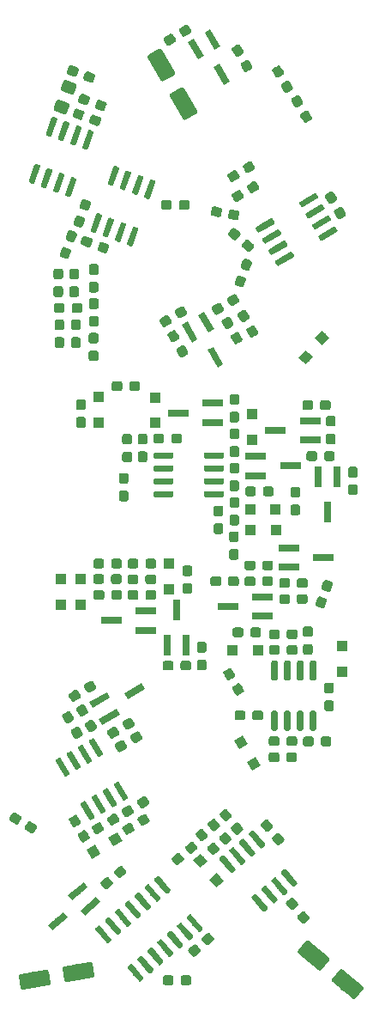
<source format=gbr>
G04 #@! TF.GenerationSoftware,KiCad,Pcbnew,(5.1.2-1)-1*
G04 #@! TF.CreationDate,2022-08-10T14:13:14-04:00*
G04 #@! TF.ProjectId,TR909 Snare Drum,54523930-3920-4536-9e61-726520447275,rev?*
G04 #@! TF.SameCoordinates,Original*
G04 #@! TF.FileFunction,Paste,Top*
G04 #@! TF.FilePolarity,Positive*
%FSLAX46Y46*%
G04 Gerber Fmt 4.6, Leading zero omitted, Abs format (unit mm)*
G04 Created by KiCad (PCBNEW (5.1.2-1)-1) date 2022-08-10 14:13:14*
%MOMM*%
%LPD*%
G04 APERTURE LIST*
%ADD10C,0.100000*%
%ADD11C,0.950000*%
%ADD12C,1.150000*%
%ADD13C,0.600000*%
%ADD14R,2.000000X0.650000*%
%ADD15R,0.650000X2.000000*%
%ADD16C,0.650000*%
%ADD17R,1.000000X1.000000*%
%ADD18C,1.000000*%
%ADD19C,1.600000*%
G04 APERTURE END LIST*
D10*
G36*
X46633537Y-35816077D02*
G01*
X46656692Y-35818741D01*
X46679473Y-35823662D01*
X46701663Y-35830791D01*
X46723047Y-35840062D01*
X46743420Y-35851383D01*
X46762585Y-35864648D01*
X46780357Y-35879726D01*
X46796566Y-35896474D01*
X46811055Y-35914730D01*
X46823685Y-35934319D01*
X47061185Y-36345681D01*
X47071834Y-36366413D01*
X47080400Y-36388089D01*
X47086800Y-36410500D01*
X47090972Y-36433431D01*
X47092877Y-36456660D01*
X47092495Y-36479964D01*
X47089832Y-36503119D01*
X47084911Y-36525901D01*
X47077782Y-36548090D01*
X47068511Y-36569475D01*
X47057190Y-36589847D01*
X47043925Y-36609012D01*
X47028847Y-36626784D01*
X47012099Y-36642993D01*
X46993842Y-36657482D01*
X46974254Y-36670112D01*
X46476290Y-36957612D01*
X46455558Y-36968261D01*
X46433882Y-36976827D01*
X46411471Y-36983227D01*
X46388540Y-36987399D01*
X46365311Y-36989304D01*
X46342007Y-36988923D01*
X46318852Y-36986259D01*
X46296071Y-36981338D01*
X46273881Y-36974209D01*
X46252497Y-36964938D01*
X46232124Y-36953617D01*
X46212959Y-36940352D01*
X46195187Y-36925274D01*
X46178978Y-36908526D01*
X46164489Y-36890270D01*
X46151859Y-36870681D01*
X45914359Y-36459319D01*
X45903710Y-36438587D01*
X45895144Y-36416911D01*
X45888744Y-36394500D01*
X45884572Y-36371569D01*
X45882667Y-36348340D01*
X45883049Y-36325036D01*
X45885712Y-36301881D01*
X45890633Y-36279099D01*
X45897762Y-36256910D01*
X45907033Y-36235525D01*
X45918354Y-36215153D01*
X45931619Y-36195988D01*
X45946697Y-36178216D01*
X45963445Y-36162007D01*
X45981702Y-36147518D01*
X46001290Y-36134888D01*
X46499254Y-35847388D01*
X46519986Y-35836739D01*
X46541662Y-35828173D01*
X46564073Y-35821773D01*
X46587004Y-35817601D01*
X46610233Y-35815696D01*
X46633537Y-35816077D01*
X46633537Y-35816077D01*
G37*
D11*
X46487772Y-36402500D03*
D10*
G36*
X45117993Y-36691077D02*
G01*
X45141148Y-36693741D01*
X45163929Y-36698662D01*
X45186119Y-36705791D01*
X45207503Y-36715062D01*
X45227876Y-36726383D01*
X45247041Y-36739648D01*
X45264813Y-36754726D01*
X45281022Y-36771474D01*
X45295511Y-36789730D01*
X45308141Y-36809319D01*
X45545641Y-37220681D01*
X45556290Y-37241413D01*
X45564856Y-37263089D01*
X45571256Y-37285500D01*
X45575428Y-37308431D01*
X45577333Y-37331660D01*
X45576951Y-37354964D01*
X45574288Y-37378119D01*
X45569367Y-37400901D01*
X45562238Y-37423090D01*
X45552967Y-37444475D01*
X45541646Y-37464847D01*
X45528381Y-37484012D01*
X45513303Y-37501784D01*
X45496555Y-37517993D01*
X45478298Y-37532482D01*
X45458710Y-37545112D01*
X44960746Y-37832612D01*
X44940014Y-37843261D01*
X44918338Y-37851827D01*
X44895927Y-37858227D01*
X44872996Y-37862399D01*
X44849767Y-37864304D01*
X44826463Y-37863923D01*
X44803308Y-37861259D01*
X44780527Y-37856338D01*
X44758337Y-37849209D01*
X44736953Y-37839938D01*
X44716580Y-37828617D01*
X44697415Y-37815352D01*
X44679643Y-37800274D01*
X44663434Y-37783526D01*
X44648945Y-37765270D01*
X44636315Y-37745681D01*
X44398815Y-37334319D01*
X44388166Y-37313587D01*
X44379600Y-37291911D01*
X44373200Y-37269500D01*
X44369028Y-37246569D01*
X44367123Y-37223340D01*
X44367505Y-37200036D01*
X44370168Y-37176881D01*
X44375089Y-37154099D01*
X44382218Y-37131910D01*
X44391489Y-37110525D01*
X44402810Y-37090153D01*
X44416075Y-37070988D01*
X44431153Y-37053216D01*
X44447901Y-37037007D01*
X44466158Y-37022518D01*
X44485746Y-37009888D01*
X44983710Y-36722388D01*
X45004442Y-36711739D01*
X45026118Y-36703173D01*
X45048529Y-36696773D01*
X45071460Y-36692601D01*
X45094689Y-36690696D01*
X45117993Y-36691077D01*
X45117993Y-36691077D01*
G37*
D11*
X44972228Y-37277500D03*
D10*
G36*
X28391922Y-27828186D02*
G01*
X28416324Y-27830724D01*
X28440360Y-27835641D01*
X28463797Y-27842891D01*
X29309523Y-28150709D01*
X29332138Y-28160221D01*
X29353712Y-28171904D01*
X29374036Y-28185645D01*
X29392916Y-28201312D01*
X29410169Y-28218755D01*
X29425629Y-28237804D01*
X29439148Y-28258277D01*
X29450595Y-28279977D01*
X29459860Y-28302694D01*
X29466853Y-28326209D01*
X29471508Y-28350298D01*
X29473780Y-28374726D01*
X29473646Y-28399259D01*
X29471108Y-28423661D01*
X29466191Y-28447697D01*
X29458941Y-28471136D01*
X29236627Y-29081938D01*
X29227115Y-29104552D01*
X29215432Y-29126126D01*
X29201691Y-29146450D01*
X29186024Y-29165330D01*
X29168581Y-29182583D01*
X29149532Y-29198043D01*
X29129059Y-29211562D01*
X29107359Y-29223009D01*
X29084642Y-29232274D01*
X29061126Y-29239268D01*
X29037038Y-29243923D01*
X29012610Y-29246194D01*
X28988076Y-29246060D01*
X28963674Y-29243522D01*
X28939638Y-29238605D01*
X28916201Y-29231355D01*
X28070475Y-28923537D01*
X28047860Y-28914025D01*
X28026286Y-28902342D01*
X28005962Y-28888601D01*
X27987082Y-28872934D01*
X27969829Y-28855491D01*
X27954369Y-28836442D01*
X27940850Y-28815969D01*
X27929403Y-28794269D01*
X27920138Y-28771552D01*
X27913145Y-28748037D01*
X27908490Y-28723948D01*
X27906218Y-28699520D01*
X27906352Y-28674987D01*
X27908890Y-28650585D01*
X27913807Y-28626549D01*
X27921057Y-28603110D01*
X28143371Y-27992308D01*
X28152883Y-27969694D01*
X28164566Y-27948120D01*
X28178307Y-27927796D01*
X28193974Y-27908916D01*
X28211417Y-27891663D01*
X28230466Y-27876203D01*
X28250939Y-27862684D01*
X28272639Y-27851237D01*
X28295356Y-27841972D01*
X28318872Y-27834978D01*
X28342960Y-27830323D01*
X28367388Y-27828052D01*
X28391922Y-27828186D01*
X28391922Y-27828186D01*
G37*
D12*
X28689999Y-28537123D03*
D10*
G36*
X27690780Y-29754556D02*
G01*
X27715182Y-29757094D01*
X27739218Y-29762011D01*
X27762655Y-29769261D01*
X28608381Y-30077079D01*
X28630996Y-30086591D01*
X28652570Y-30098274D01*
X28672894Y-30112015D01*
X28691774Y-30127682D01*
X28709027Y-30145125D01*
X28724487Y-30164174D01*
X28738006Y-30184647D01*
X28749453Y-30206347D01*
X28758718Y-30229064D01*
X28765711Y-30252579D01*
X28770366Y-30276668D01*
X28772638Y-30301096D01*
X28772504Y-30325629D01*
X28769966Y-30350031D01*
X28765049Y-30374067D01*
X28757799Y-30397506D01*
X28535485Y-31008308D01*
X28525973Y-31030922D01*
X28514290Y-31052496D01*
X28500549Y-31072820D01*
X28484882Y-31091700D01*
X28467439Y-31108953D01*
X28448390Y-31124413D01*
X28427917Y-31137932D01*
X28406217Y-31149379D01*
X28383500Y-31158644D01*
X28359984Y-31165638D01*
X28335896Y-31170293D01*
X28311468Y-31172564D01*
X28286934Y-31172430D01*
X28262532Y-31169892D01*
X28238496Y-31164975D01*
X28215059Y-31157725D01*
X27369333Y-30849907D01*
X27346718Y-30840395D01*
X27325144Y-30828712D01*
X27304820Y-30814971D01*
X27285940Y-30799304D01*
X27268687Y-30781861D01*
X27253227Y-30762812D01*
X27239708Y-30742339D01*
X27228261Y-30720639D01*
X27218996Y-30697922D01*
X27212003Y-30674407D01*
X27207348Y-30650318D01*
X27205076Y-30625890D01*
X27205210Y-30601357D01*
X27207748Y-30576955D01*
X27212665Y-30552919D01*
X27219915Y-30529480D01*
X27442229Y-29918678D01*
X27451741Y-29896064D01*
X27463424Y-29874490D01*
X27477165Y-29854166D01*
X27492832Y-29835286D01*
X27510275Y-29818033D01*
X27529324Y-29802573D01*
X27549797Y-29789054D01*
X27571497Y-29777607D01*
X27594214Y-29768342D01*
X27617730Y-29761348D01*
X27641818Y-29756693D01*
X27666246Y-29754422D01*
X27690780Y-29754556D01*
X27690780Y-29754556D01*
G37*
D12*
X27988857Y-30463493D03*
D10*
G36*
X43856703Y-64515722D02*
G01*
X43871264Y-64517882D01*
X43885543Y-64521459D01*
X43899403Y-64526418D01*
X43912710Y-64532712D01*
X43925336Y-64540280D01*
X43937159Y-64549048D01*
X43948066Y-64558934D01*
X43957952Y-64569841D01*
X43966720Y-64581664D01*
X43974288Y-64594290D01*
X43980582Y-64607597D01*
X43985541Y-64621457D01*
X43989118Y-64635736D01*
X43991278Y-64650297D01*
X43992000Y-64665000D01*
X43992000Y-64965000D01*
X43991278Y-64979703D01*
X43989118Y-64994264D01*
X43985541Y-65008543D01*
X43980582Y-65022403D01*
X43974288Y-65035710D01*
X43966720Y-65048336D01*
X43957952Y-65060159D01*
X43948066Y-65071066D01*
X43937159Y-65080952D01*
X43925336Y-65089720D01*
X43912710Y-65097288D01*
X43899403Y-65103582D01*
X43885543Y-65108541D01*
X43871264Y-65112118D01*
X43856703Y-65114278D01*
X43842000Y-65115000D01*
X42192000Y-65115000D01*
X42177297Y-65114278D01*
X42162736Y-65112118D01*
X42148457Y-65108541D01*
X42134597Y-65103582D01*
X42121290Y-65097288D01*
X42108664Y-65089720D01*
X42096841Y-65080952D01*
X42085934Y-65071066D01*
X42076048Y-65060159D01*
X42067280Y-65048336D01*
X42059712Y-65035710D01*
X42053418Y-65022403D01*
X42048459Y-65008543D01*
X42044882Y-64994264D01*
X42042722Y-64979703D01*
X42042000Y-64965000D01*
X42042000Y-64665000D01*
X42042722Y-64650297D01*
X42044882Y-64635736D01*
X42048459Y-64621457D01*
X42053418Y-64607597D01*
X42059712Y-64594290D01*
X42067280Y-64581664D01*
X42076048Y-64569841D01*
X42085934Y-64558934D01*
X42096841Y-64549048D01*
X42108664Y-64540280D01*
X42121290Y-64532712D01*
X42134597Y-64526418D01*
X42148457Y-64521459D01*
X42162736Y-64517882D01*
X42177297Y-64515722D01*
X42192000Y-64515000D01*
X43842000Y-64515000D01*
X43856703Y-64515722D01*
X43856703Y-64515722D01*
G37*
D13*
X43017000Y-64815000D03*
D10*
G36*
X43856703Y-65785722D02*
G01*
X43871264Y-65787882D01*
X43885543Y-65791459D01*
X43899403Y-65796418D01*
X43912710Y-65802712D01*
X43925336Y-65810280D01*
X43937159Y-65819048D01*
X43948066Y-65828934D01*
X43957952Y-65839841D01*
X43966720Y-65851664D01*
X43974288Y-65864290D01*
X43980582Y-65877597D01*
X43985541Y-65891457D01*
X43989118Y-65905736D01*
X43991278Y-65920297D01*
X43992000Y-65935000D01*
X43992000Y-66235000D01*
X43991278Y-66249703D01*
X43989118Y-66264264D01*
X43985541Y-66278543D01*
X43980582Y-66292403D01*
X43974288Y-66305710D01*
X43966720Y-66318336D01*
X43957952Y-66330159D01*
X43948066Y-66341066D01*
X43937159Y-66350952D01*
X43925336Y-66359720D01*
X43912710Y-66367288D01*
X43899403Y-66373582D01*
X43885543Y-66378541D01*
X43871264Y-66382118D01*
X43856703Y-66384278D01*
X43842000Y-66385000D01*
X42192000Y-66385000D01*
X42177297Y-66384278D01*
X42162736Y-66382118D01*
X42148457Y-66378541D01*
X42134597Y-66373582D01*
X42121290Y-66367288D01*
X42108664Y-66359720D01*
X42096841Y-66350952D01*
X42085934Y-66341066D01*
X42076048Y-66330159D01*
X42067280Y-66318336D01*
X42059712Y-66305710D01*
X42053418Y-66292403D01*
X42048459Y-66278543D01*
X42044882Y-66264264D01*
X42042722Y-66249703D01*
X42042000Y-66235000D01*
X42042000Y-65935000D01*
X42042722Y-65920297D01*
X42044882Y-65905736D01*
X42048459Y-65891457D01*
X42053418Y-65877597D01*
X42059712Y-65864290D01*
X42067280Y-65851664D01*
X42076048Y-65839841D01*
X42085934Y-65828934D01*
X42096841Y-65819048D01*
X42108664Y-65810280D01*
X42121290Y-65802712D01*
X42134597Y-65796418D01*
X42148457Y-65791459D01*
X42162736Y-65787882D01*
X42177297Y-65785722D01*
X42192000Y-65785000D01*
X43842000Y-65785000D01*
X43856703Y-65785722D01*
X43856703Y-65785722D01*
G37*
D13*
X43017000Y-66085000D03*
D10*
G36*
X43856703Y-67055722D02*
G01*
X43871264Y-67057882D01*
X43885543Y-67061459D01*
X43899403Y-67066418D01*
X43912710Y-67072712D01*
X43925336Y-67080280D01*
X43937159Y-67089048D01*
X43948066Y-67098934D01*
X43957952Y-67109841D01*
X43966720Y-67121664D01*
X43974288Y-67134290D01*
X43980582Y-67147597D01*
X43985541Y-67161457D01*
X43989118Y-67175736D01*
X43991278Y-67190297D01*
X43992000Y-67205000D01*
X43992000Y-67505000D01*
X43991278Y-67519703D01*
X43989118Y-67534264D01*
X43985541Y-67548543D01*
X43980582Y-67562403D01*
X43974288Y-67575710D01*
X43966720Y-67588336D01*
X43957952Y-67600159D01*
X43948066Y-67611066D01*
X43937159Y-67620952D01*
X43925336Y-67629720D01*
X43912710Y-67637288D01*
X43899403Y-67643582D01*
X43885543Y-67648541D01*
X43871264Y-67652118D01*
X43856703Y-67654278D01*
X43842000Y-67655000D01*
X42192000Y-67655000D01*
X42177297Y-67654278D01*
X42162736Y-67652118D01*
X42148457Y-67648541D01*
X42134597Y-67643582D01*
X42121290Y-67637288D01*
X42108664Y-67629720D01*
X42096841Y-67620952D01*
X42085934Y-67611066D01*
X42076048Y-67600159D01*
X42067280Y-67588336D01*
X42059712Y-67575710D01*
X42053418Y-67562403D01*
X42048459Y-67548543D01*
X42044882Y-67534264D01*
X42042722Y-67519703D01*
X42042000Y-67505000D01*
X42042000Y-67205000D01*
X42042722Y-67190297D01*
X42044882Y-67175736D01*
X42048459Y-67161457D01*
X42053418Y-67147597D01*
X42059712Y-67134290D01*
X42067280Y-67121664D01*
X42076048Y-67109841D01*
X42085934Y-67098934D01*
X42096841Y-67089048D01*
X42108664Y-67080280D01*
X42121290Y-67072712D01*
X42134597Y-67066418D01*
X42148457Y-67061459D01*
X42162736Y-67057882D01*
X42177297Y-67055722D01*
X42192000Y-67055000D01*
X43842000Y-67055000D01*
X43856703Y-67055722D01*
X43856703Y-67055722D01*
G37*
D13*
X43017000Y-67355000D03*
D10*
G36*
X43856703Y-68325722D02*
G01*
X43871264Y-68327882D01*
X43885543Y-68331459D01*
X43899403Y-68336418D01*
X43912710Y-68342712D01*
X43925336Y-68350280D01*
X43937159Y-68359048D01*
X43948066Y-68368934D01*
X43957952Y-68379841D01*
X43966720Y-68391664D01*
X43974288Y-68404290D01*
X43980582Y-68417597D01*
X43985541Y-68431457D01*
X43989118Y-68445736D01*
X43991278Y-68460297D01*
X43992000Y-68475000D01*
X43992000Y-68775000D01*
X43991278Y-68789703D01*
X43989118Y-68804264D01*
X43985541Y-68818543D01*
X43980582Y-68832403D01*
X43974288Y-68845710D01*
X43966720Y-68858336D01*
X43957952Y-68870159D01*
X43948066Y-68881066D01*
X43937159Y-68890952D01*
X43925336Y-68899720D01*
X43912710Y-68907288D01*
X43899403Y-68913582D01*
X43885543Y-68918541D01*
X43871264Y-68922118D01*
X43856703Y-68924278D01*
X43842000Y-68925000D01*
X42192000Y-68925000D01*
X42177297Y-68924278D01*
X42162736Y-68922118D01*
X42148457Y-68918541D01*
X42134597Y-68913582D01*
X42121290Y-68907288D01*
X42108664Y-68899720D01*
X42096841Y-68890952D01*
X42085934Y-68881066D01*
X42076048Y-68870159D01*
X42067280Y-68858336D01*
X42059712Y-68845710D01*
X42053418Y-68832403D01*
X42048459Y-68818543D01*
X42044882Y-68804264D01*
X42042722Y-68789703D01*
X42042000Y-68775000D01*
X42042000Y-68475000D01*
X42042722Y-68460297D01*
X42044882Y-68445736D01*
X42048459Y-68431457D01*
X42053418Y-68417597D01*
X42059712Y-68404290D01*
X42067280Y-68391664D01*
X42076048Y-68379841D01*
X42085934Y-68368934D01*
X42096841Y-68359048D01*
X42108664Y-68350280D01*
X42121290Y-68342712D01*
X42134597Y-68336418D01*
X42148457Y-68331459D01*
X42162736Y-68327882D01*
X42177297Y-68325722D01*
X42192000Y-68325000D01*
X43842000Y-68325000D01*
X43856703Y-68325722D01*
X43856703Y-68325722D01*
G37*
D13*
X43017000Y-68625000D03*
D10*
G36*
X38906703Y-68325722D02*
G01*
X38921264Y-68327882D01*
X38935543Y-68331459D01*
X38949403Y-68336418D01*
X38962710Y-68342712D01*
X38975336Y-68350280D01*
X38987159Y-68359048D01*
X38998066Y-68368934D01*
X39007952Y-68379841D01*
X39016720Y-68391664D01*
X39024288Y-68404290D01*
X39030582Y-68417597D01*
X39035541Y-68431457D01*
X39039118Y-68445736D01*
X39041278Y-68460297D01*
X39042000Y-68475000D01*
X39042000Y-68775000D01*
X39041278Y-68789703D01*
X39039118Y-68804264D01*
X39035541Y-68818543D01*
X39030582Y-68832403D01*
X39024288Y-68845710D01*
X39016720Y-68858336D01*
X39007952Y-68870159D01*
X38998066Y-68881066D01*
X38987159Y-68890952D01*
X38975336Y-68899720D01*
X38962710Y-68907288D01*
X38949403Y-68913582D01*
X38935543Y-68918541D01*
X38921264Y-68922118D01*
X38906703Y-68924278D01*
X38892000Y-68925000D01*
X37242000Y-68925000D01*
X37227297Y-68924278D01*
X37212736Y-68922118D01*
X37198457Y-68918541D01*
X37184597Y-68913582D01*
X37171290Y-68907288D01*
X37158664Y-68899720D01*
X37146841Y-68890952D01*
X37135934Y-68881066D01*
X37126048Y-68870159D01*
X37117280Y-68858336D01*
X37109712Y-68845710D01*
X37103418Y-68832403D01*
X37098459Y-68818543D01*
X37094882Y-68804264D01*
X37092722Y-68789703D01*
X37092000Y-68775000D01*
X37092000Y-68475000D01*
X37092722Y-68460297D01*
X37094882Y-68445736D01*
X37098459Y-68431457D01*
X37103418Y-68417597D01*
X37109712Y-68404290D01*
X37117280Y-68391664D01*
X37126048Y-68379841D01*
X37135934Y-68368934D01*
X37146841Y-68359048D01*
X37158664Y-68350280D01*
X37171290Y-68342712D01*
X37184597Y-68336418D01*
X37198457Y-68331459D01*
X37212736Y-68327882D01*
X37227297Y-68325722D01*
X37242000Y-68325000D01*
X38892000Y-68325000D01*
X38906703Y-68325722D01*
X38906703Y-68325722D01*
G37*
D13*
X38067000Y-68625000D03*
D10*
G36*
X38906703Y-67055722D02*
G01*
X38921264Y-67057882D01*
X38935543Y-67061459D01*
X38949403Y-67066418D01*
X38962710Y-67072712D01*
X38975336Y-67080280D01*
X38987159Y-67089048D01*
X38998066Y-67098934D01*
X39007952Y-67109841D01*
X39016720Y-67121664D01*
X39024288Y-67134290D01*
X39030582Y-67147597D01*
X39035541Y-67161457D01*
X39039118Y-67175736D01*
X39041278Y-67190297D01*
X39042000Y-67205000D01*
X39042000Y-67505000D01*
X39041278Y-67519703D01*
X39039118Y-67534264D01*
X39035541Y-67548543D01*
X39030582Y-67562403D01*
X39024288Y-67575710D01*
X39016720Y-67588336D01*
X39007952Y-67600159D01*
X38998066Y-67611066D01*
X38987159Y-67620952D01*
X38975336Y-67629720D01*
X38962710Y-67637288D01*
X38949403Y-67643582D01*
X38935543Y-67648541D01*
X38921264Y-67652118D01*
X38906703Y-67654278D01*
X38892000Y-67655000D01*
X37242000Y-67655000D01*
X37227297Y-67654278D01*
X37212736Y-67652118D01*
X37198457Y-67648541D01*
X37184597Y-67643582D01*
X37171290Y-67637288D01*
X37158664Y-67629720D01*
X37146841Y-67620952D01*
X37135934Y-67611066D01*
X37126048Y-67600159D01*
X37117280Y-67588336D01*
X37109712Y-67575710D01*
X37103418Y-67562403D01*
X37098459Y-67548543D01*
X37094882Y-67534264D01*
X37092722Y-67519703D01*
X37092000Y-67505000D01*
X37092000Y-67205000D01*
X37092722Y-67190297D01*
X37094882Y-67175736D01*
X37098459Y-67161457D01*
X37103418Y-67147597D01*
X37109712Y-67134290D01*
X37117280Y-67121664D01*
X37126048Y-67109841D01*
X37135934Y-67098934D01*
X37146841Y-67089048D01*
X37158664Y-67080280D01*
X37171290Y-67072712D01*
X37184597Y-67066418D01*
X37198457Y-67061459D01*
X37212736Y-67057882D01*
X37227297Y-67055722D01*
X37242000Y-67055000D01*
X38892000Y-67055000D01*
X38906703Y-67055722D01*
X38906703Y-67055722D01*
G37*
D13*
X38067000Y-67355000D03*
D10*
G36*
X38906703Y-65785722D02*
G01*
X38921264Y-65787882D01*
X38935543Y-65791459D01*
X38949403Y-65796418D01*
X38962710Y-65802712D01*
X38975336Y-65810280D01*
X38987159Y-65819048D01*
X38998066Y-65828934D01*
X39007952Y-65839841D01*
X39016720Y-65851664D01*
X39024288Y-65864290D01*
X39030582Y-65877597D01*
X39035541Y-65891457D01*
X39039118Y-65905736D01*
X39041278Y-65920297D01*
X39042000Y-65935000D01*
X39042000Y-66235000D01*
X39041278Y-66249703D01*
X39039118Y-66264264D01*
X39035541Y-66278543D01*
X39030582Y-66292403D01*
X39024288Y-66305710D01*
X39016720Y-66318336D01*
X39007952Y-66330159D01*
X38998066Y-66341066D01*
X38987159Y-66350952D01*
X38975336Y-66359720D01*
X38962710Y-66367288D01*
X38949403Y-66373582D01*
X38935543Y-66378541D01*
X38921264Y-66382118D01*
X38906703Y-66384278D01*
X38892000Y-66385000D01*
X37242000Y-66385000D01*
X37227297Y-66384278D01*
X37212736Y-66382118D01*
X37198457Y-66378541D01*
X37184597Y-66373582D01*
X37171290Y-66367288D01*
X37158664Y-66359720D01*
X37146841Y-66350952D01*
X37135934Y-66341066D01*
X37126048Y-66330159D01*
X37117280Y-66318336D01*
X37109712Y-66305710D01*
X37103418Y-66292403D01*
X37098459Y-66278543D01*
X37094882Y-66264264D01*
X37092722Y-66249703D01*
X37092000Y-66235000D01*
X37092000Y-65935000D01*
X37092722Y-65920297D01*
X37094882Y-65905736D01*
X37098459Y-65891457D01*
X37103418Y-65877597D01*
X37109712Y-65864290D01*
X37117280Y-65851664D01*
X37126048Y-65839841D01*
X37135934Y-65828934D01*
X37146841Y-65819048D01*
X37158664Y-65810280D01*
X37171290Y-65802712D01*
X37184597Y-65796418D01*
X37198457Y-65791459D01*
X37212736Y-65787882D01*
X37227297Y-65785722D01*
X37242000Y-65785000D01*
X38892000Y-65785000D01*
X38906703Y-65785722D01*
X38906703Y-65785722D01*
G37*
D13*
X38067000Y-66085000D03*
D10*
G36*
X38906703Y-64515722D02*
G01*
X38921264Y-64517882D01*
X38935543Y-64521459D01*
X38949403Y-64526418D01*
X38962710Y-64532712D01*
X38975336Y-64540280D01*
X38987159Y-64549048D01*
X38998066Y-64558934D01*
X39007952Y-64569841D01*
X39016720Y-64581664D01*
X39024288Y-64594290D01*
X39030582Y-64607597D01*
X39035541Y-64621457D01*
X39039118Y-64635736D01*
X39041278Y-64650297D01*
X39042000Y-64665000D01*
X39042000Y-64965000D01*
X39041278Y-64979703D01*
X39039118Y-64994264D01*
X39035541Y-65008543D01*
X39030582Y-65022403D01*
X39024288Y-65035710D01*
X39016720Y-65048336D01*
X39007952Y-65060159D01*
X38998066Y-65071066D01*
X38987159Y-65080952D01*
X38975336Y-65089720D01*
X38962710Y-65097288D01*
X38949403Y-65103582D01*
X38935543Y-65108541D01*
X38921264Y-65112118D01*
X38906703Y-65114278D01*
X38892000Y-65115000D01*
X37242000Y-65115000D01*
X37227297Y-65114278D01*
X37212736Y-65112118D01*
X37198457Y-65108541D01*
X37184597Y-65103582D01*
X37171290Y-65097288D01*
X37158664Y-65089720D01*
X37146841Y-65080952D01*
X37135934Y-65071066D01*
X37126048Y-65060159D01*
X37117280Y-65048336D01*
X37109712Y-65035710D01*
X37103418Y-65022403D01*
X37098459Y-65008543D01*
X37094882Y-64994264D01*
X37092722Y-64979703D01*
X37092000Y-64965000D01*
X37092000Y-64665000D01*
X37092722Y-64650297D01*
X37094882Y-64635736D01*
X37098459Y-64621457D01*
X37103418Y-64607597D01*
X37109712Y-64594290D01*
X37117280Y-64581664D01*
X37126048Y-64569841D01*
X37135934Y-64558934D01*
X37146841Y-64549048D01*
X37158664Y-64540280D01*
X37171290Y-64532712D01*
X37184597Y-64526418D01*
X37198457Y-64521459D01*
X37212736Y-64517882D01*
X37227297Y-64515722D01*
X37242000Y-64515000D01*
X38892000Y-64515000D01*
X38906703Y-64515722D01*
X38906703Y-64515722D01*
G37*
D13*
X38067000Y-64815000D03*
D10*
G36*
X50061486Y-105578557D02*
G01*
X50076070Y-105580558D01*
X50090387Y-105583979D01*
X50104300Y-105588786D01*
X50117675Y-105594934D01*
X50130383Y-105602364D01*
X50142302Y-105611003D01*
X50153316Y-105620769D01*
X50163320Y-105631568D01*
X51223919Y-106895542D01*
X51232816Y-106907269D01*
X51240521Y-106919812D01*
X51246960Y-106933049D01*
X51252070Y-106946854D01*
X51255802Y-106961093D01*
X51258120Y-106975630D01*
X51259003Y-106990324D01*
X51258441Y-107005033D01*
X51256440Y-107019617D01*
X51253019Y-107033934D01*
X51248212Y-107047848D01*
X51242064Y-107061222D01*
X51234634Y-107073930D01*
X51225995Y-107085849D01*
X51216229Y-107096863D01*
X51205430Y-107106867D01*
X50975617Y-107299703D01*
X50963890Y-107308600D01*
X50951347Y-107316305D01*
X50938110Y-107322744D01*
X50924305Y-107327854D01*
X50910066Y-107331586D01*
X50895529Y-107333904D01*
X50880835Y-107334787D01*
X50866126Y-107334225D01*
X50851542Y-107332224D01*
X50837225Y-107328803D01*
X50823312Y-107323996D01*
X50809937Y-107317848D01*
X50797229Y-107310418D01*
X50785310Y-107301779D01*
X50774296Y-107292013D01*
X50764292Y-107281214D01*
X49703693Y-106017240D01*
X49694796Y-106005513D01*
X49687091Y-105992970D01*
X49680652Y-105979733D01*
X49675542Y-105965928D01*
X49671810Y-105951689D01*
X49669492Y-105937152D01*
X49668609Y-105922458D01*
X49669171Y-105907749D01*
X49671172Y-105893165D01*
X49674593Y-105878848D01*
X49679400Y-105864934D01*
X49685548Y-105851560D01*
X49692978Y-105838852D01*
X49701617Y-105826933D01*
X49711383Y-105815919D01*
X49722182Y-105805915D01*
X49951995Y-105613079D01*
X49963722Y-105604182D01*
X49976265Y-105596477D01*
X49989502Y-105590038D01*
X50003307Y-105584928D01*
X50017546Y-105581196D01*
X50032083Y-105578878D01*
X50046777Y-105577995D01*
X50061486Y-105578557D01*
X50061486Y-105578557D01*
G37*
D13*
X50463806Y-106456391D03*
D10*
G36*
X49088610Y-106394897D02*
G01*
X49103194Y-106396898D01*
X49117511Y-106400319D01*
X49131424Y-106405126D01*
X49144799Y-106411274D01*
X49157507Y-106418704D01*
X49169426Y-106427343D01*
X49180440Y-106437109D01*
X49190444Y-106447908D01*
X50251043Y-107711882D01*
X50259940Y-107723609D01*
X50267645Y-107736152D01*
X50274084Y-107749389D01*
X50279194Y-107763194D01*
X50282926Y-107777433D01*
X50285244Y-107791970D01*
X50286127Y-107806664D01*
X50285565Y-107821373D01*
X50283564Y-107835957D01*
X50280143Y-107850274D01*
X50275336Y-107864188D01*
X50269188Y-107877562D01*
X50261758Y-107890270D01*
X50253119Y-107902189D01*
X50243353Y-107913203D01*
X50232554Y-107923207D01*
X50002741Y-108116043D01*
X49991014Y-108124940D01*
X49978471Y-108132645D01*
X49965234Y-108139084D01*
X49951429Y-108144194D01*
X49937190Y-108147926D01*
X49922653Y-108150244D01*
X49907959Y-108151127D01*
X49893250Y-108150565D01*
X49878666Y-108148564D01*
X49864349Y-108145143D01*
X49850436Y-108140336D01*
X49837061Y-108134188D01*
X49824353Y-108126758D01*
X49812434Y-108118119D01*
X49801420Y-108108353D01*
X49791416Y-108097554D01*
X48730817Y-106833580D01*
X48721920Y-106821853D01*
X48714215Y-106809310D01*
X48707776Y-106796073D01*
X48702666Y-106782268D01*
X48698934Y-106768029D01*
X48696616Y-106753492D01*
X48695733Y-106738798D01*
X48696295Y-106724089D01*
X48698296Y-106709505D01*
X48701717Y-106695188D01*
X48706524Y-106681274D01*
X48712672Y-106667900D01*
X48720102Y-106655192D01*
X48728741Y-106643273D01*
X48738507Y-106632259D01*
X48749306Y-106622255D01*
X48979119Y-106429419D01*
X48990846Y-106420522D01*
X49003389Y-106412817D01*
X49016626Y-106406378D01*
X49030431Y-106401268D01*
X49044670Y-106397536D01*
X49059207Y-106395218D01*
X49073901Y-106394335D01*
X49088610Y-106394897D01*
X49088610Y-106394897D01*
G37*
D13*
X49490930Y-107272731D03*
D10*
G36*
X48115733Y-107211237D02*
G01*
X48130317Y-107213238D01*
X48144634Y-107216659D01*
X48158547Y-107221466D01*
X48171922Y-107227614D01*
X48184630Y-107235044D01*
X48196549Y-107243683D01*
X48207563Y-107253449D01*
X48217567Y-107264248D01*
X49278166Y-108528222D01*
X49287063Y-108539949D01*
X49294768Y-108552492D01*
X49301207Y-108565729D01*
X49306317Y-108579534D01*
X49310049Y-108593773D01*
X49312367Y-108608310D01*
X49313250Y-108623004D01*
X49312688Y-108637713D01*
X49310687Y-108652297D01*
X49307266Y-108666614D01*
X49302459Y-108680528D01*
X49296311Y-108693902D01*
X49288881Y-108706610D01*
X49280242Y-108718529D01*
X49270476Y-108729543D01*
X49259677Y-108739547D01*
X49029864Y-108932383D01*
X49018137Y-108941280D01*
X49005594Y-108948985D01*
X48992357Y-108955424D01*
X48978552Y-108960534D01*
X48964313Y-108964266D01*
X48949776Y-108966584D01*
X48935082Y-108967467D01*
X48920373Y-108966905D01*
X48905789Y-108964904D01*
X48891472Y-108961483D01*
X48877559Y-108956676D01*
X48864184Y-108950528D01*
X48851476Y-108943098D01*
X48839557Y-108934459D01*
X48828543Y-108924693D01*
X48818539Y-108913894D01*
X47757940Y-107649920D01*
X47749043Y-107638193D01*
X47741338Y-107625650D01*
X47734899Y-107612413D01*
X47729789Y-107598608D01*
X47726057Y-107584369D01*
X47723739Y-107569832D01*
X47722856Y-107555138D01*
X47723418Y-107540429D01*
X47725419Y-107525845D01*
X47728840Y-107511528D01*
X47733647Y-107497614D01*
X47739795Y-107484240D01*
X47747225Y-107471532D01*
X47755864Y-107459613D01*
X47765630Y-107448599D01*
X47776429Y-107438595D01*
X48006242Y-107245759D01*
X48017969Y-107236862D01*
X48030512Y-107229157D01*
X48043749Y-107222718D01*
X48057554Y-107217608D01*
X48071793Y-107213876D01*
X48086330Y-107211558D01*
X48101024Y-107210675D01*
X48115733Y-107211237D01*
X48115733Y-107211237D01*
G37*
D13*
X48518053Y-108089071D03*
D10*
G36*
X47142857Y-108027577D02*
G01*
X47157441Y-108029578D01*
X47171758Y-108032999D01*
X47185671Y-108037806D01*
X47199046Y-108043954D01*
X47211754Y-108051384D01*
X47223673Y-108060023D01*
X47234687Y-108069789D01*
X47244691Y-108080588D01*
X48305290Y-109344562D01*
X48314187Y-109356289D01*
X48321892Y-109368832D01*
X48328331Y-109382069D01*
X48333441Y-109395874D01*
X48337173Y-109410113D01*
X48339491Y-109424650D01*
X48340374Y-109439344D01*
X48339812Y-109454053D01*
X48337811Y-109468637D01*
X48334390Y-109482954D01*
X48329583Y-109496868D01*
X48323435Y-109510242D01*
X48316005Y-109522950D01*
X48307366Y-109534869D01*
X48297600Y-109545883D01*
X48286801Y-109555887D01*
X48056988Y-109748723D01*
X48045261Y-109757620D01*
X48032718Y-109765325D01*
X48019481Y-109771764D01*
X48005676Y-109776874D01*
X47991437Y-109780606D01*
X47976900Y-109782924D01*
X47962206Y-109783807D01*
X47947497Y-109783245D01*
X47932913Y-109781244D01*
X47918596Y-109777823D01*
X47904683Y-109773016D01*
X47891308Y-109766868D01*
X47878600Y-109759438D01*
X47866681Y-109750799D01*
X47855667Y-109741033D01*
X47845663Y-109730234D01*
X46785064Y-108466260D01*
X46776167Y-108454533D01*
X46768462Y-108441990D01*
X46762023Y-108428753D01*
X46756913Y-108414948D01*
X46753181Y-108400709D01*
X46750863Y-108386172D01*
X46749980Y-108371478D01*
X46750542Y-108356769D01*
X46752543Y-108342185D01*
X46755964Y-108327868D01*
X46760771Y-108313954D01*
X46766919Y-108300580D01*
X46774349Y-108287872D01*
X46782988Y-108275953D01*
X46792754Y-108264939D01*
X46803553Y-108254935D01*
X47033366Y-108062099D01*
X47045093Y-108053202D01*
X47057636Y-108045497D01*
X47070873Y-108039058D01*
X47084678Y-108033948D01*
X47098917Y-108030216D01*
X47113454Y-108027898D01*
X47128148Y-108027015D01*
X47142857Y-108027577D01*
X47142857Y-108027577D01*
G37*
D13*
X47545177Y-108905411D03*
D10*
G36*
X43961058Y-104235657D02*
G01*
X43975642Y-104237658D01*
X43989959Y-104241079D01*
X44003872Y-104245886D01*
X44017247Y-104252034D01*
X44029955Y-104259464D01*
X44041874Y-104268103D01*
X44052888Y-104277869D01*
X44062892Y-104288668D01*
X45123491Y-105552642D01*
X45132388Y-105564369D01*
X45140093Y-105576912D01*
X45146532Y-105590149D01*
X45151642Y-105603954D01*
X45155374Y-105618193D01*
X45157692Y-105632730D01*
X45158575Y-105647424D01*
X45158013Y-105662133D01*
X45156012Y-105676717D01*
X45152591Y-105691034D01*
X45147784Y-105704948D01*
X45141636Y-105718322D01*
X45134206Y-105731030D01*
X45125567Y-105742949D01*
X45115801Y-105753963D01*
X45105002Y-105763967D01*
X44875189Y-105956803D01*
X44863462Y-105965700D01*
X44850919Y-105973405D01*
X44837682Y-105979844D01*
X44823877Y-105984954D01*
X44809638Y-105988686D01*
X44795101Y-105991004D01*
X44780407Y-105991887D01*
X44765698Y-105991325D01*
X44751114Y-105989324D01*
X44736797Y-105985903D01*
X44722884Y-105981096D01*
X44709509Y-105974948D01*
X44696801Y-105967518D01*
X44684882Y-105958879D01*
X44673868Y-105949113D01*
X44663864Y-105938314D01*
X43603265Y-104674340D01*
X43594368Y-104662613D01*
X43586663Y-104650070D01*
X43580224Y-104636833D01*
X43575114Y-104623028D01*
X43571382Y-104608789D01*
X43569064Y-104594252D01*
X43568181Y-104579558D01*
X43568743Y-104564849D01*
X43570744Y-104550265D01*
X43574165Y-104535948D01*
X43578972Y-104522034D01*
X43585120Y-104508660D01*
X43592550Y-104495952D01*
X43601189Y-104484033D01*
X43610955Y-104473019D01*
X43621754Y-104463015D01*
X43851567Y-104270179D01*
X43863294Y-104261282D01*
X43875837Y-104253577D01*
X43889074Y-104247138D01*
X43902879Y-104242028D01*
X43917118Y-104238296D01*
X43931655Y-104235978D01*
X43946349Y-104235095D01*
X43961058Y-104235657D01*
X43961058Y-104235657D01*
G37*
D13*
X44363378Y-105113491D03*
D10*
G36*
X44933934Y-103419317D02*
G01*
X44948518Y-103421318D01*
X44962835Y-103424739D01*
X44976748Y-103429546D01*
X44990123Y-103435694D01*
X45002831Y-103443124D01*
X45014750Y-103451763D01*
X45025764Y-103461529D01*
X45035768Y-103472328D01*
X46096367Y-104736302D01*
X46105264Y-104748029D01*
X46112969Y-104760572D01*
X46119408Y-104773809D01*
X46124518Y-104787614D01*
X46128250Y-104801853D01*
X46130568Y-104816390D01*
X46131451Y-104831084D01*
X46130889Y-104845793D01*
X46128888Y-104860377D01*
X46125467Y-104874694D01*
X46120660Y-104888608D01*
X46114512Y-104901982D01*
X46107082Y-104914690D01*
X46098443Y-104926609D01*
X46088677Y-104937623D01*
X46077878Y-104947627D01*
X45848065Y-105140463D01*
X45836338Y-105149360D01*
X45823795Y-105157065D01*
X45810558Y-105163504D01*
X45796753Y-105168614D01*
X45782514Y-105172346D01*
X45767977Y-105174664D01*
X45753283Y-105175547D01*
X45738574Y-105174985D01*
X45723990Y-105172984D01*
X45709673Y-105169563D01*
X45695760Y-105164756D01*
X45682385Y-105158608D01*
X45669677Y-105151178D01*
X45657758Y-105142539D01*
X45646744Y-105132773D01*
X45636740Y-105121974D01*
X44576141Y-103858000D01*
X44567244Y-103846273D01*
X44559539Y-103833730D01*
X44553100Y-103820493D01*
X44547990Y-103806688D01*
X44544258Y-103792449D01*
X44541940Y-103777912D01*
X44541057Y-103763218D01*
X44541619Y-103748509D01*
X44543620Y-103733925D01*
X44547041Y-103719608D01*
X44551848Y-103705694D01*
X44557996Y-103692320D01*
X44565426Y-103679612D01*
X44574065Y-103667693D01*
X44583831Y-103656679D01*
X44594630Y-103646675D01*
X44824443Y-103453839D01*
X44836170Y-103444942D01*
X44848713Y-103437237D01*
X44861950Y-103430798D01*
X44875755Y-103425688D01*
X44889994Y-103421956D01*
X44904531Y-103419638D01*
X44919225Y-103418755D01*
X44933934Y-103419317D01*
X44933934Y-103419317D01*
G37*
D13*
X45336254Y-104297151D03*
D10*
G36*
X45906811Y-102602977D02*
G01*
X45921395Y-102604978D01*
X45935712Y-102608399D01*
X45949625Y-102613206D01*
X45963000Y-102619354D01*
X45975708Y-102626784D01*
X45987627Y-102635423D01*
X45998641Y-102645189D01*
X46008645Y-102655988D01*
X47069244Y-103919962D01*
X47078141Y-103931689D01*
X47085846Y-103944232D01*
X47092285Y-103957469D01*
X47097395Y-103971274D01*
X47101127Y-103985513D01*
X47103445Y-104000050D01*
X47104328Y-104014744D01*
X47103766Y-104029453D01*
X47101765Y-104044037D01*
X47098344Y-104058354D01*
X47093537Y-104072268D01*
X47087389Y-104085642D01*
X47079959Y-104098350D01*
X47071320Y-104110269D01*
X47061554Y-104121283D01*
X47050755Y-104131287D01*
X46820942Y-104324123D01*
X46809215Y-104333020D01*
X46796672Y-104340725D01*
X46783435Y-104347164D01*
X46769630Y-104352274D01*
X46755391Y-104356006D01*
X46740854Y-104358324D01*
X46726160Y-104359207D01*
X46711451Y-104358645D01*
X46696867Y-104356644D01*
X46682550Y-104353223D01*
X46668637Y-104348416D01*
X46655262Y-104342268D01*
X46642554Y-104334838D01*
X46630635Y-104326199D01*
X46619621Y-104316433D01*
X46609617Y-104305634D01*
X45549018Y-103041660D01*
X45540121Y-103029933D01*
X45532416Y-103017390D01*
X45525977Y-103004153D01*
X45520867Y-102990348D01*
X45517135Y-102976109D01*
X45514817Y-102961572D01*
X45513934Y-102946878D01*
X45514496Y-102932169D01*
X45516497Y-102917585D01*
X45519918Y-102903268D01*
X45524725Y-102889354D01*
X45530873Y-102875980D01*
X45538303Y-102863272D01*
X45546942Y-102851353D01*
X45556708Y-102840339D01*
X45567507Y-102830335D01*
X45797320Y-102637499D01*
X45809047Y-102628602D01*
X45821590Y-102620897D01*
X45834827Y-102614458D01*
X45848632Y-102609348D01*
X45862871Y-102605616D01*
X45877408Y-102603298D01*
X45892102Y-102602415D01*
X45906811Y-102602977D01*
X45906811Y-102602977D01*
G37*
D13*
X46309131Y-103480811D03*
D10*
G36*
X46879687Y-101786637D02*
G01*
X46894271Y-101788638D01*
X46908588Y-101792059D01*
X46922501Y-101796866D01*
X46935876Y-101803014D01*
X46948584Y-101810444D01*
X46960503Y-101819083D01*
X46971517Y-101828849D01*
X46981521Y-101839648D01*
X48042120Y-103103622D01*
X48051017Y-103115349D01*
X48058722Y-103127892D01*
X48065161Y-103141129D01*
X48070271Y-103154934D01*
X48074003Y-103169173D01*
X48076321Y-103183710D01*
X48077204Y-103198404D01*
X48076642Y-103213113D01*
X48074641Y-103227697D01*
X48071220Y-103242014D01*
X48066413Y-103255928D01*
X48060265Y-103269302D01*
X48052835Y-103282010D01*
X48044196Y-103293929D01*
X48034430Y-103304943D01*
X48023631Y-103314947D01*
X47793818Y-103507783D01*
X47782091Y-103516680D01*
X47769548Y-103524385D01*
X47756311Y-103530824D01*
X47742506Y-103535934D01*
X47728267Y-103539666D01*
X47713730Y-103541984D01*
X47699036Y-103542867D01*
X47684327Y-103542305D01*
X47669743Y-103540304D01*
X47655426Y-103536883D01*
X47641513Y-103532076D01*
X47628138Y-103525928D01*
X47615430Y-103518498D01*
X47603511Y-103509859D01*
X47592497Y-103500093D01*
X47582493Y-103489294D01*
X46521894Y-102225320D01*
X46512997Y-102213593D01*
X46505292Y-102201050D01*
X46498853Y-102187813D01*
X46493743Y-102174008D01*
X46490011Y-102159769D01*
X46487693Y-102145232D01*
X46486810Y-102130538D01*
X46487372Y-102115829D01*
X46489373Y-102101245D01*
X46492794Y-102086928D01*
X46497601Y-102073014D01*
X46503749Y-102059640D01*
X46511179Y-102046932D01*
X46519818Y-102035013D01*
X46529584Y-102023999D01*
X46540383Y-102013995D01*
X46770196Y-101821159D01*
X46781923Y-101812262D01*
X46794466Y-101804557D01*
X46807703Y-101798118D01*
X46821508Y-101793008D01*
X46835747Y-101789276D01*
X46850284Y-101786958D01*
X46864978Y-101786075D01*
X46879687Y-101786637D01*
X46879687Y-101786637D01*
G37*
D13*
X47282007Y-102664471D03*
D10*
G36*
X27817876Y-94587265D02*
G01*
X27832499Y-94588948D01*
X27846888Y-94592055D01*
X27860903Y-94596558D01*
X27874408Y-94602413D01*
X27887275Y-94609564D01*
X27899379Y-94617941D01*
X27910604Y-94627464D01*
X27920841Y-94638042D01*
X27929992Y-94649572D01*
X27937969Y-94661944D01*
X28762969Y-96090886D01*
X28769695Y-96103980D01*
X28775105Y-96117670D01*
X28779147Y-96131825D01*
X28781782Y-96146307D01*
X28782985Y-96160978D01*
X28782744Y-96175696D01*
X28781061Y-96190320D01*
X28777954Y-96204709D01*
X28773451Y-96218724D01*
X28767596Y-96232229D01*
X28760445Y-96245096D01*
X28752068Y-96257200D01*
X28742545Y-96268425D01*
X28731967Y-96278662D01*
X28720437Y-96287813D01*
X28708065Y-96295790D01*
X28448257Y-96445790D01*
X28435163Y-96452516D01*
X28421473Y-96457926D01*
X28407318Y-96461968D01*
X28392836Y-96464603D01*
X28378165Y-96465806D01*
X28363446Y-96465565D01*
X28348823Y-96463882D01*
X28334434Y-96460775D01*
X28320419Y-96456272D01*
X28306914Y-96450417D01*
X28294047Y-96443266D01*
X28281943Y-96434889D01*
X28270718Y-96425366D01*
X28260481Y-96414788D01*
X28251330Y-96403258D01*
X28243353Y-96390886D01*
X27418353Y-94961944D01*
X27411627Y-94948850D01*
X27406217Y-94935160D01*
X27402175Y-94921005D01*
X27399540Y-94906523D01*
X27398337Y-94891852D01*
X27398578Y-94877134D01*
X27400261Y-94862510D01*
X27403368Y-94848121D01*
X27407871Y-94834106D01*
X27413726Y-94820601D01*
X27420877Y-94807734D01*
X27429254Y-94795630D01*
X27438777Y-94784405D01*
X27449355Y-94774168D01*
X27460885Y-94765017D01*
X27473257Y-94757040D01*
X27733065Y-94607040D01*
X27746159Y-94600314D01*
X27759849Y-94594904D01*
X27774004Y-94590862D01*
X27788486Y-94588227D01*
X27803157Y-94587024D01*
X27817876Y-94587265D01*
X27817876Y-94587265D01*
G37*
D13*
X28090661Y-95526415D03*
D10*
G36*
X28917728Y-93952265D02*
G01*
X28932351Y-93953948D01*
X28946740Y-93957055D01*
X28960755Y-93961558D01*
X28974260Y-93967413D01*
X28987127Y-93974564D01*
X28999231Y-93982941D01*
X29010456Y-93992464D01*
X29020693Y-94003042D01*
X29029844Y-94014572D01*
X29037821Y-94026944D01*
X29862821Y-95455886D01*
X29869547Y-95468980D01*
X29874957Y-95482670D01*
X29878999Y-95496825D01*
X29881634Y-95511307D01*
X29882837Y-95525978D01*
X29882596Y-95540696D01*
X29880913Y-95555320D01*
X29877806Y-95569709D01*
X29873303Y-95583724D01*
X29867448Y-95597229D01*
X29860297Y-95610096D01*
X29851920Y-95622200D01*
X29842397Y-95633425D01*
X29831819Y-95643662D01*
X29820289Y-95652813D01*
X29807917Y-95660790D01*
X29548109Y-95810790D01*
X29535015Y-95817516D01*
X29521325Y-95822926D01*
X29507170Y-95826968D01*
X29492688Y-95829603D01*
X29478017Y-95830806D01*
X29463298Y-95830565D01*
X29448675Y-95828882D01*
X29434286Y-95825775D01*
X29420271Y-95821272D01*
X29406766Y-95815417D01*
X29393899Y-95808266D01*
X29381795Y-95799889D01*
X29370570Y-95790366D01*
X29360333Y-95779788D01*
X29351182Y-95768258D01*
X29343205Y-95755886D01*
X28518205Y-94326944D01*
X28511479Y-94313850D01*
X28506069Y-94300160D01*
X28502027Y-94286005D01*
X28499392Y-94271523D01*
X28498189Y-94256852D01*
X28498430Y-94242134D01*
X28500113Y-94227510D01*
X28503220Y-94213121D01*
X28507723Y-94199106D01*
X28513578Y-94185601D01*
X28520729Y-94172734D01*
X28529106Y-94160630D01*
X28538629Y-94149405D01*
X28549207Y-94139168D01*
X28560737Y-94130017D01*
X28573109Y-94122040D01*
X28832917Y-93972040D01*
X28846011Y-93965314D01*
X28859701Y-93959904D01*
X28873856Y-93955862D01*
X28888338Y-93953227D01*
X28903009Y-93952024D01*
X28917728Y-93952265D01*
X28917728Y-93952265D01*
G37*
D13*
X29190513Y-94891415D03*
D10*
G36*
X30017580Y-93317265D02*
G01*
X30032203Y-93318948D01*
X30046592Y-93322055D01*
X30060607Y-93326558D01*
X30074112Y-93332413D01*
X30086979Y-93339564D01*
X30099083Y-93347941D01*
X30110308Y-93357464D01*
X30120545Y-93368042D01*
X30129696Y-93379572D01*
X30137673Y-93391944D01*
X30962673Y-94820886D01*
X30969399Y-94833980D01*
X30974809Y-94847670D01*
X30978851Y-94861825D01*
X30981486Y-94876307D01*
X30982689Y-94890978D01*
X30982448Y-94905696D01*
X30980765Y-94920320D01*
X30977658Y-94934709D01*
X30973155Y-94948724D01*
X30967300Y-94962229D01*
X30960149Y-94975096D01*
X30951772Y-94987200D01*
X30942249Y-94998425D01*
X30931671Y-95008662D01*
X30920141Y-95017813D01*
X30907769Y-95025790D01*
X30647961Y-95175790D01*
X30634867Y-95182516D01*
X30621177Y-95187926D01*
X30607022Y-95191968D01*
X30592540Y-95194603D01*
X30577869Y-95195806D01*
X30563150Y-95195565D01*
X30548527Y-95193882D01*
X30534138Y-95190775D01*
X30520123Y-95186272D01*
X30506618Y-95180417D01*
X30493751Y-95173266D01*
X30481647Y-95164889D01*
X30470422Y-95155366D01*
X30460185Y-95144788D01*
X30451034Y-95133258D01*
X30443057Y-95120886D01*
X29618057Y-93691944D01*
X29611331Y-93678850D01*
X29605921Y-93665160D01*
X29601879Y-93651005D01*
X29599244Y-93636523D01*
X29598041Y-93621852D01*
X29598282Y-93607134D01*
X29599965Y-93592510D01*
X29603072Y-93578121D01*
X29607575Y-93564106D01*
X29613430Y-93550601D01*
X29620581Y-93537734D01*
X29628958Y-93525630D01*
X29638481Y-93514405D01*
X29649059Y-93504168D01*
X29660589Y-93495017D01*
X29672961Y-93487040D01*
X29932769Y-93337040D01*
X29945863Y-93330314D01*
X29959553Y-93324904D01*
X29973708Y-93320862D01*
X29988190Y-93318227D01*
X30002861Y-93317024D01*
X30017580Y-93317265D01*
X30017580Y-93317265D01*
G37*
D13*
X30290365Y-94256415D03*
D10*
G36*
X31117432Y-92682265D02*
G01*
X31132055Y-92683948D01*
X31146444Y-92687055D01*
X31160459Y-92691558D01*
X31173964Y-92697413D01*
X31186831Y-92704564D01*
X31198935Y-92712941D01*
X31210160Y-92722464D01*
X31220397Y-92733042D01*
X31229548Y-92744572D01*
X31237525Y-92756944D01*
X32062525Y-94185886D01*
X32069251Y-94198980D01*
X32074661Y-94212670D01*
X32078703Y-94226825D01*
X32081338Y-94241307D01*
X32082541Y-94255978D01*
X32082300Y-94270696D01*
X32080617Y-94285320D01*
X32077510Y-94299709D01*
X32073007Y-94313724D01*
X32067152Y-94327229D01*
X32060001Y-94340096D01*
X32051624Y-94352200D01*
X32042101Y-94363425D01*
X32031523Y-94373662D01*
X32019993Y-94382813D01*
X32007621Y-94390790D01*
X31747813Y-94540790D01*
X31734719Y-94547516D01*
X31721029Y-94552926D01*
X31706874Y-94556968D01*
X31692392Y-94559603D01*
X31677721Y-94560806D01*
X31663002Y-94560565D01*
X31648379Y-94558882D01*
X31633990Y-94555775D01*
X31619975Y-94551272D01*
X31606470Y-94545417D01*
X31593603Y-94538266D01*
X31581499Y-94529889D01*
X31570274Y-94520366D01*
X31560037Y-94509788D01*
X31550886Y-94498258D01*
X31542909Y-94485886D01*
X30717909Y-93056944D01*
X30711183Y-93043850D01*
X30705773Y-93030160D01*
X30701731Y-93016005D01*
X30699096Y-93001523D01*
X30697893Y-92986852D01*
X30698134Y-92972134D01*
X30699817Y-92957510D01*
X30702924Y-92943121D01*
X30707427Y-92929106D01*
X30713282Y-92915601D01*
X30720433Y-92902734D01*
X30728810Y-92890630D01*
X30738333Y-92879405D01*
X30748911Y-92869168D01*
X30760441Y-92860017D01*
X30772813Y-92852040D01*
X31032621Y-92702040D01*
X31045715Y-92695314D01*
X31059405Y-92689904D01*
X31073560Y-92685862D01*
X31088042Y-92683227D01*
X31102713Y-92682024D01*
X31117432Y-92682265D01*
X31117432Y-92682265D01*
G37*
D13*
X31390217Y-93621415D03*
D10*
G36*
X33592432Y-96969091D02*
G01*
X33607055Y-96970774D01*
X33621444Y-96973881D01*
X33635459Y-96978384D01*
X33648964Y-96984239D01*
X33661831Y-96991390D01*
X33673935Y-96999767D01*
X33685160Y-97009290D01*
X33695397Y-97019868D01*
X33704548Y-97031398D01*
X33712525Y-97043770D01*
X34537525Y-98472712D01*
X34544251Y-98485806D01*
X34549661Y-98499496D01*
X34553703Y-98513651D01*
X34556338Y-98528133D01*
X34557541Y-98542804D01*
X34557300Y-98557522D01*
X34555617Y-98572146D01*
X34552510Y-98586535D01*
X34548007Y-98600550D01*
X34542152Y-98614055D01*
X34535001Y-98626922D01*
X34526624Y-98639026D01*
X34517101Y-98650251D01*
X34506523Y-98660488D01*
X34494993Y-98669639D01*
X34482621Y-98677616D01*
X34222813Y-98827616D01*
X34209719Y-98834342D01*
X34196029Y-98839752D01*
X34181874Y-98843794D01*
X34167392Y-98846429D01*
X34152721Y-98847632D01*
X34138002Y-98847391D01*
X34123379Y-98845708D01*
X34108990Y-98842601D01*
X34094975Y-98838098D01*
X34081470Y-98832243D01*
X34068603Y-98825092D01*
X34056499Y-98816715D01*
X34045274Y-98807192D01*
X34035037Y-98796614D01*
X34025886Y-98785084D01*
X34017909Y-98772712D01*
X33192909Y-97343770D01*
X33186183Y-97330676D01*
X33180773Y-97316986D01*
X33176731Y-97302831D01*
X33174096Y-97288349D01*
X33172893Y-97273678D01*
X33173134Y-97258960D01*
X33174817Y-97244336D01*
X33177924Y-97229947D01*
X33182427Y-97215932D01*
X33188282Y-97202427D01*
X33195433Y-97189560D01*
X33203810Y-97177456D01*
X33213333Y-97166231D01*
X33223911Y-97155994D01*
X33235441Y-97146843D01*
X33247813Y-97138866D01*
X33507621Y-96988866D01*
X33520715Y-96982140D01*
X33534405Y-96976730D01*
X33548560Y-96972688D01*
X33563042Y-96970053D01*
X33577713Y-96968850D01*
X33592432Y-96969091D01*
X33592432Y-96969091D01*
G37*
D13*
X33865217Y-97908241D03*
D10*
G36*
X32492580Y-97604091D02*
G01*
X32507203Y-97605774D01*
X32521592Y-97608881D01*
X32535607Y-97613384D01*
X32549112Y-97619239D01*
X32561979Y-97626390D01*
X32574083Y-97634767D01*
X32585308Y-97644290D01*
X32595545Y-97654868D01*
X32604696Y-97666398D01*
X32612673Y-97678770D01*
X33437673Y-99107712D01*
X33444399Y-99120806D01*
X33449809Y-99134496D01*
X33453851Y-99148651D01*
X33456486Y-99163133D01*
X33457689Y-99177804D01*
X33457448Y-99192522D01*
X33455765Y-99207146D01*
X33452658Y-99221535D01*
X33448155Y-99235550D01*
X33442300Y-99249055D01*
X33435149Y-99261922D01*
X33426772Y-99274026D01*
X33417249Y-99285251D01*
X33406671Y-99295488D01*
X33395141Y-99304639D01*
X33382769Y-99312616D01*
X33122961Y-99462616D01*
X33109867Y-99469342D01*
X33096177Y-99474752D01*
X33082022Y-99478794D01*
X33067540Y-99481429D01*
X33052869Y-99482632D01*
X33038150Y-99482391D01*
X33023527Y-99480708D01*
X33009138Y-99477601D01*
X32995123Y-99473098D01*
X32981618Y-99467243D01*
X32968751Y-99460092D01*
X32956647Y-99451715D01*
X32945422Y-99442192D01*
X32935185Y-99431614D01*
X32926034Y-99420084D01*
X32918057Y-99407712D01*
X32093057Y-97978770D01*
X32086331Y-97965676D01*
X32080921Y-97951986D01*
X32076879Y-97937831D01*
X32074244Y-97923349D01*
X32073041Y-97908678D01*
X32073282Y-97893960D01*
X32074965Y-97879336D01*
X32078072Y-97864947D01*
X32082575Y-97850932D01*
X32088430Y-97837427D01*
X32095581Y-97824560D01*
X32103958Y-97812456D01*
X32113481Y-97801231D01*
X32124059Y-97790994D01*
X32135589Y-97781843D01*
X32147961Y-97773866D01*
X32407769Y-97623866D01*
X32420863Y-97617140D01*
X32434553Y-97611730D01*
X32448708Y-97607688D01*
X32463190Y-97605053D01*
X32477861Y-97603850D01*
X32492580Y-97604091D01*
X32492580Y-97604091D01*
G37*
D13*
X32765365Y-98543241D03*
D10*
G36*
X31392728Y-98239091D02*
G01*
X31407351Y-98240774D01*
X31421740Y-98243881D01*
X31435755Y-98248384D01*
X31449260Y-98254239D01*
X31462127Y-98261390D01*
X31474231Y-98269767D01*
X31485456Y-98279290D01*
X31495693Y-98289868D01*
X31504844Y-98301398D01*
X31512821Y-98313770D01*
X32337821Y-99742712D01*
X32344547Y-99755806D01*
X32349957Y-99769496D01*
X32353999Y-99783651D01*
X32356634Y-99798133D01*
X32357837Y-99812804D01*
X32357596Y-99827522D01*
X32355913Y-99842146D01*
X32352806Y-99856535D01*
X32348303Y-99870550D01*
X32342448Y-99884055D01*
X32335297Y-99896922D01*
X32326920Y-99909026D01*
X32317397Y-99920251D01*
X32306819Y-99930488D01*
X32295289Y-99939639D01*
X32282917Y-99947616D01*
X32023109Y-100097616D01*
X32010015Y-100104342D01*
X31996325Y-100109752D01*
X31982170Y-100113794D01*
X31967688Y-100116429D01*
X31953017Y-100117632D01*
X31938298Y-100117391D01*
X31923675Y-100115708D01*
X31909286Y-100112601D01*
X31895271Y-100108098D01*
X31881766Y-100102243D01*
X31868899Y-100095092D01*
X31856795Y-100086715D01*
X31845570Y-100077192D01*
X31835333Y-100066614D01*
X31826182Y-100055084D01*
X31818205Y-100042712D01*
X30993205Y-98613770D01*
X30986479Y-98600676D01*
X30981069Y-98586986D01*
X30977027Y-98572831D01*
X30974392Y-98558349D01*
X30973189Y-98543678D01*
X30973430Y-98528960D01*
X30975113Y-98514336D01*
X30978220Y-98499947D01*
X30982723Y-98485932D01*
X30988578Y-98472427D01*
X30995729Y-98459560D01*
X31004106Y-98447456D01*
X31013629Y-98436231D01*
X31024207Y-98425994D01*
X31035737Y-98416843D01*
X31048109Y-98408866D01*
X31307917Y-98258866D01*
X31321011Y-98252140D01*
X31334701Y-98246730D01*
X31348856Y-98242688D01*
X31363338Y-98240053D01*
X31378009Y-98238850D01*
X31392728Y-98239091D01*
X31392728Y-98239091D01*
G37*
D13*
X31665513Y-99178241D03*
D10*
G36*
X30292876Y-98874091D02*
G01*
X30307499Y-98875774D01*
X30321888Y-98878881D01*
X30335903Y-98883384D01*
X30349408Y-98889239D01*
X30362275Y-98896390D01*
X30374379Y-98904767D01*
X30385604Y-98914290D01*
X30395841Y-98924868D01*
X30404992Y-98936398D01*
X30412969Y-98948770D01*
X31237969Y-100377712D01*
X31244695Y-100390806D01*
X31250105Y-100404496D01*
X31254147Y-100418651D01*
X31256782Y-100433133D01*
X31257985Y-100447804D01*
X31257744Y-100462522D01*
X31256061Y-100477146D01*
X31252954Y-100491535D01*
X31248451Y-100505550D01*
X31242596Y-100519055D01*
X31235445Y-100531922D01*
X31227068Y-100544026D01*
X31217545Y-100555251D01*
X31206967Y-100565488D01*
X31195437Y-100574639D01*
X31183065Y-100582616D01*
X30923257Y-100732616D01*
X30910163Y-100739342D01*
X30896473Y-100744752D01*
X30882318Y-100748794D01*
X30867836Y-100751429D01*
X30853165Y-100752632D01*
X30838446Y-100752391D01*
X30823823Y-100750708D01*
X30809434Y-100747601D01*
X30795419Y-100743098D01*
X30781914Y-100737243D01*
X30769047Y-100730092D01*
X30756943Y-100721715D01*
X30745718Y-100712192D01*
X30735481Y-100701614D01*
X30726330Y-100690084D01*
X30718353Y-100677712D01*
X29893353Y-99248770D01*
X29886627Y-99235676D01*
X29881217Y-99221986D01*
X29877175Y-99207831D01*
X29874540Y-99193349D01*
X29873337Y-99178678D01*
X29873578Y-99163960D01*
X29875261Y-99149336D01*
X29878368Y-99134947D01*
X29882871Y-99120932D01*
X29888726Y-99107427D01*
X29895877Y-99094560D01*
X29904254Y-99082456D01*
X29913777Y-99071231D01*
X29924355Y-99060994D01*
X29935885Y-99051843D01*
X29948257Y-99043866D01*
X30208065Y-98893866D01*
X30221159Y-98887140D01*
X30234849Y-98881730D01*
X30249004Y-98877688D01*
X30263486Y-98875053D01*
X30278157Y-98873850D01*
X30292876Y-98874091D01*
X30292876Y-98874091D01*
G37*
D13*
X30565661Y-99813241D03*
D10*
G36*
X35149187Y-42255047D02*
G01*
X35163829Y-42256570D01*
X35178250Y-42259520D01*
X35192313Y-42263870D01*
X35474221Y-42366476D01*
X35487790Y-42372183D01*
X35500734Y-42379193D01*
X35512929Y-42387438D01*
X35524256Y-42396838D01*
X35534608Y-42407304D01*
X35543885Y-42418734D01*
X35551996Y-42431017D01*
X35558864Y-42444037D01*
X35564423Y-42457668D01*
X35568619Y-42471777D01*
X35571412Y-42486230D01*
X35572775Y-42500887D01*
X35572695Y-42515607D01*
X35571172Y-42530248D01*
X35568222Y-42544670D01*
X35563872Y-42558733D01*
X34999538Y-44109225D01*
X34993831Y-44122794D01*
X34986821Y-44135738D01*
X34978576Y-44147933D01*
X34969176Y-44159261D01*
X34958710Y-44169612D01*
X34947280Y-44178889D01*
X34934996Y-44187000D01*
X34921977Y-44193868D01*
X34908346Y-44199427D01*
X34894237Y-44203623D01*
X34879784Y-44206416D01*
X34865127Y-44207779D01*
X34850407Y-44207699D01*
X34835765Y-44206176D01*
X34821344Y-44203226D01*
X34807281Y-44198876D01*
X34525373Y-44096270D01*
X34511804Y-44090563D01*
X34498860Y-44083553D01*
X34486665Y-44075308D01*
X34475338Y-44065908D01*
X34464986Y-44055442D01*
X34455709Y-44044012D01*
X34447598Y-44031729D01*
X34440730Y-44018709D01*
X34435171Y-44005078D01*
X34430975Y-43990969D01*
X34428182Y-43976516D01*
X34426819Y-43961859D01*
X34426899Y-43947139D01*
X34428422Y-43932498D01*
X34431372Y-43918076D01*
X34435722Y-43904013D01*
X35000056Y-42353521D01*
X35005763Y-42339952D01*
X35012773Y-42327008D01*
X35021018Y-42314813D01*
X35030418Y-42303485D01*
X35040884Y-42293134D01*
X35052314Y-42283857D01*
X35064598Y-42275746D01*
X35077617Y-42268878D01*
X35091248Y-42263319D01*
X35105357Y-42259123D01*
X35119810Y-42256330D01*
X35134467Y-42254967D01*
X35149187Y-42255047D01*
X35149187Y-42255047D01*
G37*
D13*
X34999797Y-43231373D03*
D10*
G36*
X33955777Y-41820681D02*
G01*
X33970419Y-41822204D01*
X33984840Y-41825154D01*
X33998903Y-41829504D01*
X34280811Y-41932110D01*
X34294380Y-41937817D01*
X34307324Y-41944827D01*
X34319519Y-41953072D01*
X34330846Y-41962472D01*
X34341198Y-41972938D01*
X34350475Y-41984368D01*
X34358586Y-41996651D01*
X34365454Y-42009671D01*
X34371013Y-42023302D01*
X34375209Y-42037411D01*
X34378002Y-42051864D01*
X34379365Y-42066521D01*
X34379285Y-42081241D01*
X34377762Y-42095882D01*
X34374812Y-42110304D01*
X34370462Y-42124367D01*
X33806128Y-43674859D01*
X33800421Y-43688428D01*
X33793411Y-43701372D01*
X33785166Y-43713567D01*
X33775766Y-43724895D01*
X33765300Y-43735246D01*
X33753870Y-43744523D01*
X33741586Y-43752634D01*
X33728567Y-43759502D01*
X33714936Y-43765061D01*
X33700827Y-43769257D01*
X33686374Y-43772050D01*
X33671717Y-43773413D01*
X33656997Y-43773333D01*
X33642355Y-43771810D01*
X33627934Y-43768860D01*
X33613871Y-43764510D01*
X33331963Y-43661904D01*
X33318394Y-43656197D01*
X33305450Y-43649187D01*
X33293255Y-43640942D01*
X33281928Y-43631542D01*
X33271576Y-43621076D01*
X33262299Y-43609646D01*
X33254188Y-43597363D01*
X33247320Y-43584343D01*
X33241761Y-43570712D01*
X33237565Y-43556603D01*
X33234772Y-43542150D01*
X33233409Y-43527493D01*
X33233489Y-43512773D01*
X33235012Y-43498132D01*
X33237962Y-43483710D01*
X33242312Y-43469647D01*
X33806646Y-41919155D01*
X33812353Y-41905586D01*
X33819363Y-41892642D01*
X33827608Y-41880447D01*
X33837008Y-41869119D01*
X33847474Y-41858768D01*
X33858904Y-41849491D01*
X33871188Y-41841380D01*
X33884207Y-41834512D01*
X33897838Y-41828953D01*
X33911947Y-41824757D01*
X33926400Y-41821964D01*
X33941057Y-41820601D01*
X33955777Y-41820681D01*
X33955777Y-41820681D01*
G37*
D13*
X33806387Y-42797007D03*
D10*
G36*
X32762367Y-41386315D02*
G01*
X32777009Y-41387838D01*
X32791430Y-41390788D01*
X32805493Y-41395138D01*
X33087401Y-41497744D01*
X33100970Y-41503451D01*
X33113914Y-41510461D01*
X33126109Y-41518706D01*
X33137436Y-41528106D01*
X33147788Y-41538572D01*
X33157065Y-41550002D01*
X33165176Y-41562285D01*
X33172044Y-41575305D01*
X33177603Y-41588936D01*
X33181799Y-41603045D01*
X33184592Y-41617498D01*
X33185955Y-41632155D01*
X33185875Y-41646875D01*
X33184352Y-41661516D01*
X33181402Y-41675938D01*
X33177052Y-41690001D01*
X32612718Y-43240493D01*
X32607011Y-43254062D01*
X32600001Y-43267006D01*
X32591756Y-43279201D01*
X32582356Y-43290529D01*
X32571890Y-43300880D01*
X32560460Y-43310157D01*
X32548176Y-43318268D01*
X32535157Y-43325136D01*
X32521526Y-43330695D01*
X32507417Y-43334891D01*
X32492964Y-43337684D01*
X32478307Y-43339047D01*
X32463587Y-43338967D01*
X32448945Y-43337444D01*
X32434524Y-43334494D01*
X32420461Y-43330144D01*
X32138553Y-43227538D01*
X32124984Y-43221831D01*
X32112040Y-43214821D01*
X32099845Y-43206576D01*
X32088518Y-43197176D01*
X32078166Y-43186710D01*
X32068889Y-43175280D01*
X32060778Y-43162997D01*
X32053910Y-43149977D01*
X32048351Y-43136346D01*
X32044155Y-43122237D01*
X32041362Y-43107784D01*
X32039999Y-43093127D01*
X32040079Y-43078407D01*
X32041602Y-43063766D01*
X32044552Y-43049344D01*
X32048902Y-43035281D01*
X32613236Y-41484789D01*
X32618943Y-41471220D01*
X32625953Y-41458276D01*
X32634198Y-41446081D01*
X32643598Y-41434753D01*
X32654064Y-41424402D01*
X32665494Y-41415125D01*
X32677778Y-41407014D01*
X32690797Y-41400146D01*
X32704428Y-41394587D01*
X32718537Y-41390391D01*
X32732990Y-41387598D01*
X32747647Y-41386235D01*
X32762367Y-41386315D01*
X32762367Y-41386315D01*
G37*
D13*
X32612977Y-42362641D03*
D10*
G36*
X31568958Y-40951950D02*
G01*
X31583600Y-40953473D01*
X31598021Y-40956423D01*
X31612084Y-40960773D01*
X31893992Y-41063379D01*
X31907561Y-41069086D01*
X31920505Y-41076096D01*
X31932700Y-41084341D01*
X31944027Y-41093741D01*
X31954379Y-41104207D01*
X31963656Y-41115637D01*
X31971767Y-41127920D01*
X31978635Y-41140940D01*
X31984194Y-41154571D01*
X31988390Y-41168680D01*
X31991183Y-41183133D01*
X31992546Y-41197790D01*
X31992466Y-41212510D01*
X31990943Y-41227151D01*
X31987993Y-41241573D01*
X31983643Y-41255636D01*
X31419309Y-42806128D01*
X31413602Y-42819697D01*
X31406592Y-42832641D01*
X31398347Y-42844836D01*
X31388947Y-42856164D01*
X31378481Y-42866515D01*
X31367051Y-42875792D01*
X31354767Y-42883903D01*
X31341748Y-42890771D01*
X31328117Y-42896330D01*
X31314008Y-42900526D01*
X31299555Y-42903319D01*
X31284898Y-42904682D01*
X31270178Y-42904602D01*
X31255536Y-42903079D01*
X31241115Y-42900129D01*
X31227052Y-42895779D01*
X30945144Y-42793173D01*
X30931575Y-42787466D01*
X30918631Y-42780456D01*
X30906436Y-42772211D01*
X30895109Y-42762811D01*
X30884757Y-42752345D01*
X30875480Y-42740915D01*
X30867369Y-42728632D01*
X30860501Y-42715612D01*
X30854942Y-42701981D01*
X30850746Y-42687872D01*
X30847953Y-42673419D01*
X30846590Y-42658762D01*
X30846670Y-42644042D01*
X30848193Y-42629401D01*
X30851143Y-42614979D01*
X30855493Y-42600916D01*
X31419827Y-41050424D01*
X31425534Y-41036855D01*
X31432544Y-41023911D01*
X31440789Y-41011716D01*
X31450189Y-41000388D01*
X31460655Y-40990037D01*
X31472085Y-40980760D01*
X31484369Y-40972649D01*
X31497388Y-40965781D01*
X31511019Y-40960222D01*
X31525128Y-40956026D01*
X31539581Y-40953233D01*
X31554238Y-40951870D01*
X31568958Y-40951950D01*
X31568958Y-40951950D01*
G37*
D13*
X31419568Y-41928276D03*
D10*
G36*
X33261957Y-36300471D02*
G01*
X33276599Y-36301994D01*
X33291020Y-36304944D01*
X33305083Y-36309294D01*
X33586991Y-36411900D01*
X33600560Y-36417607D01*
X33613504Y-36424617D01*
X33625699Y-36432862D01*
X33637026Y-36442262D01*
X33647378Y-36452728D01*
X33656655Y-36464158D01*
X33664766Y-36476441D01*
X33671634Y-36489461D01*
X33677193Y-36503092D01*
X33681389Y-36517201D01*
X33684182Y-36531654D01*
X33685545Y-36546311D01*
X33685465Y-36561031D01*
X33683942Y-36575672D01*
X33680992Y-36590094D01*
X33676642Y-36604157D01*
X33112308Y-38154649D01*
X33106601Y-38168218D01*
X33099591Y-38181162D01*
X33091346Y-38193357D01*
X33081946Y-38204685D01*
X33071480Y-38215036D01*
X33060050Y-38224313D01*
X33047766Y-38232424D01*
X33034747Y-38239292D01*
X33021116Y-38244851D01*
X33007007Y-38249047D01*
X32992554Y-38251840D01*
X32977897Y-38253203D01*
X32963177Y-38253123D01*
X32948535Y-38251600D01*
X32934114Y-38248650D01*
X32920051Y-38244300D01*
X32638143Y-38141694D01*
X32624574Y-38135987D01*
X32611630Y-38128977D01*
X32599435Y-38120732D01*
X32588108Y-38111332D01*
X32577756Y-38100866D01*
X32568479Y-38089436D01*
X32560368Y-38077153D01*
X32553500Y-38064133D01*
X32547941Y-38050502D01*
X32543745Y-38036393D01*
X32540952Y-38021940D01*
X32539589Y-38007283D01*
X32539669Y-37992563D01*
X32541192Y-37977922D01*
X32544142Y-37963500D01*
X32548492Y-37949437D01*
X33112826Y-36398945D01*
X33118533Y-36385376D01*
X33125543Y-36372432D01*
X33133788Y-36360237D01*
X33143188Y-36348909D01*
X33153654Y-36338558D01*
X33165084Y-36329281D01*
X33177368Y-36321170D01*
X33190387Y-36314302D01*
X33204018Y-36308743D01*
X33218127Y-36304547D01*
X33232580Y-36301754D01*
X33247237Y-36300391D01*
X33261957Y-36300471D01*
X33261957Y-36300471D01*
G37*
D13*
X33112567Y-37276797D03*
D10*
G36*
X34455367Y-36734837D02*
G01*
X34470009Y-36736360D01*
X34484430Y-36739310D01*
X34498493Y-36743660D01*
X34780401Y-36846266D01*
X34793970Y-36851973D01*
X34806914Y-36858983D01*
X34819109Y-36867228D01*
X34830436Y-36876628D01*
X34840788Y-36887094D01*
X34850065Y-36898524D01*
X34858176Y-36910807D01*
X34865044Y-36923827D01*
X34870603Y-36937458D01*
X34874799Y-36951567D01*
X34877592Y-36966020D01*
X34878955Y-36980677D01*
X34878875Y-36995397D01*
X34877352Y-37010038D01*
X34874402Y-37024460D01*
X34870052Y-37038523D01*
X34305718Y-38589015D01*
X34300011Y-38602584D01*
X34293001Y-38615528D01*
X34284756Y-38627723D01*
X34275356Y-38639051D01*
X34264890Y-38649402D01*
X34253460Y-38658679D01*
X34241176Y-38666790D01*
X34228157Y-38673658D01*
X34214526Y-38679217D01*
X34200417Y-38683413D01*
X34185964Y-38686206D01*
X34171307Y-38687569D01*
X34156587Y-38687489D01*
X34141945Y-38685966D01*
X34127524Y-38683016D01*
X34113461Y-38678666D01*
X33831553Y-38576060D01*
X33817984Y-38570353D01*
X33805040Y-38563343D01*
X33792845Y-38555098D01*
X33781518Y-38545698D01*
X33771166Y-38535232D01*
X33761889Y-38523802D01*
X33753778Y-38511519D01*
X33746910Y-38498499D01*
X33741351Y-38484868D01*
X33737155Y-38470759D01*
X33734362Y-38456306D01*
X33732999Y-38441649D01*
X33733079Y-38426929D01*
X33734602Y-38412288D01*
X33737552Y-38397866D01*
X33741902Y-38383803D01*
X34306236Y-36833311D01*
X34311943Y-36819742D01*
X34318953Y-36806798D01*
X34327198Y-36794603D01*
X34336598Y-36783275D01*
X34347064Y-36772924D01*
X34358494Y-36763647D01*
X34370778Y-36755536D01*
X34383797Y-36748668D01*
X34397428Y-36743109D01*
X34411537Y-36738913D01*
X34425990Y-36736120D01*
X34440647Y-36734757D01*
X34455367Y-36734837D01*
X34455367Y-36734837D01*
G37*
D13*
X34305977Y-37711163D03*
D10*
G36*
X35648777Y-37169203D02*
G01*
X35663419Y-37170726D01*
X35677840Y-37173676D01*
X35691903Y-37178026D01*
X35973811Y-37280632D01*
X35987380Y-37286339D01*
X36000324Y-37293349D01*
X36012519Y-37301594D01*
X36023846Y-37310994D01*
X36034198Y-37321460D01*
X36043475Y-37332890D01*
X36051586Y-37345173D01*
X36058454Y-37358193D01*
X36064013Y-37371824D01*
X36068209Y-37385933D01*
X36071002Y-37400386D01*
X36072365Y-37415043D01*
X36072285Y-37429763D01*
X36070762Y-37444404D01*
X36067812Y-37458826D01*
X36063462Y-37472889D01*
X35499128Y-39023381D01*
X35493421Y-39036950D01*
X35486411Y-39049894D01*
X35478166Y-39062089D01*
X35468766Y-39073417D01*
X35458300Y-39083768D01*
X35446870Y-39093045D01*
X35434586Y-39101156D01*
X35421567Y-39108024D01*
X35407936Y-39113583D01*
X35393827Y-39117779D01*
X35379374Y-39120572D01*
X35364717Y-39121935D01*
X35349997Y-39121855D01*
X35335355Y-39120332D01*
X35320934Y-39117382D01*
X35306871Y-39113032D01*
X35024963Y-39010426D01*
X35011394Y-39004719D01*
X34998450Y-38997709D01*
X34986255Y-38989464D01*
X34974928Y-38980064D01*
X34964576Y-38969598D01*
X34955299Y-38958168D01*
X34947188Y-38945885D01*
X34940320Y-38932865D01*
X34934761Y-38919234D01*
X34930565Y-38905125D01*
X34927772Y-38890672D01*
X34926409Y-38876015D01*
X34926489Y-38861295D01*
X34928012Y-38846654D01*
X34930962Y-38832232D01*
X34935312Y-38818169D01*
X35499646Y-37267677D01*
X35505353Y-37254108D01*
X35512363Y-37241164D01*
X35520608Y-37228969D01*
X35530008Y-37217641D01*
X35540474Y-37207290D01*
X35551904Y-37198013D01*
X35564188Y-37189902D01*
X35577207Y-37183034D01*
X35590838Y-37177475D01*
X35604947Y-37173279D01*
X35619400Y-37170486D01*
X35634057Y-37169123D01*
X35648777Y-37169203D01*
X35648777Y-37169203D01*
G37*
D13*
X35499387Y-38145529D03*
D10*
G36*
X36842186Y-37603568D02*
G01*
X36856828Y-37605091D01*
X36871249Y-37608041D01*
X36885312Y-37612391D01*
X37167220Y-37714997D01*
X37180789Y-37720704D01*
X37193733Y-37727714D01*
X37205928Y-37735959D01*
X37217255Y-37745359D01*
X37227607Y-37755825D01*
X37236884Y-37767255D01*
X37244995Y-37779538D01*
X37251863Y-37792558D01*
X37257422Y-37806189D01*
X37261618Y-37820298D01*
X37264411Y-37834751D01*
X37265774Y-37849408D01*
X37265694Y-37864128D01*
X37264171Y-37878769D01*
X37261221Y-37893191D01*
X37256871Y-37907254D01*
X36692537Y-39457746D01*
X36686830Y-39471315D01*
X36679820Y-39484259D01*
X36671575Y-39496454D01*
X36662175Y-39507782D01*
X36651709Y-39518133D01*
X36640279Y-39527410D01*
X36627995Y-39535521D01*
X36614976Y-39542389D01*
X36601345Y-39547948D01*
X36587236Y-39552144D01*
X36572783Y-39554937D01*
X36558126Y-39556300D01*
X36543406Y-39556220D01*
X36528764Y-39554697D01*
X36514343Y-39551747D01*
X36500280Y-39547397D01*
X36218372Y-39444791D01*
X36204803Y-39439084D01*
X36191859Y-39432074D01*
X36179664Y-39423829D01*
X36168337Y-39414429D01*
X36157985Y-39403963D01*
X36148708Y-39392533D01*
X36140597Y-39380250D01*
X36133729Y-39367230D01*
X36128170Y-39353599D01*
X36123974Y-39339490D01*
X36121181Y-39325037D01*
X36119818Y-39310380D01*
X36119898Y-39295660D01*
X36121421Y-39281019D01*
X36124371Y-39266597D01*
X36128721Y-39252534D01*
X36693055Y-37702042D01*
X36698762Y-37688473D01*
X36705772Y-37675529D01*
X36714017Y-37663334D01*
X36723417Y-37652006D01*
X36733883Y-37641655D01*
X36745313Y-37632378D01*
X36757597Y-37624267D01*
X36770616Y-37617399D01*
X36784247Y-37611840D01*
X36798356Y-37607644D01*
X36812809Y-37604851D01*
X36827466Y-37603488D01*
X36842186Y-37603568D01*
X36842186Y-37603568D01*
G37*
D13*
X36692796Y-38579894D03*
D10*
G36*
X49169705Y-85040722D02*
G01*
X49184266Y-85042882D01*
X49198545Y-85046459D01*
X49212405Y-85051418D01*
X49225712Y-85057712D01*
X49238338Y-85065280D01*
X49250161Y-85074048D01*
X49261068Y-85083934D01*
X49270954Y-85094841D01*
X49279722Y-85106664D01*
X49287290Y-85119290D01*
X49293584Y-85132597D01*
X49298543Y-85146457D01*
X49302120Y-85160736D01*
X49304280Y-85175297D01*
X49305002Y-85190000D01*
X49305002Y-86840000D01*
X49304280Y-86854703D01*
X49302120Y-86869264D01*
X49298543Y-86883543D01*
X49293584Y-86897403D01*
X49287290Y-86910710D01*
X49279722Y-86923336D01*
X49270954Y-86935159D01*
X49261068Y-86946066D01*
X49250161Y-86955952D01*
X49238338Y-86964720D01*
X49225712Y-86972288D01*
X49212405Y-86978582D01*
X49198545Y-86983541D01*
X49184266Y-86987118D01*
X49169705Y-86989278D01*
X49155002Y-86990000D01*
X48855002Y-86990000D01*
X48840299Y-86989278D01*
X48825738Y-86987118D01*
X48811459Y-86983541D01*
X48797599Y-86978582D01*
X48784292Y-86972288D01*
X48771666Y-86964720D01*
X48759843Y-86955952D01*
X48748936Y-86946066D01*
X48739050Y-86935159D01*
X48730282Y-86923336D01*
X48722714Y-86910710D01*
X48716420Y-86897403D01*
X48711461Y-86883543D01*
X48707884Y-86869264D01*
X48705724Y-86854703D01*
X48705002Y-86840000D01*
X48705002Y-85190000D01*
X48705724Y-85175297D01*
X48707884Y-85160736D01*
X48711461Y-85146457D01*
X48716420Y-85132597D01*
X48722714Y-85119290D01*
X48730282Y-85106664D01*
X48739050Y-85094841D01*
X48748936Y-85083934D01*
X48759843Y-85074048D01*
X48771666Y-85065280D01*
X48784292Y-85057712D01*
X48797599Y-85051418D01*
X48811459Y-85046459D01*
X48825738Y-85042882D01*
X48840299Y-85040722D01*
X48855002Y-85040000D01*
X49155002Y-85040000D01*
X49169705Y-85040722D01*
X49169705Y-85040722D01*
G37*
D13*
X49005002Y-86015000D03*
D10*
G36*
X50439705Y-85040722D02*
G01*
X50454266Y-85042882D01*
X50468545Y-85046459D01*
X50482405Y-85051418D01*
X50495712Y-85057712D01*
X50508338Y-85065280D01*
X50520161Y-85074048D01*
X50531068Y-85083934D01*
X50540954Y-85094841D01*
X50549722Y-85106664D01*
X50557290Y-85119290D01*
X50563584Y-85132597D01*
X50568543Y-85146457D01*
X50572120Y-85160736D01*
X50574280Y-85175297D01*
X50575002Y-85190000D01*
X50575002Y-86840000D01*
X50574280Y-86854703D01*
X50572120Y-86869264D01*
X50568543Y-86883543D01*
X50563584Y-86897403D01*
X50557290Y-86910710D01*
X50549722Y-86923336D01*
X50540954Y-86935159D01*
X50531068Y-86946066D01*
X50520161Y-86955952D01*
X50508338Y-86964720D01*
X50495712Y-86972288D01*
X50482405Y-86978582D01*
X50468545Y-86983541D01*
X50454266Y-86987118D01*
X50439705Y-86989278D01*
X50425002Y-86990000D01*
X50125002Y-86990000D01*
X50110299Y-86989278D01*
X50095738Y-86987118D01*
X50081459Y-86983541D01*
X50067599Y-86978582D01*
X50054292Y-86972288D01*
X50041666Y-86964720D01*
X50029843Y-86955952D01*
X50018936Y-86946066D01*
X50009050Y-86935159D01*
X50000282Y-86923336D01*
X49992714Y-86910710D01*
X49986420Y-86897403D01*
X49981461Y-86883543D01*
X49977884Y-86869264D01*
X49975724Y-86854703D01*
X49975002Y-86840000D01*
X49975002Y-85190000D01*
X49975724Y-85175297D01*
X49977884Y-85160736D01*
X49981461Y-85146457D01*
X49986420Y-85132597D01*
X49992714Y-85119290D01*
X50000282Y-85106664D01*
X50009050Y-85094841D01*
X50018936Y-85083934D01*
X50029843Y-85074048D01*
X50041666Y-85065280D01*
X50054292Y-85057712D01*
X50067599Y-85051418D01*
X50081459Y-85046459D01*
X50095738Y-85042882D01*
X50110299Y-85040722D01*
X50125002Y-85040000D01*
X50425002Y-85040000D01*
X50439705Y-85040722D01*
X50439705Y-85040722D01*
G37*
D13*
X50275002Y-86015000D03*
D10*
G36*
X51709705Y-85040722D02*
G01*
X51724266Y-85042882D01*
X51738545Y-85046459D01*
X51752405Y-85051418D01*
X51765712Y-85057712D01*
X51778338Y-85065280D01*
X51790161Y-85074048D01*
X51801068Y-85083934D01*
X51810954Y-85094841D01*
X51819722Y-85106664D01*
X51827290Y-85119290D01*
X51833584Y-85132597D01*
X51838543Y-85146457D01*
X51842120Y-85160736D01*
X51844280Y-85175297D01*
X51845002Y-85190000D01*
X51845002Y-86840000D01*
X51844280Y-86854703D01*
X51842120Y-86869264D01*
X51838543Y-86883543D01*
X51833584Y-86897403D01*
X51827290Y-86910710D01*
X51819722Y-86923336D01*
X51810954Y-86935159D01*
X51801068Y-86946066D01*
X51790161Y-86955952D01*
X51778338Y-86964720D01*
X51765712Y-86972288D01*
X51752405Y-86978582D01*
X51738545Y-86983541D01*
X51724266Y-86987118D01*
X51709705Y-86989278D01*
X51695002Y-86990000D01*
X51395002Y-86990000D01*
X51380299Y-86989278D01*
X51365738Y-86987118D01*
X51351459Y-86983541D01*
X51337599Y-86978582D01*
X51324292Y-86972288D01*
X51311666Y-86964720D01*
X51299843Y-86955952D01*
X51288936Y-86946066D01*
X51279050Y-86935159D01*
X51270282Y-86923336D01*
X51262714Y-86910710D01*
X51256420Y-86897403D01*
X51251461Y-86883543D01*
X51247884Y-86869264D01*
X51245724Y-86854703D01*
X51245002Y-86840000D01*
X51245002Y-85190000D01*
X51245724Y-85175297D01*
X51247884Y-85160736D01*
X51251461Y-85146457D01*
X51256420Y-85132597D01*
X51262714Y-85119290D01*
X51270282Y-85106664D01*
X51279050Y-85094841D01*
X51288936Y-85083934D01*
X51299843Y-85074048D01*
X51311666Y-85065280D01*
X51324292Y-85057712D01*
X51337599Y-85051418D01*
X51351459Y-85046459D01*
X51365738Y-85042882D01*
X51380299Y-85040722D01*
X51395002Y-85040000D01*
X51695002Y-85040000D01*
X51709705Y-85040722D01*
X51709705Y-85040722D01*
G37*
D13*
X51545002Y-86015000D03*
D10*
G36*
X52979705Y-85040722D02*
G01*
X52994266Y-85042882D01*
X53008545Y-85046459D01*
X53022405Y-85051418D01*
X53035712Y-85057712D01*
X53048338Y-85065280D01*
X53060161Y-85074048D01*
X53071068Y-85083934D01*
X53080954Y-85094841D01*
X53089722Y-85106664D01*
X53097290Y-85119290D01*
X53103584Y-85132597D01*
X53108543Y-85146457D01*
X53112120Y-85160736D01*
X53114280Y-85175297D01*
X53115002Y-85190000D01*
X53115002Y-86840000D01*
X53114280Y-86854703D01*
X53112120Y-86869264D01*
X53108543Y-86883543D01*
X53103584Y-86897403D01*
X53097290Y-86910710D01*
X53089722Y-86923336D01*
X53080954Y-86935159D01*
X53071068Y-86946066D01*
X53060161Y-86955952D01*
X53048338Y-86964720D01*
X53035712Y-86972288D01*
X53022405Y-86978582D01*
X53008545Y-86983541D01*
X52994266Y-86987118D01*
X52979705Y-86989278D01*
X52965002Y-86990000D01*
X52665002Y-86990000D01*
X52650299Y-86989278D01*
X52635738Y-86987118D01*
X52621459Y-86983541D01*
X52607599Y-86978582D01*
X52594292Y-86972288D01*
X52581666Y-86964720D01*
X52569843Y-86955952D01*
X52558936Y-86946066D01*
X52549050Y-86935159D01*
X52540282Y-86923336D01*
X52532714Y-86910710D01*
X52526420Y-86897403D01*
X52521461Y-86883543D01*
X52517884Y-86869264D01*
X52515724Y-86854703D01*
X52515002Y-86840000D01*
X52515002Y-85190000D01*
X52515724Y-85175297D01*
X52517884Y-85160736D01*
X52521461Y-85146457D01*
X52526420Y-85132597D01*
X52532714Y-85119290D01*
X52540282Y-85106664D01*
X52549050Y-85094841D01*
X52558936Y-85083934D01*
X52569843Y-85074048D01*
X52581666Y-85065280D01*
X52594292Y-85057712D01*
X52607599Y-85051418D01*
X52621459Y-85046459D01*
X52635738Y-85042882D01*
X52650299Y-85040722D01*
X52665002Y-85040000D01*
X52965002Y-85040000D01*
X52979705Y-85040722D01*
X52979705Y-85040722D01*
G37*
D13*
X52815002Y-86015000D03*
D10*
G36*
X52979705Y-89990722D02*
G01*
X52994266Y-89992882D01*
X53008545Y-89996459D01*
X53022405Y-90001418D01*
X53035712Y-90007712D01*
X53048338Y-90015280D01*
X53060161Y-90024048D01*
X53071068Y-90033934D01*
X53080954Y-90044841D01*
X53089722Y-90056664D01*
X53097290Y-90069290D01*
X53103584Y-90082597D01*
X53108543Y-90096457D01*
X53112120Y-90110736D01*
X53114280Y-90125297D01*
X53115002Y-90140000D01*
X53115002Y-91790000D01*
X53114280Y-91804703D01*
X53112120Y-91819264D01*
X53108543Y-91833543D01*
X53103584Y-91847403D01*
X53097290Y-91860710D01*
X53089722Y-91873336D01*
X53080954Y-91885159D01*
X53071068Y-91896066D01*
X53060161Y-91905952D01*
X53048338Y-91914720D01*
X53035712Y-91922288D01*
X53022405Y-91928582D01*
X53008545Y-91933541D01*
X52994266Y-91937118D01*
X52979705Y-91939278D01*
X52965002Y-91940000D01*
X52665002Y-91940000D01*
X52650299Y-91939278D01*
X52635738Y-91937118D01*
X52621459Y-91933541D01*
X52607599Y-91928582D01*
X52594292Y-91922288D01*
X52581666Y-91914720D01*
X52569843Y-91905952D01*
X52558936Y-91896066D01*
X52549050Y-91885159D01*
X52540282Y-91873336D01*
X52532714Y-91860710D01*
X52526420Y-91847403D01*
X52521461Y-91833543D01*
X52517884Y-91819264D01*
X52515724Y-91804703D01*
X52515002Y-91790000D01*
X52515002Y-90140000D01*
X52515724Y-90125297D01*
X52517884Y-90110736D01*
X52521461Y-90096457D01*
X52526420Y-90082597D01*
X52532714Y-90069290D01*
X52540282Y-90056664D01*
X52549050Y-90044841D01*
X52558936Y-90033934D01*
X52569843Y-90024048D01*
X52581666Y-90015280D01*
X52594292Y-90007712D01*
X52607599Y-90001418D01*
X52621459Y-89996459D01*
X52635738Y-89992882D01*
X52650299Y-89990722D01*
X52665002Y-89990000D01*
X52965002Y-89990000D01*
X52979705Y-89990722D01*
X52979705Y-89990722D01*
G37*
D13*
X52815002Y-90965000D03*
D10*
G36*
X51709705Y-89990722D02*
G01*
X51724266Y-89992882D01*
X51738545Y-89996459D01*
X51752405Y-90001418D01*
X51765712Y-90007712D01*
X51778338Y-90015280D01*
X51790161Y-90024048D01*
X51801068Y-90033934D01*
X51810954Y-90044841D01*
X51819722Y-90056664D01*
X51827290Y-90069290D01*
X51833584Y-90082597D01*
X51838543Y-90096457D01*
X51842120Y-90110736D01*
X51844280Y-90125297D01*
X51845002Y-90140000D01*
X51845002Y-91790000D01*
X51844280Y-91804703D01*
X51842120Y-91819264D01*
X51838543Y-91833543D01*
X51833584Y-91847403D01*
X51827290Y-91860710D01*
X51819722Y-91873336D01*
X51810954Y-91885159D01*
X51801068Y-91896066D01*
X51790161Y-91905952D01*
X51778338Y-91914720D01*
X51765712Y-91922288D01*
X51752405Y-91928582D01*
X51738545Y-91933541D01*
X51724266Y-91937118D01*
X51709705Y-91939278D01*
X51695002Y-91940000D01*
X51395002Y-91940000D01*
X51380299Y-91939278D01*
X51365738Y-91937118D01*
X51351459Y-91933541D01*
X51337599Y-91928582D01*
X51324292Y-91922288D01*
X51311666Y-91914720D01*
X51299843Y-91905952D01*
X51288936Y-91896066D01*
X51279050Y-91885159D01*
X51270282Y-91873336D01*
X51262714Y-91860710D01*
X51256420Y-91847403D01*
X51251461Y-91833543D01*
X51247884Y-91819264D01*
X51245724Y-91804703D01*
X51245002Y-91790000D01*
X51245002Y-90140000D01*
X51245724Y-90125297D01*
X51247884Y-90110736D01*
X51251461Y-90096457D01*
X51256420Y-90082597D01*
X51262714Y-90069290D01*
X51270282Y-90056664D01*
X51279050Y-90044841D01*
X51288936Y-90033934D01*
X51299843Y-90024048D01*
X51311666Y-90015280D01*
X51324292Y-90007712D01*
X51337599Y-90001418D01*
X51351459Y-89996459D01*
X51365738Y-89992882D01*
X51380299Y-89990722D01*
X51395002Y-89990000D01*
X51695002Y-89990000D01*
X51709705Y-89990722D01*
X51709705Y-89990722D01*
G37*
D13*
X51545002Y-90965000D03*
D10*
G36*
X50439705Y-89990722D02*
G01*
X50454266Y-89992882D01*
X50468545Y-89996459D01*
X50482405Y-90001418D01*
X50495712Y-90007712D01*
X50508338Y-90015280D01*
X50520161Y-90024048D01*
X50531068Y-90033934D01*
X50540954Y-90044841D01*
X50549722Y-90056664D01*
X50557290Y-90069290D01*
X50563584Y-90082597D01*
X50568543Y-90096457D01*
X50572120Y-90110736D01*
X50574280Y-90125297D01*
X50575002Y-90140000D01*
X50575002Y-91790000D01*
X50574280Y-91804703D01*
X50572120Y-91819264D01*
X50568543Y-91833543D01*
X50563584Y-91847403D01*
X50557290Y-91860710D01*
X50549722Y-91873336D01*
X50540954Y-91885159D01*
X50531068Y-91896066D01*
X50520161Y-91905952D01*
X50508338Y-91914720D01*
X50495712Y-91922288D01*
X50482405Y-91928582D01*
X50468545Y-91933541D01*
X50454266Y-91937118D01*
X50439705Y-91939278D01*
X50425002Y-91940000D01*
X50125002Y-91940000D01*
X50110299Y-91939278D01*
X50095738Y-91937118D01*
X50081459Y-91933541D01*
X50067599Y-91928582D01*
X50054292Y-91922288D01*
X50041666Y-91914720D01*
X50029843Y-91905952D01*
X50018936Y-91896066D01*
X50009050Y-91885159D01*
X50000282Y-91873336D01*
X49992714Y-91860710D01*
X49986420Y-91847403D01*
X49981461Y-91833543D01*
X49977884Y-91819264D01*
X49975724Y-91804703D01*
X49975002Y-91790000D01*
X49975002Y-90140000D01*
X49975724Y-90125297D01*
X49977884Y-90110736D01*
X49981461Y-90096457D01*
X49986420Y-90082597D01*
X49992714Y-90069290D01*
X50000282Y-90056664D01*
X50009050Y-90044841D01*
X50018936Y-90033934D01*
X50029843Y-90024048D01*
X50041666Y-90015280D01*
X50054292Y-90007712D01*
X50067599Y-90001418D01*
X50081459Y-89996459D01*
X50095738Y-89992882D01*
X50110299Y-89990722D01*
X50125002Y-89990000D01*
X50425002Y-89990000D01*
X50439705Y-89990722D01*
X50439705Y-89990722D01*
G37*
D13*
X50275002Y-90965000D03*
D10*
G36*
X49169705Y-89990722D02*
G01*
X49184266Y-89992882D01*
X49198545Y-89996459D01*
X49212405Y-90001418D01*
X49225712Y-90007712D01*
X49238338Y-90015280D01*
X49250161Y-90024048D01*
X49261068Y-90033934D01*
X49270954Y-90044841D01*
X49279722Y-90056664D01*
X49287290Y-90069290D01*
X49293584Y-90082597D01*
X49298543Y-90096457D01*
X49302120Y-90110736D01*
X49304280Y-90125297D01*
X49305002Y-90140000D01*
X49305002Y-91790000D01*
X49304280Y-91804703D01*
X49302120Y-91819264D01*
X49298543Y-91833543D01*
X49293584Y-91847403D01*
X49287290Y-91860710D01*
X49279722Y-91873336D01*
X49270954Y-91885159D01*
X49261068Y-91896066D01*
X49250161Y-91905952D01*
X49238338Y-91914720D01*
X49225712Y-91922288D01*
X49212405Y-91928582D01*
X49198545Y-91933541D01*
X49184266Y-91937118D01*
X49169705Y-91939278D01*
X49155002Y-91940000D01*
X48855002Y-91940000D01*
X48840299Y-91939278D01*
X48825738Y-91937118D01*
X48811459Y-91933541D01*
X48797599Y-91928582D01*
X48784292Y-91922288D01*
X48771666Y-91914720D01*
X48759843Y-91905952D01*
X48748936Y-91896066D01*
X48739050Y-91885159D01*
X48730282Y-91873336D01*
X48722714Y-91860710D01*
X48716420Y-91847403D01*
X48711461Y-91833543D01*
X48707884Y-91819264D01*
X48705724Y-91804703D01*
X48705002Y-91790000D01*
X48705002Y-90140000D01*
X48705724Y-90125297D01*
X48707884Y-90110736D01*
X48711461Y-90096457D01*
X48716420Y-90082597D01*
X48722714Y-90069290D01*
X48730282Y-90056664D01*
X48739050Y-90044841D01*
X48748936Y-90033934D01*
X48759843Y-90024048D01*
X48771666Y-90015280D01*
X48784292Y-90007712D01*
X48797599Y-90001418D01*
X48811459Y-89996459D01*
X48825738Y-89992882D01*
X48840299Y-89990722D01*
X48855002Y-89990000D01*
X49155002Y-89990000D01*
X49169705Y-89990722D01*
X49169705Y-89990722D01*
G37*
D13*
X49005002Y-90965000D03*
D10*
G36*
X53040194Y-38980639D02*
G01*
X53054818Y-38982322D01*
X53069207Y-38985429D01*
X53083222Y-38989932D01*
X53096727Y-38995787D01*
X53109594Y-39002938D01*
X53121698Y-39011315D01*
X53132923Y-39020838D01*
X53143160Y-39031416D01*
X53152311Y-39042946D01*
X53160288Y-39055318D01*
X53310288Y-39315126D01*
X53317014Y-39328220D01*
X53322424Y-39341910D01*
X53326466Y-39356065D01*
X53329101Y-39370547D01*
X53330304Y-39385218D01*
X53330063Y-39399937D01*
X53328380Y-39414560D01*
X53325273Y-39428949D01*
X53320770Y-39442964D01*
X53314915Y-39456469D01*
X53307764Y-39469336D01*
X53299387Y-39481440D01*
X53289864Y-39492665D01*
X53279286Y-39502902D01*
X53267756Y-39512053D01*
X53255384Y-39520030D01*
X51826442Y-40345030D01*
X51813348Y-40351756D01*
X51799658Y-40357166D01*
X51785503Y-40361208D01*
X51771021Y-40363843D01*
X51756350Y-40365046D01*
X51741632Y-40364805D01*
X51727008Y-40363122D01*
X51712619Y-40360015D01*
X51698604Y-40355512D01*
X51685099Y-40349657D01*
X51672232Y-40342506D01*
X51660128Y-40334129D01*
X51648903Y-40324606D01*
X51638666Y-40314028D01*
X51629515Y-40302498D01*
X51621538Y-40290126D01*
X51471538Y-40030318D01*
X51464812Y-40017224D01*
X51459402Y-40003534D01*
X51455360Y-39989379D01*
X51452725Y-39974897D01*
X51451522Y-39960226D01*
X51451763Y-39945507D01*
X51453446Y-39930884D01*
X51456553Y-39916495D01*
X51461056Y-39902480D01*
X51466911Y-39888975D01*
X51474062Y-39876108D01*
X51482439Y-39864004D01*
X51491962Y-39852779D01*
X51502540Y-39842542D01*
X51514070Y-39833391D01*
X51526442Y-39825414D01*
X52955384Y-39000414D01*
X52968478Y-38993688D01*
X52982168Y-38988278D01*
X52996323Y-38984236D01*
X53010805Y-38981601D01*
X53025476Y-38980398D01*
X53040194Y-38980639D01*
X53040194Y-38980639D01*
G37*
D13*
X52390913Y-39672722D03*
D10*
G36*
X53675194Y-40080491D02*
G01*
X53689818Y-40082174D01*
X53704207Y-40085281D01*
X53718222Y-40089784D01*
X53731727Y-40095639D01*
X53744594Y-40102790D01*
X53756698Y-40111167D01*
X53767923Y-40120690D01*
X53778160Y-40131268D01*
X53787311Y-40142798D01*
X53795288Y-40155170D01*
X53945288Y-40414978D01*
X53952014Y-40428072D01*
X53957424Y-40441762D01*
X53961466Y-40455917D01*
X53964101Y-40470399D01*
X53965304Y-40485070D01*
X53965063Y-40499789D01*
X53963380Y-40514412D01*
X53960273Y-40528801D01*
X53955770Y-40542816D01*
X53949915Y-40556321D01*
X53942764Y-40569188D01*
X53934387Y-40581292D01*
X53924864Y-40592517D01*
X53914286Y-40602754D01*
X53902756Y-40611905D01*
X53890384Y-40619882D01*
X52461442Y-41444882D01*
X52448348Y-41451608D01*
X52434658Y-41457018D01*
X52420503Y-41461060D01*
X52406021Y-41463695D01*
X52391350Y-41464898D01*
X52376632Y-41464657D01*
X52362008Y-41462974D01*
X52347619Y-41459867D01*
X52333604Y-41455364D01*
X52320099Y-41449509D01*
X52307232Y-41442358D01*
X52295128Y-41433981D01*
X52283903Y-41424458D01*
X52273666Y-41413880D01*
X52264515Y-41402350D01*
X52256538Y-41389978D01*
X52106538Y-41130170D01*
X52099812Y-41117076D01*
X52094402Y-41103386D01*
X52090360Y-41089231D01*
X52087725Y-41074749D01*
X52086522Y-41060078D01*
X52086763Y-41045359D01*
X52088446Y-41030736D01*
X52091553Y-41016347D01*
X52096056Y-41002332D01*
X52101911Y-40988827D01*
X52109062Y-40975960D01*
X52117439Y-40963856D01*
X52126962Y-40952631D01*
X52137540Y-40942394D01*
X52149070Y-40933243D01*
X52161442Y-40925266D01*
X53590384Y-40100266D01*
X53603478Y-40093540D01*
X53617168Y-40088130D01*
X53631323Y-40084088D01*
X53645805Y-40081453D01*
X53660476Y-40080250D01*
X53675194Y-40080491D01*
X53675194Y-40080491D01*
G37*
D13*
X53025913Y-40772574D03*
D10*
G36*
X54310194Y-41180343D02*
G01*
X54324818Y-41182026D01*
X54339207Y-41185133D01*
X54353222Y-41189636D01*
X54366727Y-41195491D01*
X54379594Y-41202642D01*
X54391698Y-41211019D01*
X54402923Y-41220542D01*
X54413160Y-41231120D01*
X54422311Y-41242650D01*
X54430288Y-41255022D01*
X54580288Y-41514830D01*
X54587014Y-41527924D01*
X54592424Y-41541614D01*
X54596466Y-41555769D01*
X54599101Y-41570251D01*
X54600304Y-41584922D01*
X54600063Y-41599641D01*
X54598380Y-41614264D01*
X54595273Y-41628653D01*
X54590770Y-41642668D01*
X54584915Y-41656173D01*
X54577764Y-41669040D01*
X54569387Y-41681144D01*
X54559864Y-41692369D01*
X54549286Y-41702606D01*
X54537756Y-41711757D01*
X54525384Y-41719734D01*
X53096442Y-42544734D01*
X53083348Y-42551460D01*
X53069658Y-42556870D01*
X53055503Y-42560912D01*
X53041021Y-42563547D01*
X53026350Y-42564750D01*
X53011632Y-42564509D01*
X52997008Y-42562826D01*
X52982619Y-42559719D01*
X52968604Y-42555216D01*
X52955099Y-42549361D01*
X52942232Y-42542210D01*
X52930128Y-42533833D01*
X52918903Y-42524310D01*
X52908666Y-42513732D01*
X52899515Y-42502202D01*
X52891538Y-42489830D01*
X52741538Y-42230022D01*
X52734812Y-42216928D01*
X52729402Y-42203238D01*
X52725360Y-42189083D01*
X52722725Y-42174601D01*
X52721522Y-42159930D01*
X52721763Y-42145211D01*
X52723446Y-42130588D01*
X52726553Y-42116199D01*
X52731056Y-42102184D01*
X52736911Y-42088679D01*
X52744062Y-42075812D01*
X52752439Y-42063708D01*
X52761962Y-42052483D01*
X52772540Y-42042246D01*
X52784070Y-42033095D01*
X52796442Y-42025118D01*
X54225384Y-41200118D01*
X54238478Y-41193392D01*
X54252168Y-41187982D01*
X54266323Y-41183940D01*
X54280805Y-41181305D01*
X54295476Y-41180102D01*
X54310194Y-41180343D01*
X54310194Y-41180343D01*
G37*
D13*
X53660913Y-41872426D03*
D10*
G36*
X54945194Y-42280195D02*
G01*
X54959818Y-42281878D01*
X54974207Y-42284985D01*
X54988222Y-42289488D01*
X55001727Y-42295343D01*
X55014594Y-42302494D01*
X55026698Y-42310871D01*
X55037923Y-42320394D01*
X55048160Y-42330972D01*
X55057311Y-42342502D01*
X55065288Y-42354874D01*
X55215288Y-42614682D01*
X55222014Y-42627776D01*
X55227424Y-42641466D01*
X55231466Y-42655621D01*
X55234101Y-42670103D01*
X55235304Y-42684774D01*
X55235063Y-42699493D01*
X55233380Y-42714116D01*
X55230273Y-42728505D01*
X55225770Y-42742520D01*
X55219915Y-42756025D01*
X55212764Y-42768892D01*
X55204387Y-42780996D01*
X55194864Y-42792221D01*
X55184286Y-42802458D01*
X55172756Y-42811609D01*
X55160384Y-42819586D01*
X53731442Y-43644586D01*
X53718348Y-43651312D01*
X53704658Y-43656722D01*
X53690503Y-43660764D01*
X53676021Y-43663399D01*
X53661350Y-43664602D01*
X53646632Y-43664361D01*
X53632008Y-43662678D01*
X53617619Y-43659571D01*
X53603604Y-43655068D01*
X53590099Y-43649213D01*
X53577232Y-43642062D01*
X53565128Y-43633685D01*
X53553903Y-43624162D01*
X53543666Y-43613584D01*
X53534515Y-43602054D01*
X53526538Y-43589682D01*
X53376538Y-43329874D01*
X53369812Y-43316780D01*
X53364402Y-43303090D01*
X53360360Y-43288935D01*
X53357725Y-43274453D01*
X53356522Y-43259782D01*
X53356763Y-43245063D01*
X53358446Y-43230440D01*
X53361553Y-43216051D01*
X53366056Y-43202036D01*
X53371911Y-43188531D01*
X53379062Y-43175664D01*
X53387439Y-43163560D01*
X53396962Y-43152335D01*
X53407540Y-43142098D01*
X53419070Y-43132947D01*
X53431442Y-43124970D01*
X54860384Y-42299970D01*
X54873478Y-42293244D01*
X54887168Y-42287834D01*
X54901323Y-42283792D01*
X54915805Y-42281157D01*
X54930476Y-42279954D01*
X54945194Y-42280195D01*
X54945194Y-42280195D01*
G37*
D13*
X54295913Y-42972278D03*
D10*
G36*
X50658368Y-44755195D02*
G01*
X50672992Y-44756878D01*
X50687381Y-44759985D01*
X50701396Y-44764488D01*
X50714901Y-44770343D01*
X50727768Y-44777494D01*
X50739872Y-44785871D01*
X50751097Y-44795394D01*
X50761334Y-44805972D01*
X50770485Y-44817502D01*
X50778462Y-44829874D01*
X50928462Y-45089682D01*
X50935188Y-45102776D01*
X50940598Y-45116466D01*
X50944640Y-45130621D01*
X50947275Y-45145103D01*
X50948478Y-45159774D01*
X50948237Y-45174493D01*
X50946554Y-45189116D01*
X50943447Y-45203505D01*
X50938944Y-45217520D01*
X50933089Y-45231025D01*
X50925938Y-45243892D01*
X50917561Y-45255996D01*
X50908038Y-45267221D01*
X50897460Y-45277458D01*
X50885930Y-45286609D01*
X50873558Y-45294586D01*
X49444616Y-46119586D01*
X49431522Y-46126312D01*
X49417832Y-46131722D01*
X49403677Y-46135764D01*
X49389195Y-46138399D01*
X49374524Y-46139602D01*
X49359806Y-46139361D01*
X49345182Y-46137678D01*
X49330793Y-46134571D01*
X49316778Y-46130068D01*
X49303273Y-46124213D01*
X49290406Y-46117062D01*
X49278302Y-46108685D01*
X49267077Y-46099162D01*
X49256840Y-46088584D01*
X49247689Y-46077054D01*
X49239712Y-46064682D01*
X49089712Y-45804874D01*
X49082986Y-45791780D01*
X49077576Y-45778090D01*
X49073534Y-45763935D01*
X49070899Y-45749453D01*
X49069696Y-45734782D01*
X49069937Y-45720063D01*
X49071620Y-45705440D01*
X49074727Y-45691051D01*
X49079230Y-45677036D01*
X49085085Y-45663531D01*
X49092236Y-45650664D01*
X49100613Y-45638560D01*
X49110136Y-45627335D01*
X49120714Y-45617098D01*
X49132244Y-45607947D01*
X49144616Y-45599970D01*
X50573558Y-44774970D01*
X50586652Y-44768244D01*
X50600342Y-44762834D01*
X50614497Y-44758792D01*
X50628979Y-44756157D01*
X50643650Y-44754954D01*
X50658368Y-44755195D01*
X50658368Y-44755195D01*
G37*
D13*
X50009087Y-45447278D03*
D10*
G36*
X50023368Y-43655343D02*
G01*
X50037992Y-43657026D01*
X50052381Y-43660133D01*
X50066396Y-43664636D01*
X50079901Y-43670491D01*
X50092768Y-43677642D01*
X50104872Y-43686019D01*
X50116097Y-43695542D01*
X50126334Y-43706120D01*
X50135485Y-43717650D01*
X50143462Y-43730022D01*
X50293462Y-43989830D01*
X50300188Y-44002924D01*
X50305598Y-44016614D01*
X50309640Y-44030769D01*
X50312275Y-44045251D01*
X50313478Y-44059922D01*
X50313237Y-44074641D01*
X50311554Y-44089264D01*
X50308447Y-44103653D01*
X50303944Y-44117668D01*
X50298089Y-44131173D01*
X50290938Y-44144040D01*
X50282561Y-44156144D01*
X50273038Y-44167369D01*
X50262460Y-44177606D01*
X50250930Y-44186757D01*
X50238558Y-44194734D01*
X48809616Y-45019734D01*
X48796522Y-45026460D01*
X48782832Y-45031870D01*
X48768677Y-45035912D01*
X48754195Y-45038547D01*
X48739524Y-45039750D01*
X48724806Y-45039509D01*
X48710182Y-45037826D01*
X48695793Y-45034719D01*
X48681778Y-45030216D01*
X48668273Y-45024361D01*
X48655406Y-45017210D01*
X48643302Y-45008833D01*
X48632077Y-44999310D01*
X48621840Y-44988732D01*
X48612689Y-44977202D01*
X48604712Y-44964830D01*
X48454712Y-44705022D01*
X48447986Y-44691928D01*
X48442576Y-44678238D01*
X48438534Y-44664083D01*
X48435899Y-44649601D01*
X48434696Y-44634930D01*
X48434937Y-44620211D01*
X48436620Y-44605588D01*
X48439727Y-44591199D01*
X48444230Y-44577184D01*
X48450085Y-44563679D01*
X48457236Y-44550812D01*
X48465613Y-44538708D01*
X48475136Y-44527483D01*
X48485714Y-44517246D01*
X48497244Y-44508095D01*
X48509616Y-44500118D01*
X49938558Y-43675118D01*
X49951652Y-43668392D01*
X49965342Y-43662982D01*
X49979497Y-43658940D01*
X49993979Y-43656305D01*
X50008650Y-43655102D01*
X50023368Y-43655343D01*
X50023368Y-43655343D01*
G37*
D13*
X49374087Y-44347426D03*
D10*
G36*
X49388368Y-42555491D02*
G01*
X49402992Y-42557174D01*
X49417381Y-42560281D01*
X49431396Y-42564784D01*
X49444901Y-42570639D01*
X49457768Y-42577790D01*
X49469872Y-42586167D01*
X49481097Y-42595690D01*
X49491334Y-42606268D01*
X49500485Y-42617798D01*
X49508462Y-42630170D01*
X49658462Y-42889978D01*
X49665188Y-42903072D01*
X49670598Y-42916762D01*
X49674640Y-42930917D01*
X49677275Y-42945399D01*
X49678478Y-42960070D01*
X49678237Y-42974789D01*
X49676554Y-42989412D01*
X49673447Y-43003801D01*
X49668944Y-43017816D01*
X49663089Y-43031321D01*
X49655938Y-43044188D01*
X49647561Y-43056292D01*
X49638038Y-43067517D01*
X49627460Y-43077754D01*
X49615930Y-43086905D01*
X49603558Y-43094882D01*
X48174616Y-43919882D01*
X48161522Y-43926608D01*
X48147832Y-43932018D01*
X48133677Y-43936060D01*
X48119195Y-43938695D01*
X48104524Y-43939898D01*
X48089806Y-43939657D01*
X48075182Y-43937974D01*
X48060793Y-43934867D01*
X48046778Y-43930364D01*
X48033273Y-43924509D01*
X48020406Y-43917358D01*
X48008302Y-43908981D01*
X47997077Y-43899458D01*
X47986840Y-43888880D01*
X47977689Y-43877350D01*
X47969712Y-43864978D01*
X47819712Y-43605170D01*
X47812986Y-43592076D01*
X47807576Y-43578386D01*
X47803534Y-43564231D01*
X47800899Y-43549749D01*
X47799696Y-43535078D01*
X47799937Y-43520359D01*
X47801620Y-43505736D01*
X47804727Y-43491347D01*
X47809230Y-43477332D01*
X47815085Y-43463827D01*
X47822236Y-43450960D01*
X47830613Y-43438856D01*
X47840136Y-43427631D01*
X47850714Y-43417394D01*
X47862244Y-43408243D01*
X47874616Y-43400266D01*
X49303558Y-42575266D01*
X49316652Y-42568540D01*
X49330342Y-42563130D01*
X49344497Y-42559088D01*
X49358979Y-42556453D01*
X49373650Y-42555250D01*
X49388368Y-42555491D01*
X49388368Y-42555491D01*
G37*
D13*
X48739087Y-43247574D03*
D10*
G36*
X48753368Y-41455639D02*
G01*
X48767992Y-41457322D01*
X48782381Y-41460429D01*
X48796396Y-41464932D01*
X48809901Y-41470787D01*
X48822768Y-41477938D01*
X48834872Y-41486315D01*
X48846097Y-41495838D01*
X48856334Y-41506416D01*
X48865485Y-41517946D01*
X48873462Y-41530318D01*
X49023462Y-41790126D01*
X49030188Y-41803220D01*
X49035598Y-41816910D01*
X49039640Y-41831065D01*
X49042275Y-41845547D01*
X49043478Y-41860218D01*
X49043237Y-41874937D01*
X49041554Y-41889560D01*
X49038447Y-41903949D01*
X49033944Y-41917964D01*
X49028089Y-41931469D01*
X49020938Y-41944336D01*
X49012561Y-41956440D01*
X49003038Y-41967665D01*
X48992460Y-41977902D01*
X48980930Y-41987053D01*
X48968558Y-41995030D01*
X47539616Y-42820030D01*
X47526522Y-42826756D01*
X47512832Y-42832166D01*
X47498677Y-42836208D01*
X47484195Y-42838843D01*
X47469524Y-42840046D01*
X47454806Y-42839805D01*
X47440182Y-42838122D01*
X47425793Y-42835015D01*
X47411778Y-42830512D01*
X47398273Y-42824657D01*
X47385406Y-42817506D01*
X47373302Y-42809129D01*
X47362077Y-42799606D01*
X47351840Y-42789028D01*
X47342689Y-42777498D01*
X47334712Y-42765126D01*
X47184712Y-42505318D01*
X47177986Y-42492224D01*
X47172576Y-42478534D01*
X47168534Y-42464379D01*
X47165899Y-42449897D01*
X47164696Y-42435226D01*
X47164937Y-42420507D01*
X47166620Y-42405884D01*
X47169727Y-42391495D01*
X47174230Y-42377480D01*
X47180085Y-42363975D01*
X47187236Y-42351108D01*
X47195613Y-42339004D01*
X47205136Y-42327779D01*
X47215714Y-42317542D01*
X47227244Y-42308391D01*
X47239616Y-42300414D01*
X48668558Y-41475414D01*
X48681652Y-41468688D01*
X48695342Y-41463278D01*
X48709497Y-41459236D01*
X48723979Y-41456601D01*
X48738650Y-41455398D01*
X48753368Y-41455639D01*
X48753368Y-41455639D01*
G37*
D13*
X48104087Y-42147722D03*
D10*
G36*
X40730237Y-110040390D02*
G01*
X40744821Y-110042391D01*
X40759138Y-110045812D01*
X40773051Y-110050619D01*
X40786426Y-110056767D01*
X40799134Y-110064197D01*
X40811053Y-110072836D01*
X40822067Y-110082602D01*
X40832071Y-110093401D01*
X41892670Y-111357375D01*
X41901567Y-111369102D01*
X41909272Y-111381645D01*
X41915711Y-111394882D01*
X41920821Y-111408687D01*
X41924553Y-111422926D01*
X41926871Y-111437463D01*
X41927754Y-111452157D01*
X41927192Y-111466866D01*
X41925191Y-111481450D01*
X41921770Y-111495767D01*
X41916963Y-111509681D01*
X41910815Y-111523055D01*
X41903385Y-111535763D01*
X41894746Y-111547682D01*
X41884980Y-111558696D01*
X41874181Y-111568700D01*
X41644368Y-111761536D01*
X41632641Y-111770433D01*
X41620098Y-111778138D01*
X41606861Y-111784577D01*
X41593056Y-111789687D01*
X41578817Y-111793419D01*
X41564280Y-111795737D01*
X41549586Y-111796620D01*
X41534877Y-111796058D01*
X41520293Y-111794057D01*
X41505976Y-111790636D01*
X41492063Y-111785829D01*
X41478688Y-111779681D01*
X41465980Y-111772251D01*
X41454061Y-111763612D01*
X41443047Y-111753846D01*
X41433043Y-111743047D01*
X40372444Y-110479073D01*
X40363547Y-110467346D01*
X40355842Y-110454803D01*
X40349403Y-110441566D01*
X40344293Y-110427761D01*
X40340561Y-110413522D01*
X40338243Y-110398985D01*
X40337360Y-110384291D01*
X40337922Y-110369582D01*
X40339923Y-110354998D01*
X40343344Y-110340681D01*
X40348151Y-110326767D01*
X40354299Y-110313393D01*
X40361729Y-110300685D01*
X40370368Y-110288766D01*
X40380134Y-110277752D01*
X40390933Y-110267748D01*
X40620746Y-110074912D01*
X40632473Y-110066015D01*
X40645016Y-110058310D01*
X40658253Y-110051871D01*
X40672058Y-110046761D01*
X40686297Y-110043029D01*
X40700834Y-110040711D01*
X40715528Y-110039828D01*
X40730237Y-110040390D01*
X40730237Y-110040390D01*
G37*
D13*
X41132557Y-110918224D03*
D10*
G36*
X39757360Y-110856730D02*
G01*
X39771944Y-110858731D01*
X39786261Y-110862152D01*
X39800174Y-110866959D01*
X39813549Y-110873107D01*
X39826257Y-110880537D01*
X39838176Y-110889176D01*
X39849190Y-110898942D01*
X39859194Y-110909741D01*
X40919793Y-112173715D01*
X40928690Y-112185442D01*
X40936395Y-112197985D01*
X40942834Y-112211222D01*
X40947944Y-112225027D01*
X40951676Y-112239266D01*
X40953994Y-112253803D01*
X40954877Y-112268497D01*
X40954315Y-112283206D01*
X40952314Y-112297790D01*
X40948893Y-112312107D01*
X40944086Y-112326021D01*
X40937938Y-112339395D01*
X40930508Y-112352103D01*
X40921869Y-112364022D01*
X40912103Y-112375036D01*
X40901304Y-112385040D01*
X40671491Y-112577876D01*
X40659764Y-112586773D01*
X40647221Y-112594478D01*
X40633984Y-112600917D01*
X40620179Y-112606027D01*
X40605940Y-112609759D01*
X40591403Y-112612077D01*
X40576709Y-112612960D01*
X40562000Y-112612398D01*
X40547416Y-112610397D01*
X40533099Y-112606976D01*
X40519186Y-112602169D01*
X40505811Y-112596021D01*
X40493103Y-112588591D01*
X40481184Y-112579952D01*
X40470170Y-112570186D01*
X40460166Y-112559387D01*
X39399567Y-111295413D01*
X39390670Y-111283686D01*
X39382965Y-111271143D01*
X39376526Y-111257906D01*
X39371416Y-111244101D01*
X39367684Y-111229862D01*
X39365366Y-111215325D01*
X39364483Y-111200631D01*
X39365045Y-111185922D01*
X39367046Y-111171338D01*
X39370467Y-111157021D01*
X39375274Y-111143107D01*
X39381422Y-111129733D01*
X39388852Y-111117025D01*
X39397491Y-111105106D01*
X39407257Y-111094092D01*
X39418056Y-111084088D01*
X39647869Y-110891252D01*
X39659596Y-110882355D01*
X39672139Y-110874650D01*
X39685376Y-110868211D01*
X39699181Y-110863101D01*
X39713420Y-110859369D01*
X39727957Y-110857051D01*
X39742651Y-110856168D01*
X39757360Y-110856730D01*
X39757360Y-110856730D01*
G37*
D13*
X40159680Y-111734564D03*
D10*
G36*
X38784484Y-111673071D02*
G01*
X38799068Y-111675072D01*
X38813385Y-111678493D01*
X38827298Y-111683300D01*
X38840673Y-111689448D01*
X38853381Y-111696878D01*
X38865300Y-111705517D01*
X38876314Y-111715283D01*
X38886318Y-111726082D01*
X39946917Y-112990056D01*
X39955814Y-113001783D01*
X39963519Y-113014326D01*
X39969958Y-113027563D01*
X39975068Y-113041368D01*
X39978800Y-113055607D01*
X39981118Y-113070144D01*
X39982001Y-113084838D01*
X39981439Y-113099547D01*
X39979438Y-113114131D01*
X39976017Y-113128448D01*
X39971210Y-113142362D01*
X39965062Y-113155736D01*
X39957632Y-113168444D01*
X39948993Y-113180363D01*
X39939227Y-113191377D01*
X39928428Y-113201381D01*
X39698615Y-113394217D01*
X39686888Y-113403114D01*
X39674345Y-113410819D01*
X39661108Y-113417258D01*
X39647303Y-113422368D01*
X39633064Y-113426100D01*
X39618527Y-113428418D01*
X39603833Y-113429301D01*
X39589124Y-113428739D01*
X39574540Y-113426738D01*
X39560223Y-113423317D01*
X39546310Y-113418510D01*
X39532935Y-113412362D01*
X39520227Y-113404932D01*
X39508308Y-113396293D01*
X39497294Y-113386527D01*
X39487290Y-113375728D01*
X38426691Y-112111754D01*
X38417794Y-112100027D01*
X38410089Y-112087484D01*
X38403650Y-112074247D01*
X38398540Y-112060442D01*
X38394808Y-112046203D01*
X38392490Y-112031666D01*
X38391607Y-112016972D01*
X38392169Y-112002263D01*
X38394170Y-111987679D01*
X38397591Y-111973362D01*
X38402398Y-111959448D01*
X38408546Y-111946074D01*
X38415976Y-111933366D01*
X38424615Y-111921447D01*
X38434381Y-111910433D01*
X38445180Y-111900429D01*
X38674993Y-111707593D01*
X38686720Y-111698696D01*
X38699263Y-111690991D01*
X38712500Y-111684552D01*
X38726305Y-111679442D01*
X38740544Y-111675710D01*
X38755081Y-111673392D01*
X38769775Y-111672509D01*
X38784484Y-111673071D01*
X38784484Y-111673071D01*
G37*
D13*
X39186804Y-112550905D03*
D10*
G36*
X37811607Y-112489411D02*
G01*
X37826191Y-112491412D01*
X37840508Y-112494833D01*
X37854421Y-112499640D01*
X37867796Y-112505788D01*
X37880504Y-112513218D01*
X37892423Y-112521857D01*
X37903437Y-112531623D01*
X37913441Y-112542422D01*
X38974040Y-113806396D01*
X38982937Y-113818123D01*
X38990642Y-113830666D01*
X38997081Y-113843903D01*
X39002191Y-113857708D01*
X39005923Y-113871947D01*
X39008241Y-113886484D01*
X39009124Y-113901178D01*
X39008562Y-113915887D01*
X39006561Y-113930471D01*
X39003140Y-113944788D01*
X38998333Y-113958702D01*
X38992185Y-113972076D01*
X38984755Y-113984784D01*
X38976116Y-113996703D01*
X38966350Y-114007717D01*
X38955551Y-114017721D01*
X38725738Y-114210557D01*
X38714011Y-114219454D01*
X38701468Y-114227159D01*
X38688231Y-114233598D01*
X38674426Y-114238708D01*
X38660187Y-114242440D01*
X38645650Y-114244758D01*
X38630956Y-114245641D01*
X38616247Y-114245079D01*
X38601663Y-114243078D01*
X38587346Y-114239657D01*
X38573433Y-114234850D01*
X38560058Y-114228702D01*
X38547350Y-114221272D01*
X38535431Y-114212633D01*
X38524417Y-114202867D01*
X38514413Y-114192068D01*
X37453814Y-112928094D01*
X37444917Y-112916367D01*
X37437212Y-112903824D01*
X37430773Y-112890587D01*
X37425663Y-112876782D01*
X37421931Y-112862543D01*
X37419613Y-112848006D01*
X37418730Y-112833312D01*
X37419292Y-112818603D01*
X37421293Y-112804019D01*
X37424714Y-112789702D01*
X37429521Y-112775788D01*
X37435669Y-112762414D01*
X37443099Y-112749706D01*
X37451738Y-112737787D01*
X37461504Y-112726773D01*
X37472303Y-112716769D01*
X37702116Y-112523933D01*
X37713843Y-112515036D01*
X37726386Y-112507331D01*
X37739623Y-112500892D01*
X37753428Y-112495782D01*
X37767667Y-112492050D01*
X37782204Y-112489732D01*
X37796898Y-112488849D01*
X37811607Y-112489411D01*
X37811607Y-112489411D01*
G37*
D13*
X38213927Y-113367245D03*
D10*
G36*
X36838731Y-113305751D02*
G01*
X36853315Y-113307752D01*
X36867632Y-113311173D01*
X36881545Y-113315980D01*
X36894920Y-113322128D01*
X36907628Y-113329558D01*
X36919547Y-113338197D01*
X36930561Y-113347963D01*
X36940565Y-113358762D01*
X38001164Y-114622736D01*
X38010061Y-114634463D01*
X38017766Y-114647006D01*
X38024205Y-114660243D01*
X38029315Y-114674048D01*
X38033047Y-114688287D01*
X38035365Y-114702824D01*
X38036248Y-114717518D01*
X38035686Y-114732227D01*
X38033685Y-114746811D01*
X38030264Y-114761128D01*
X38025457Y-114775042D01*
X38019309Y-114788416D01*
X38011879Y-114801124D01*
X38003240Y-114813043D01*
X37993474Y-114824057D01*
X37982675Y-114834061D01*
X37752862Y-115026897D01*
X37741135Y-115035794D01*
X37728592Y-115043499D01*
X37715355Y-115049938D01*
X37701550Y-115055048D01*
X37687311Y-115058780D01*
X37672774Y-115061098D01*
X37658080Y-115061981D01*
X37643371Y-115061419D01*
X37628787Y-115059418D01*
X37614470Y-115055997D01*
X37600557Y-115051190D01*
X37587182Y-115045042D01*
X37574474Y-115037612D01*
X37562555Y-115028973D01*
X37551541Y-115019207D01*
X37541537Y-115008408D01*
X36480938Y-113744434D01*
X36472041Y-113732707D01*
X36464336Y-113720164D01*
X36457897Y-113706927D01*
X36452787Y-113693122D01*
X36449055Y-113678883D01*
X36446737Y-113664346D01*
X36445854Y-113649652D01*
X36446416Y-113634943D01*
X36448417Y-113620359D01*
X36451838Y-113606042D01*
X36456645Y-113592128D01*
X36462793Y-113578754D01*
X36470223Y-113566046D01*
X36478862Y-113554127D01*
X36488628Y-113543113D01*
X36499427Y-113533109D01*
X36729240Y-113340273D01*
X36740967Y-113331376D01*
X36753510Y-113323671D01*
X36766747Y-113317232D01*
X36780552Y-113312122D01*
X36794791Y-113308390D01*
X36809328Y-113306072D01*
X36824022Y-113305189D01*
X36838731Y-113305751D01*
X36838731Y-113305751D01*
G37*
D13*
X37241051Y-114183585D03*
D10*
G36*
X35865854Y-114122092D02*
G01*
X35880438Y-114124093D01*
X35894755Y-114127514D01*
X35908668Y-114132321D01*
X35922043Y-114138469D01*
X35934751Y-114145899D01*
X35946670Y-114154538D01*
X35957684Y-114164304D01*
X35967688Y-114175103D01*
X37028287Y-115439077D01*
X37037184Y-115450804D01*
X37044889Y-115463347D01*
X37051328Y-115476584D01*
X37056438Y-115490389D01*
X37060170Y-115504628D01*
X37062488Y-115519165D01*
X37063371Y-115533859D01*
X37062809Y-115548568D01*
X37060808Y-115563152D01*
X37057387Y-115577469D01*
X37052580Y-115591383D01*
X37046432Y-115604757D01*
X37039002Y-115617465D01*
X37030363Y-115629384D01*
X37020597Y-115640398D01*
X37009798Y-115650402D01*
X36779985Y-115843238D01*
X36768258Y-115852135D01*
X36755715Y-115859840D01*
X36742478Y-115866279D01*
X36728673Y-115871389D01*
X36714434Y-115875121D01*
X36699897Y-115877439D01*
X36685203Y-115878322D01*
X36670494Y-115877760D01*
X36655910Y-115875759D01*
X36641593Y-115872338D01*
X36627680Y-115867531D01*
X36614305Y-115861383D01*
X36601597Y-115853953D01*
X36589678Y-115845314D01*
X36578664Y-115835548D01*
X36568660Y-115824749D01*
X35508061Y-114560775D01*
X35499164Y-114549048D01*
X35491459Y-114536505D01*
X35485020Y-114523268D01*
X35479910Y-114509463D01*
X35476178Y-114495224D01*
X35473860Y-114480687D01*
X35472977Y-114465993D01*
X35473539Y-114451284D01*
X35475540Y-114436700D01*
X35478961Y-114422383D01*
X35483768Y-114408469D01*
X35489916Y-114395095D01*
X35497346Y-114382387D01*
X35505985Y-114370468D01*
X35515751Y-114359454D01*
X35526550Y-114349450D01*
X35756363Y-114156614D01*
X35768090Y-114147717D01*
X35780633Y-114140012D01*
X35793870Y-114133573D01*
X35807675Y-114128463D01*
X35821914Y-114124731D01*
X35836451Y-114122413D01*
X35851145Y-114121530D01*
X35865854Y-114122092D01*
X35865854Y-114122092D01*
G37*
D13*
X36268174Y-114999926D03*
D10*
G36*
X34892978Y-114938432D02*
G01*
X34907562Y-114940433D01*
X34921879Y-114943854D01*
X34935792Y-114948661D01*
X34949167Y-114954809D01*
X34961875Y-114962239D01*
X34973794Y-114970878D01*
X34984808Y-114980644D01*
X34994812Y-114991443D01*
X36055411Y-116255417D01*
X36064308Y-116267144D01*
X36072013Y-116279687D01*
X36078452Y-116292924D01*
X36083562Y-116306729D01*
X36087294Y-116320968D01*
X36089612Y-116335505D01*
X36090495Y-116350199D01*
X36089933Y-116364908D01*
X36087932Y-116379492D01*
X36084511Y-116393809D01*
X36079704Y-116407723D01*
X36073556Y-116421097D01*
X36066126Y-116433805D01*
X36057487Y-116445724D01*
X36047721Y-116456738D01*
X36036922Y-116466742D01*
X35807109Y-116659578D01*
X35795382Y-116668475D01*
X35782839Y-116676180D01*
X35769602Y-116682619D01*
X35755797Y-116687729D01*
X35741558Y-116691461D01*
X35727021Y-116693779D01*
X35712327Y-116694662D01*
X35697618Y-116694100D01*
X35683034Y-116692099D01*
X35668717Y-116688678D01*
X35654804Y-116683871D01*
X35641429Y-116677723D01*
X35628721Y-116670293D01*
X35616802Y-116661654D01*
X35605788Y-116651888D01*
X35595784Y-116641089D01*
X34535185Y-115377115D01*
X34526288Y-115365388D01*
X34518583Y-115352845D01*
X34512144Y-115339608D01*
X34507034Y-115325803D01*
X34503302Y-115311564D01*
X34500984Y-115297027D01*
X34500101Y-115282333D01*
X34500663Y-115267624D01*
X34502664Y-115253040D01*
X34506085Y-115238723D01*
X34510892Y-115224809D01*
X34517040Y-115211435D01*
X34524470Y-115198727D01*
X34533109Y-115186808D01*
X34542875Y-115175794D01*
X34553674Y-115165790D01*
X34783487Y-114972954D01*
X34795214Y-114964057D01*
X34807757Y-114956352D01*
X34820994Y-114949913D01*
X34834799Y-114944803D01*
X34849038Y-114941071D01*
X34863575Y-114938753D01*
X34878269Y-114937870D01*
X34892978Y-114938432D01*
X34892978Y-114938432D01*
G37*
D13*
X35295298Y-115816266D03*
D10*
G36*
X31711179Y-111146512D02*
G01*
X31725763Y-111148513D01*
X31740080Y-111151934D01*
X31753993Y-111156741D01*
X31767368Y-111162889D01*
X31780076Y-111170319D01*
X31791995Y-111178958D01*
X31803009Y-111188724D01*
X31813013Y-111199523D01*
X32873612Y-112463497D01*
X32882509Y-112475224D01*
X32890214Y-112487767D01*
X32896653Y-112501004D01*
X32901763Y-112514809D01*
X32905495Y-112529048D01*
X32907813Y-112543585D01*
X32908696Y-112558279D01*
X32908134Y-112572988D01*
X32906133Y-112587572D01*
X32902712Y-112601889D01*
X32897905Y-112615803D01*
X32891757Y-112629177D01*
X32884327Y-112641885D01*
X32875688Y-112653804D01*
X32865922Y-112664818D01*
X32855123Y-112674822D01*
X32625310Y-112867658D01*
X32613583Y-112876555D01*
X32601040Y-112884260D01*
X32587803Y-112890699D01*
X32573998Y-112895809D01*
X32559759Y-112899541D01*
X32545222Y-112901859D01*
X32530528Y-112902742D01*
X32515819Y-112902180D01*
X32501235Y-112900179D01*
X32486918Y-112896758D01*
X32473005Y-112891951D01*
X32459630Y-112885803D01*
X32446922Y-112878373D01*
X32435003Y-112869734D01*
X32423989Y-112859968D01*
X32413985Y-112849169D01*
X31353386Y-111585195D01*
X31344489Y-111573468D01*
X31336784Y-111560925D01*
X31330345Y-111547688D01*
X31325235Y-111533883D01*
X31321503Y-111519644D01*
X31319185Y-111505107D01*
X31318302Y-111490413D01*
X31318864Y-111475704D01*
X31320865Y-111461120D01*
X31324286Y-111446803D01*
X31329093Y-111432889D01*
X31335241Y-111419515D01*
X31342671Y-111406807D01*
X31351310Y-111394888D01*
X31361076Y-111383874D01*
X31371875Y-111373870D01*
X31601688Y-111181034D01*
X31613415Y-111172137D01*
X31625958Y-111164432D01*
X31639195Y-111157993D01*
X31653000Y-111152883D01*
X31667239Y-111149151D01*
X31681776Y-111146833D01*
X31696470Y-111145950D01*
X31711179Y-111146512D01*
X31711179Y-111146512D01*
G37*
D13*
X32113499Y-112024346D03*
D10*
G36*
X32684056Y-110330172D02*
G01*
X32698640Y-110332173D01*
X32712957Y-110335594D01*
X32726870Y-110340401D01*
X32740245Y-110346549D01*
X32752953Y-110353979D01*
X32764872Y-110362618D01*
X32775886Y-110372384D01*
X32785890Y-110383183D01*
X33846489Y-111647157D01*
X33855386Y-111658884D01*
X33863091Y-111671427D01*
X33869530Y-111684664D01*
X33874640Y-111698469D01*
X33878372Y-111712708D01*
X33880690Y-111727245D01*
X33881573Y-111741939D01*
X33881011Y-111756648D01*
X33879010Y-111771232D01*
X33875589Y-111785549D01*
X33870782Y-111799463D01*
X33864634Y-111812837D01*
X33857204Y-111825545D01*
X33848565Y-111837464D01*
X33838799Y-111848478D01*
X33828000Y-111858482D01*
X33598187Y-112051318D01*
X33586460Y-112060215D01*
X33573917Y-112067920D01*
X33560680Y-112074359D01*
X33546875Y-112079469D01*
X33532636Y-112083201D01*
X33518099Y-112085519D01*
X33503405Y-112086402D01*
X33488696Y-112085840D01*
X33474112Y-112083839D01*
X33459795Y-112080418D01*
X33445882Y-112075611D01*
X33432507Y-112069463D01*
X33419799Y-112062033D01*
X33407880Y-112053394D01*
X33396866Y-112043628D01*
X33386862Y-112032829D01*
X32326263Y-110768855D01*
X32317366Y-110757128D01*
X32309661Y-110744585D01*
X32303222Y-110731348D01*
X32298112Y-110717543D01*
X32294380Y-110703304D01*
X32292062Y-110688767D01*
X32291179Y-110674073D01*
X32291741Y-110659364D01*
X32293742Y-110644780D01*
X32297163Y-110630463D01*
X32301970Y-110616549D01*
X32308118Y-110603175D01*
X32315548Y-110590467D01*
X32324187Y-110578548D01*
X32333953Y-110567534D01*
X32344752Y-110557530D01*
X32574565Y-110364694D01*
X32586292Y-110355797D01*
X32598835Y-110348092D01*
X32612072Y-110341653D01*
X32625877Y-110336543D01*
X32640116Y-110332811D01*
X32654653Y-110330493D01*
X32669347Y-110329610D01*
X32684056Y-110330172D01*
X32684056Y-110330172D01*
G37*
D13*
X33086376Y-111208006D03*
D10*
G36*
X33656932Y-109513831D02*
G01*
X33671516Y-109515832D01*
X33685833Y-109519253D01*
X33699746Y-109524060D01*
X33713121Y-109530208D01*
X33725829Y-109537638D01*
X33737748Y-109546277D01*
X33748762Y-109556043D01*
X33758766Y-109566842D01*
X34819365Y-110830816D01*
X34828262Y-110842543D01*
X34835967Y-110855086D01*
X34842406Y-110868323D01*
X34847516Y-110882128D01*
X34851248Y-110896367D01*
X34853566Y-110910904D01*
X34854449Y-110925598D01*
X34853887Y-110940307D01*
X34851886Y-110954891D01*
X34848465Y-110969208D01*
X34843658Y-110983122D01*
X34837510Y-110996496D01*
X34830080Y-111009204D01*
X34821441Y-111021123D01*
X34811675Y-111032137D01*
X34800876Y-111042141D01*
X34571063Y-111234977D01*
X34559336Y-111243874D01*
X34546793Y-111251579D01*
X34533556Y-111258018D01*
X34519751Y-111263128D01*
X34505512Y-111266860D01*
X34490975Y-111269178D01*
X34476281Y-111270061D01*
X34461572Y-111269499D01*
X34446988Y-111267498D01*
X34432671Y-111264077D01*
X34418758Y-111259270D01*
X34405383Y-111253122D01*
X34392675Y-111245692D01*
X34380756Y-111237053D01*
X34369742Y-111227287D01*
X34359738Y-111216488D01*
X33299139Y-109952514D01*
X33290242Y-109940787D01*
X33282537Y-109928244D01*
X33276098Y-109915007D01*
X33270988Y-109901202D01*
X33267256Y-109886963D01*
X33264938Y-109872426D01*
X33264055Y-109857732D01*
X33264617Y-109843023D01*
X33266618Y-109828439D01*
X33270039Y-109814122D01*
X33274846Y-109800208D01*
X33280994Y-109786834D01*
X33288424Y-109774126D01*
X33297063Y-109762207D01*
X33306829Y-109751193D01*
X33317628Y-109741189D01*
X33547441Y-109548353D01*
X33559168Y-109539456D01*
X33571711Y-109531751D01*
X33584948Y-109525312D01*
X33598753Y-109520202D01*
X33612992Y-109516470D01*
X33627529Y-109514152D01*
X33642223Y-109513269D01*
X33656932Y-109513831D01*
X33656932Y-109513831D01*
G37*
D13*
X34059252Y-110391665D03*
D10*
G36*
X34629809Y-108697491D02*
G01*
X34644393Y-108699492D01*
X34658710Y-108702913D01*
X34672623Y-108707720D01*
X34685998Y-108713868D01*
X34698706Y-108721298D01*
X34710625Y-108729937D01*
X34721639Y-108739703D01*
X34731643Y-108750502D01*
X35792242Y-110014476D01*
X35801139Y-110026203D01*
X35808844Y-110038746D01*
X35815283Y-110051983D01*
X35820393Y-110065788D01*
X35824125Y-110080027D01*
X35826443Y-110094564D01*
X35827326Y-110109258D01*
X35826764Y-110123967D01*
X35824763Y-110138551D01*
X35821342Y-110152868D01*
X35816535Y-110166782D01*
X35810387Y-110180156D01*
X35802957Y-110192864D01*
X35794318Y-110204783D01*
X35784552Y-110215797D01*
X35773753Y-110225801D01*
X35543940Y-110418637D01*
X35532213Y-110427534D01*
X35519670Y-110435239D01*
X35506433Y-110441678D01*
X35492628Y-110446788D01*
X35478389Y-110450520D01*
X35463852Y-110452838D01*
X35449158Y-110453721D01*
X35434449Y-110453159D01*
X35419865Y-110451158D01*
X35405548Y-110447737D01*
X35391635Y-110442930D01*
X35378260Y-110436782D01*
X35365552Y-110429352D01*
X35353633Y-110420713D01*
X35342619Y-110410947D01*
X35332615Y-110400148D01*
X34272016Y-109136174D01*
X34263119Y-109124447D01*
X34255414Y-109111904D01*
X34248975Y-109098667D01*
X34243865Y-109084862D01*
X34240133Y-109070623D01*
X34237815Y-109056086D01*
X34236932Y-109041392D01*
X34237494Y-109026683D01*
X34239495Y-109012099D01*
X34242916Y-108997782D01*
X34247723Y-108983868D01*
X34253871Y-108970494D01*
X34261301Y-108957786D01*
X34269940Y-108945867D01*
X34279706Y-108934853D01*
X34290505Y-108924849D01*
X34520318Y-108732013D01*
X34532045Y-108723116D01*
X34544588Y-108715411D01*
X34557825Y-108708972D01*
X34571630Y-108703862D01*
X34585869Y-108700130D01*
X34600406Y-108697812D01*
X34615100Y-108696929D01*
X34629809Y-108697491D01*
X34629809Y-108697491D01*
G37*
D13*
X35032129Y-109575325D03*
D10*
G36*
X35602685Y-107881151D02*
G01*
X35617269Y-107883152D01*
X35631586Y-107886573D01*
X35645499Y-107891380D01*
X35658874Y-107897528D01*
X35671582Y-107904958D01*
X35683501Y-107913597D01*
X35694515Y-107923363D01*
X35704519Y-107934162D01*
X36765118Y-109198136D01*
X36774015Y-109209863D01*
X36781720Y-109222406D01*
X36788159Y-109235643D01*
X36793269Y-109249448D01*
X36797001Y-109263687D01*
X36799319Y-109278224D01*
X36800202Y-109292918D01*
X36799640Y-109307627D01*
X36797639Y-109322211D01*
X36794218Y-109336528D01*
X36789411Y-109350442D01*
X36783263Y-109363816D01*
X36775833Y-109376524D01*
X36767194Y-109388443D01*
X36757428Y-109399457D01*
X36746629Y-109409461D01*
X36516816Y-109602297D01*
X36505089Y-109611194D01*
X36492546Y-109618899D01*
X36479309Y-109625338D01*
X36465504Y-109630448D01*
X36451265Y-109634180D01*
X36436728Y-109636498D01*
X36422034Y-109637381D01*
X36407325Y-109636819D01*
X36392741Y-109634818D01*
X36378424Y-109631397D01*
X36364511Y-109626590D01*
X36351136Y-109620442D01*
X36338428Y-109613012D01*
X36326509Y-109604373D01*
X36315495Y-109594607D01*
X36305491Y-109583808D01*
X35244892Y-108319834D01*
X35235995Y-108308107D01*
X35228290Y-108295564D01*
X35221851Y-108282327D01*
X35216741Y-108268522D01*
X35213009Y-108254283D01*
X35210691Y-108239746D01*
X35209808Y-108225052D01*
X35210370Y-108210343D01*
X35212371Y-108195759D01*
X35215792Y-108181442D01*
X35220599Y-108167528D01*
X35226747Y-108154154D01*
X35234177Y-108141446D01*
X35242816Y-108129527D01*
X35252582Y-108118513D01*
X35263381Y-108108509D01*
X35493194Y-107915673D01*
X35504921Y-107906776D01*
X35517464Y-107899071D01*
X35530701Y-107892632D01*
X35544506Y-107887522D01*
X35558745Y-107883790D01*
X35573282Y-107881472D01*
X35587976Y-107880589D01*
X35602685Y-107881151D01*
X35602685Y-107881151D01*
G37*
D13*
X36005005Y-108758985D03*
D10*
G36*
X36575562Y-107064810D02*
G01*
X36590146Y-107066811D01*
X36604463Y-107070232D01*
X36618376Y-107075039D01*
X36631751Y-107081187D01*
X36644459Y-107088617D01*
X36656378Y-107097256D01*
X36667392Y-107107022D01*
X36677396Y-107117821D01*
X37737995Y-108381795D01*
X37746892Y-108393522D01*
X37754597Y-108406065D01*
X37761036Y-108419302D01*
X37766146Y-108433107D01*
X37769878Y-108447346D01*
X37772196Y-108461883D01*
X37773079Y-108476577D01*
X37772517Y-108491286D01*
X37770516Y-108505870D01*
X37767095Y-108520187D01*
X37762288Y-108534101D01*
X37756140Y-108547475D01*
X37748710Y-108560183D01*
X37740071Y-108572102D01*
X37730305Y-108583116D01*
X37719506Y-108593120D01*
X37489693Y-108785956D01*
X37477966Y-108794853D01*
X37465423Y-108802558D01*
X37452186Y-108808997D01*
X37438381Y-108814107D01*
X37424142Y-108817839D01*
X37409605Y-108820157D01*
X37394911Y-108821040D01*
X37380202Y-108820478D01*
X37365618Y-108818477D01*
X37351301Y-108815056D01*
X37337388Y-108810249D01*
X37324013Y-108804101D01*
X37311305Y-108796671D01*
X37299386Y-108788032D01*
X37288372Y-108778266D01*
X37278368Y-108767467D01*
X36217769Y-107503493D01*
X36208872Y-107491766D01*
X36201167Y-107479223D01*
X36194728Y-107465986D01*
X36189618Y-107452181D01*
X36185886Y-107437942D01*
X36183568Y-107423405D01*
X36182685Y-107408711D01*
X36183247Y-107394002D01*
X36185248Y-107379418D01*
X36188669Y-107365101D01*
X36193476Y-107351187D01*
X36199624Y-107337813D01*
X36207054Y-107325105D01*
X36215693Y-107313186D01*
X36225459Y-107302172D01*
X36236258Y-107292168D01*
X36466071Y-107099332D01*
X36477798Y-107090435D01*
X36490341Y-107082730D01*
X36503578Y-107076291D01*
X36517383Y-107071181D01*
X36531622Y-107067449D01*
X36546159Y-107065131D01*
X36560853Y-107064248D01*
X36575562Y-107064810D01*
X36575562Y-107064810D01*
G37*
D13*
X36977882Y-107942644D03*
D10*
G36*
X37548438Y-106248470D02*
G01*
X37563022Y-106250471D01*
X37577339Y-106253892D01*
X37591252Y-106258699D01*
X37604627Y-106264847D01*
X37617335Y-106272277D01*
X37629254Y-106280916D01*
X37640268Y-106290682D01*
X37650272Y-106301481D01*
X38710871Y-107565455D01*
X38719768Y-107577182D01*
X38727473Y-107589725D01*
X38733912Y-107602962D01*
X38739022Y-107616767D01*
X38742754Y-107631006D01*
X38745072Y-107645543D01*
X38745955Y-107660237D01*
X38745393Y-107674946D01*
X38743392Y-107689530D01*
X38739971Y-107703847D01*
X38735164Y-107717761D01*
X38729016Y-107731135D01*
X38721586Y-107743843D01*
X38712947Y-107755762D01*
X38703181Y-107766776D01*
X38692382Y-107776780D01*
X38462569Y-107969616D01*
X38450842Y-107978513D01*
X38438299Y-107986218D01*
X38425062Y-107992657D01*
X38411257Y-107997767D01*
X38397018Y-108001499D01*
X38382481Y-108003817D01*
X38367787Y-108004700D01*
X38353078Y-108004138D01*
X38338494Y-108002137D01*
X38324177Y-107998716D01*
X38310264Y-107993909D01*
X38296889Y-107987761D01*
X38284181Y-107980331D01*
X38272262Y-107971692D01*
X38261248Y-107961926D01*
X38251244Y-107951127D01*
X37190645Y-106687153D01*
X37181748Y-106675426D01*
X37174043Y-106662883D01*
X37167604Y-106649646D01*
X37162494Y-106635841D01*
X37158762Y-106621602D01*
X37156444Y-106607065D01*
X37155561Y-106592371D01*
X37156123Y-106577662D01*
X37158124Y-106563078D01*
X37161545Y-106548761D01*
X37166352Y-106534847D01*
X37172500Y-106521473D01*
X37179930Y-106508765D01*
X37188569Y-106496846D01*
X37198335Y-106485832D01*
X37209134Y-106475828D01*
X37438947Y-106282992D01*
X37450674Y-106274095D01*
X37463217Y-106266390D01*
X37476454Y-106259951D01*
X37490259Y-106254841D01*
X37504498Y-106251109D01*
X37519035Y-106248791D01*
X37533729Y-106247908D01*
X37548438Y-106248470D01*
X37548438Y-106248470D01*
G37*
D13*
X37950758Y-107126304D03*
D10*
G36*
X29056488Y-37387684D02*
G01*
X29071130Y-37389207D01*
X29085551Y-37392157D01*
X29099614Y-37396507D01*
X29381522Y-37499113D01*
X29395091Y-37504820D01*
X29408035Y-37511830D01*
X29420230Y-37520075D01*
X29431557Y-37529475D01*
X29441909Y-37539941D01*
X29451186Y-37551371D01*
X29459297Y-37563654D01*
X29466165Y-37576674D01*
X29471724Y-37590305D01*
X29475920Y-37604414D01*
X29478713Y-37618867D01*
X29480076Y-37633524D01*
X29479996Y-37648244D01*
X29478473Y-37662885D01*
X29475523Y-37677307D01*
X29471173Y-37691370D01*
X28906839Y-39241862D01*
X28901132Y-39255431D01*
X28894122Y-39268375D01*
X28885877Y-39280570D01*
X28876477Y-39291898D01*
X28866011Y-39302249D01*
X28854581Y-39311526D01*
X28842297Y-39319637D01*
X28829278Y-39326505D01*
X28815647Y-39332064D01*
X28801538Y-39336260D01*
X28787085Y-39339053D01*
X28772428Y-39340416D01*
X28757708Y-39340336D01*
X28743066Y-39338813D01*
X28728645Y-39335863D01*
X28714582Y-39331513D01*
X28432674Y-39228907D01*
X28419105Y-39223200D01*
X28406161Y-39216190D01*
X28393966Y-39207945D01*
X28382639Y-39198545D01*
X28372287Y-39188079D01*
X28363010Y-39176649D01*
X28354899Y-39164366D01*
X28348031Y-39151346D01*
X28342472Y-39137715D01*
X28338276Y-39123606D01*
X28335483Y-39109153D01*
X28334120Y-39094496D01*
X28334200Y-39079776D01*
X28335723Y-39065135D01*
X28338673Y-39050713D01*
X28343023Y-39036650D01*
X28907357Y-37486158D01*
X28913064Y-37472589D01*
X28920074Y-37459645D01*
X28928319Y-37447450D01*
X28937719Y-37436122D01*
X28948185Y-37425771D01*
X28959615Y-37416494D01*
X28971899Y-37408383D01*
X28984918Y-37401515D01*
X28998549Y-37395956D01*
X29012658Y-37391760D01*
X29027111Y-37388967D01*
X29041768Y-37387604D01*
X29056488Y-37387684D01*
X29056488Y-37387684D01*
G37*
D13*
X28907098Y-38364010D03*
D10*
G36*
X27863078Y-36953318D02*
G01*
X27877720Y-36954841D01*
X27892141Y-36957791D01*
X27906204Y-36962141D01*
X28188112Y-37064747D01*
X28201681Y-37070454D01*
X28214625Y-37077464D01*
X28226820Y-37085709D01*
X28238147Y-37095109D01*
X28248499Y-37105575D01*
X28257776Y-37117005D01*
X28265887Y-37129288D01*
X28272755Y-37142308D01*
X28278314Y-37155939D01*
X28282510Y-37170048D01*
X28285303Y-37184501D01*
X28286666Y-37199158D01*
X28286586Y-37213878D01*
X28285063Y-37228519D01*
X28282113Y-37242941D01*
X28277763Y-37257004D01*
X27713429Y-38807496D01*
X27707722Y-38821065D01*
X27700712Y-38834009D01*
X27692467Y-38846204D01*
X27683067Y-38857532D01*
X27672601Y-38867883D01*
X27661171Y-38877160D01*
X27648887Y-38885271D01*
X27635868Y-38892139D01*
X27622237Y-38897698D01*
X27608128Y-38901894D01*
X27593675Y-38904687D01*
X27579018Y-38906050D01*
X27564298Y-38905970D01*
X27549656Y-38904447D01*
X27535235Y-38901497D01*
X27521172Y-38897147D01*
X27239264Y-38794541D01*
X27225695Y-38788834D01*
X27212751Y-38781824D01*
X27200556Y-38773579D01*
X27189229Y-38764179D01*
X27178877Y-38753713D01*
X27169600Y-38742283D01*
X27161489Y-38730000D01*
X27154621Y-38716980D01*
X27149062Y-38703349D01*
X27144866Y-38689240D01*
X27142073Y-38674787D01*
X27140710Y-38660130D01*
X27140790Y-38645410D01*
X27142313Y-38630769D01*
X27145263Y-38616347D01*
X27149613Y-38602284D01*
X27713947Y-37051792D01*
X27719654Y-37038223D01*
X27726664Y-37025279D01*
X27734909Y-37013084D01*
X27744309Y-37001756D01*
X27754775Y-36991405D01*
X27766205Y-36982128D01*
X27778489Y-36974017D01*
X27791508Y-36967149D01*
X27805139Y-36961590D01*
X27819248Y-36957394D01*
X27833701Y-36954601D01*
X27848358Y-36953238D01*
X27863078Y-36953318D01*
X27863078Y-36953318D01*
G37*
D13*
X27713688Y-37929644D03*
D10*
G36*
X26669668Y-36518952D02*
G01*
X26684310Y-36520475D01*
X26698731Y-36523425D01*
X26712794Y-36527775D01*
X26994702Y-36630381D01*
X27008271Y-36636088D01*
X27021215Y-36643098D01*
X27033410Y-36651343D01*
X27044737Y-36660743D01*
X27055089Y-36671209D01*
X27064366Y-36682639D01*
X27072477Y-36694922D01*
X27079345Y-36707942D01*
X27084904Y-36721573D01*
X27089100Y-36735682D01*
X27091893Y-36750135D01*
X27093256Y-36764792D01*
X27093176Y-36779512D01*
X27091653Y-36794153D01*
X27088703Y-36808575D01*
X27084353Y-36822638D01*
X26520019Y-38373130D01*
X26514312Y-38386699D01*
X26507302Y-38399643D01*
X26499057Y-38411838D01*
X26489657Y-38423166D01*
X26479191Y-38433517D01*
X26467761Y-38442794D01*
X26455477Y-38450905D01*
X26442458Y-38457773D01*
X26428827Y-38463332D01*
X26414718Y-38467528D01*
X26400265Y-38470321D01*
X26385608Y-38471684D01*
X26370888Y-38471604D01*
X26356246Y-38470081D01*
X26341825Y-38467131D01*
X26327762Y-38462781D01*
X26045854Y-38360175D01*
X26032285Y-38354468D01*
X26019341Y-38347458D01*
X26007146Y-38339213D01*
X25995819Y-38329813D01*
X25985467Y-38319347D01*
X25976190Y-38307917D01*
X25968079Y-38295634D01*
X25961211Y-38282614D01*
X25955652Y-38268983D01*
X25951456Y-38254874D01*
X25948663Y-38240421D01*
X25947300Y-38225764D01*
X25947380Y-38211044D01*
X25948903Y-38196403D01*
X25951853Y-38181981D01*
X25956203Y-38167918D01*
X26520537Y-36617426D01*
X26526244Y-36603857D01*
X26533254Y-36590913D01*
X26541499Y-36578718D01*
X26550899Y-36567390D01*
X26561365Y-36557039D01*
X26572795Y-36547762D01*
X26585079Y-36539651D01*
X26598098Y-36532783D01*
X26611729Y-36527224D01*
X26625838Y-36523028D01*
X26640291Y-36520235D01*
X26654948Y-36518872D01*
X26669668Y-36518952D01*
X26669668Y-36518952D01*
G37*
D13*
X26520278Y-37495278D03*
D10*
G36*
X25476259Y-36084587D02*
G01*
X25490901Y-36086110D01*
X25505322Y-36089060D01*
X25519385Y-36093410D01*
X25801293Y-36196016D01*
X25814862Y-36201723D01*
X25827806Y-36208733D01*
X25840001Y-36216978D01*
X25851328Y-36226378D01*
X25861680Y-36236844D01*
X25870957Y-36248274D01*
X25879068Y-36260557D01*
X25885936Y-36273577D01*
X25891495Y-36287208D01*
X25895691Y-36301317D01*
X25898484Y-36315770D01*
X25899847Y-36330427D01*
X25899767Y-36345147D01*
X25898244Y-36359788D01*
X25895294Y-36374210D01*
X25890944Y-36388273D01*
X25326610Y-37938765D01*
X25320903Y-37952334D01*
X25313893Y-37965278D01*
X25305648Y-37977473D01*
X25296248Y-37988801D01*
X25285782Y-37999152D01*
X25274352Y-38008429D01*
X25262068Y-38016540D01*
X25249049Y-38023408D01*
X25235418Y-38028967D01*
X25221309Y-38033163D01*
X25206856Y-38035956D01*
X25192199Y-38037319D01*
X25177479Y-38037239D01*
X25162837Y-38035716D01*
X25148416Y-38032766D01*
X25134353Y-38028416D01*
X24852445Y-37925810D01*
X24838876Y-37920103D01*
X24825932Y-37913093D01*
X24813737Y-37904848D01*
X24802410Y-37895448D01*
X24792058Y-37884982D01*
X24782781Y-37873552D01*
X24774670Y-37861269D01*
X24767802Y-37848249D01*
X24762243Y-37834618D01*
X24758047Y-37820509D01*
X24755254Y-37806056D01*
X24753891Y-37791399D01*
X24753971Y-37776679D01*
X24755494Y-37762038D01*
X24758444Y-37747616D01*
X24762794Y-37733553D01*
X25327128Y-36183061D01*
X25332835Y-36169492D01*
X25339845Y-36156548D01*
X25348090Y-36144353D01*
X25357490Y-36133025D01*
X25367956Y-36122674D01*
X25379386Y-36113397D01*
X25391670Y-36105286D01*
X25404689Y-36098418D01*
X25418320Y-36092859D01*
X25432429Y-36088663D01*
X25446882Y-36085870D01*
X25461539Y-36084507D01*
X25476259Y-36084587D01*
X25476259Y-36084587D01*
G37*
D13*
X25326869Y-37060913D03*
D10*
G36*
X27169258Y-31433108D02*
G01*
X27183900Y-31434631D01*
X27198321Y-31437581D01*
X27212384Y-31441931D01*
X27494292Y-31544537D01*
X27507861Y-31550244D01*
X27520805Y-31557254D01*
X27533000Y-31565499D01*
X27544327Y-31574899D01*
X27554679Y-31585365D01*
X27563956Y-31596795D01*
X27572067Y-31609078D01*
X27578935Y-31622098D01*
X27584494Y-31635729D01*
X27588690Y-31649838D01*
X27591483Y-31664291D01*
X27592846Y-31678948D01*
X27592766Y-31693668D01*
X27591243Y-31708309D01*
X27588293Y-31722731D01*
X27583943Y-31736794D01*
X27019609Y-33287286D01*
X27013902Y-33300855D01*
X27006892Y-33313799D01*
X26998647Y-33325994D01*
X26989247Y-33337322D01*
X26978781Y-33347673D01*
X26967351Y-33356950D01*
X26955067Y-33365061D01*
X26942048Y-33371929D01*
X26928417Y-33377488D01*
X26914308Y-33381684D01*
X26899855Y-33384477D01*
X26885198Y-33385840D01*
X26870478Y-33385760D01*
X26855836Y-33384237D01*
X26841415Y-33381287D01*
X26827352Y-33376937D01*
X26545444Y-33274331D01*
X26531875Y-33268624D01*
X26518931Y-33261614D01*
X26506736Y-33253369D01*
X26495409Y-33243969D01*
X26485057Y-33233503D01*
X26475780Y-33222073D01*
X26467669Y-33209790D01*
X26460801Y-33196770D01*
X26455242Y-33183139D01*
X26451046Y-33169030D01*
X26448253Y-33154577D01*
X26446890Y-33139920D01*
X26446970Y-33125200D01*
X26448493Y-33110559D01*
X26451443Y-33096137D01*
X26455793Y-33082074D01*
X27020127Y-31531582D01*
X27025834Y-31518013D01*
X27032844Y-31505069D01*
X27041089Y-31492874D01*
X27050489Y-31481546D01*
X27060955Y-31471195D01*
X27072385Y-31461918D01*
X27084669Y-31453807D01*
X27097688Y-31446939D01*
X27111319Y-31441380D01*
X27125428Y-31437184D01*
X27139881Y-31434391D01*
X27154538Y-31433028D01*
X27169258Y-31433108D01*
X27169258Y-31433108D01*
G37*
D13*
X27019868Y-32409434D03*
D10*
G36*
X28362668Y-31867474D02*
G01*
X28377310Y-31868997D01*
X28391731Y-31871947D01*
X28405794Y-31876297D01*
X28687702Y-31978903D01*
X28701271Y-31984610D01*
X28714215Y-31991620D01*
X28726410Y-31999865D01*
X28737737Y-32009265D01*
X28748089Y-32019731D01*
X28757366Y-32031161D01*
X28765477Y-32043444D01*
X28772345Y-32056464D01*
X28777904Y-32070095D01*
X28782100Y-32084204D01*
X28784893Y-32098657D01*
X28786256Y-32113314D01*
X28786176Y-32128034D01*
X28784653Y-32142675D01*
X28781703Y-32157097D01*
X28777353Y-32171160D01*
X28213019Y-33721652D01*
X28207312Y-33735221D01*
X28200302Y-33748165D01*
X28192057Y-33760360D01*
X28182657Y-33771688D01*
X28172191Y-33782039D01*
X28160761Y-33791316D01*
X28148477Y-33799427D01*
X28135458Y-33806295D01*
X28121827Y-33811854D01*
X28107718Y-33816050D01*
X28093265Y-33818843D01*
X28078608Y-33820206D01*
X28063888Y-33820126D01*
X28049246Y-33818603D01*
X28034825Y-33815653D01*
X28020762Y-33811303D01*
X27738854Y-33708697D01*
X27725285Y-33702990D01*
X27712341Y-33695980D01*
X27700146Y-33687735D01*
X27688819Y-33678335D01*
X27678467Y-33667869D01*
X27669190Y-33656439D01*
X27661079Y-33644156D01*
X27654211Y-33631136D01*
X27648652Y-33617505D01*
X27644456Y-33603396D01*
X27641663Y-33588943D01*
X27640300Y-33574286D01*
X27640380Y-33559566D01*
X27641903Y-33544925D01*
X27644853Y-33530503D01*
X27649203Y-33516440D01*
X28213537Y-31965948D01*
X28219244Y-31952379D01*
X28226254Y-31939435D01*
X28234499Y-31927240D01*
X28243899Y-31915912D01*
X28254365Y-31905561D01*
X28265795Y-31896284D01*
X28278079Y-31888173D01*
X28291098Y-31881305D01*
X28304729Y-31875746D01*
X28318838Y-31871550D01*
X28333291Y-31868757D01*
X28347948Y-31867394D01*
X28362668Y-31867474D01*
X28362668Y-31867474D01*
G37*
D13*
X28213278Y-32843800D03*
D10*
G36*
X29556078Y-32301840D02*
G01*
X29570720Y-32303363D01*
X29585141Y-32306313D01*
X29599204Y-32310663D01*
X29881112Y-32413269D01*
X29894681Y-32418976D01*
X29907625Y-32425986D01*
X29919820Y-32434231D01*
X29931147Y-32443631D01*
X29941499Y-32454097D01*
X29950776Y-32465527D01*
X29958887Y-32477810D01*
X29965755Y-32490830D01*
X29971314Y-32504461D01*
X29975510Y-32518570D01*
X29978303Y-32533023D01*
X29979666Y-32547680D01*
X29979586Y-32562400D01*
X29978063Y-32577041D01*
X29975113Y-32591463D01*
X29970763Y-32605526D01*
X29406429Y-34156018D01*
X29400722Y-34169587D01*
X29393712Y-34182531D01*
X29385467Y-34194726D01*
X29376067Y-34206054D01*
X29365601Y-34216405D01*
X29354171Y-34225682D01*
X29341887Y-34233793D01*
X29328868Y-34240661D01*
X29315237Y-34246220D01*
X29301128Y-34250416D01*
X29286675Y-34253209D01*
X29272018Y-34254572D01*
X29257298Y-34254492D01*
X29242656Y-34252969D01*
X29228235Y-34250019D01*
X29214172Y-34245669D01*
X28932264Y-34143063D01*
X28918695Y-34137356D01*
X28905751Y-34130346D01*
X28893556Y-34122101D01*
X28882229Y-34112701D01*
X28871877Y-34102235D01*
X28862600Y-34090805D01*
X28854489Y-34078522D01*
X28847621Y-34065502D01*
X28842062Y-34051871D01*
X28837866Y-34037762D01*
X28835073Y-34023309D01*
X28833710Y-34008652D01*
X28833790Y-33993932D01*
X28835313Y-33979291D01*
X28838263Y-33964869D01*
X28842613Y-33950806D01*
X29406947Y-32400314D01*
X29412654Y-32386745D01*
X29419664Y-32373801D01*
X29427909Y-32361606D01*
X29437309Y-32350278D01*
X29447775Y-32339927D01*
X29459205Y-32330650D01*
X29471489Y-32322539D01*
X29484508Y-32315671D01*
X29498139Y-32310112D01*
X29512248Y-32305916D01*
X29526701Y-32303123D01*
X29541358Y-32301760D01*
X29556078Y-32301840D01*
X29556078Y-32301840D01*
G37*
D13*
X29406688Y-33278166D03*
D10*
G36*
X30749487Y-32736205D02*
G01*
X30764129Y-32737728D01*
X30778550Y-32740678D01*
X30792613Y-32745028D01*
X31074521Y-32847634D01*
X31088090Y-32853341D01*
X31101034Y-32860351D01*
X31113229Y-32868596D01*
X31124556Y-32877996D01*
X31134908Y-32888462D01*
X31144185Y-32899892D01*
X31152296Y-32912175D01*
X31159164Y-32925195D01*
X31164723Y-32938826D01*
X31168919Y-32952935D01*
X31171712Y-32967388D01*
X31173075Y-32982045D01*
X31172995Y-32996765D01*
X31171472Y-33011406D01*
X31168522Y-33025828D01*
X31164172Y-33039891D01*
X30599838Y-34590383D01*
X30594131Y-34603952D01*
X30587121Y-34616896D01*
X30578876Y-34629091D01*
X30569476Y-34640419D01*
X30559010Y-34650770D01*
X30547580Y-34660047D01*
X30535296Y-34668158D01*
X30522277Y-34675026D01*
X30508646Y-34680585D01*
X30494537Y-34684781D01*
X30480084Y-34687574D01*
X30465427Y-34688937D01*
X30450707Y-34688857D01*
X30436065Y-34687334D01*
X30421644Y-34684384D01*
X30407581Y-34680034D01*
X30125673Y-34577428D01*
X30112104Y-34571721D01*
X30099160Y-34564711D01*
X30086965Y-34556466D01*
X30075638Y-34547066D01*
X30065286Y-34536600D01*
X30056009Y-34525170D01*
X30047898Y-34512887D01*
X30041030Y-34499867D01*
X30035471Y-34486236D01*
X30031275Y-34472127D01*
X30028482Y-34457674D01*
X30027119Y-34443017D01*
X30027199Y-34428297D01*
X30028722Y-34413656D01*
X30031672Y-34399234D01*
X30036022Y-34385171D01*
X30600356Y-32834679D01*
X30606063Y-32821110D01*
X30613073Y-32808166D01*
X30621318Y-32795971D01*
X30630718Y-32784643D01*
X30641184Y-32774292D01*
X30652614Y-32765015D01*
X30664898Y-32756904D01*
X30677917Y-32750036D01*
X30691548Y-32744477D01*
X30705657Y-32740281D01*
X30720110Y-32737488D01*
X30734767Y-32736125D01*
X30749487Y-32736205D01*
X30749487Y-32736205D01*
G37*
D13*
X30600097Y-33712531D03*
D10*
G36*
X50305779Y-78496144D02*
G01*
X50328834Y-78499563D01*
X50351443Y-78505227D01*
X50373387Y-78513079D01*
X50394457Y-78523044D01*
X50414448Y-78535026D01*
X50433168Y-78548910D01*
X50450438Y-78564562D01*
X50466090Y-78581832D01*
X50479974Y-78600552D01*
X50491956Y-78620543D01*
X50501921Y-78641613D01*
X50509773Y-78663557D01*
X50515437Y-78686166D01*
X50518856Y-78709221D01*
X50520000Y-78732500D01*
X50520000Y-79207500D01*
X50518856Y-79230779D01*
X50515437Y-79253834D01*
X50509773Y-79276443D01*
X50501921Y-79298387D01*
X50491956Y-79319457D01*
X50479974Y-79339448D01*
X50466090Y-79358168D01*
X50450438Y-79375438D01*
X50433168Y-79391090D01*
X50414448Y-79404974D01*
X50394457Y-79416956D01*
X50373387Y-79426921D01*
X50351443Y-79434773D01*
X50328834Y-79440437D01*
X50305779Y-79443856D01*
X50282500Y-79445000D01*
X49707500Y-79445000D01*
X49684221Y-79443856D01*
X49661166Y-79440437D01*
X49638557Y-79434773D01*
X49616613Y-79426921D01*
X49595543Y-79416956D01*
X49575552Y-79404974D01*
X49556832Y-79391090D01*
X49539562Y-79375438D01*
X49523910Y-79358168D01*
X49510026Y-79339448D01*
X49498044Y-79319457D01*
X49488079Y-79298387D01*
X49480227Y-79276443D01*
X49474563Y-79253834D01*
X49471144Y-79230779D01*
X49470000Y-79207500D01*
X49470000Y-78732500D01*
X49471144Y-78709221D01*
X49474563Y-78686166D01*
X49480227Y-78663557D01*
X49488079Y-78641613D01*
X49498044Y-78620543D01*
X49510026Y-78600552D01*
X49523910Y-78581832D01*
X49539562Y-78564562D01*
X49556832Y-78548910D01*
X49575552Y-78535026D01*
X49595543Y-78523044D01*
X49616613Y-78513079D01*
X49638557Y-78505227D01*
X49661166Y-78499563D01*
X49684221Y-78496144D01*
X49707500Y-78495000D01*
X50282500Y-78495000D01*
X50305779Y-78496144D01*
X50305779Y-78496144D01*
G37*
D11*
X49995000Y-78970000D03*
D10*
G36*
X52055779Y-78496144D02*
G01*
X52078834Y-78499563D01*
X52101443Y-78505227D01*
X52123387Y-78513079D01*
X52144457Y-78523044D01*
X52164448Y-78535026D01*
X52183168Y-78548910D01*
X52200438Y-78564562D01*
X52216090Y-78581832D01*
X52229974Y-78600552D01*
X52241956Y-78620543D01*
X52251921Y-78641613D01*
X52259773Y-78663557D01*
X52265437Y-78686166D01*
X52268856Y-78709221D01*
X52270000Y-78732500D01*
X52270000Y-79207500D01*
X52268856Y-79230779D01*
X52265437Y-79253834D01*
X52259773Y-79276443D01*
X52251921Y-79298387D01*
X52241956Y-79319457D01*
X52229974Y-79339448D01*
X52216090Y-79358168D01*
X52200438Y-79375438D01*
X52183168Y-79391090D01*
X52164448Y-79404974D01*
X52144457Y-79416956D01*
X52123387Y-79426921D01*
X52101443Y-79434773D01*
X52078834Y-79440437D01*
X52055779Y-79443856D01*
X52032500Y-79445000D01*
X51457500Y-79445000D01*
X51434221Y-79443856D01*
X51411166Y-79440437D01*
X51388557Y-79434773D01*
X51366613Y-79426921D01*
X51345543Y-79416956D01*
X51325552Y-79404974D01*
X51306832Y-79391090D01*
X51289562Y-79375438D01*
X51273910Y-79358168D01*
X51260026Y-79339448D01*
X51248044Y-79319457D01*
X51238079Y-79298387D01*
X51230227Y-79276443D01*
X51224563Y-79253834D01*
X51221144Y-79230779D01*
X51220000Y-79207500D01*
X51220000Y-78732500D01*
X51221144Y-78709221D01*
X51224563Y-78686166D01*
X51230227Y-78663557D01*
X51238079Y-78641613D01*
X51248044Y-78620543D01*
X51260026Y-78600552D01*
X51273910Y-78581832D01*
X51289562Y-78564562D01*
X51306832Y-78548910D01*
X51325552Y-78535026D01*
X51345543Y-78523044D01*
X51366613Y-78513079D01*
X51388557Y-78505227D01*
X51411166Y-78499563D01*
X51434221Y-78496144D01*
X51457500Y-78495000D01*
X52032500Y-78495000D01*
X52055779Y-78496144D01*
X52055779Y-78496144D01*
G37*
D11*
X51745000Y-78970000D03*
D10*
G36*
X52065779Y-76916144D02*
G01*
X52088834Y-76919563D01*
X52111443Y-76925227D01*
X52133387Y-76933079D01*
X52154457Y-76943044D01*
X52174448Y-76955026D01*
X52193168Y-76968910D01*
X52210438Y-76984562D01*
X52226090Y-77001832D01*
X52239974Y-77020552D01*
X52251956Y-77040543D01*
X52261921Y-77061613D01*
X52269773Y-77083557D01*
X52275437Y-77106166D01*
X52278856Y-77129221D01*
X52280000Y-77152500D01*
X52280000Y-77627500D01*
X52278856Y-77650779D01*
X52275437Y-77673834D01*
X52269773Y-77696443D01*
X52261921Y-77718387D01*
X52251956Y-77739457D01*
X52239974Y-77759448D01*
X52226090Y-77778168D01*
X52210438Y-77795438D01*
X52193168Y-77811090D01*
X52174448Y-77824974D01*
X52154457Y-77836956D01*
X52133387Y-77846921D01*
X52111443Y-77854773D01*
X52088834Y-77860437D01*
X52065779Y-77863856D01*
X52042500Y-77865000D01*
X51467500Y-77865000D01*
X51444221Y-77863856D01*
X51421166Y-77860437D01*
X51398557Y-77854773D01*
X51376613Y-77846921D01*
X51355543Y-77836956D01*
X51335552Y-77824974D01*
X51316832Y-77811090D01*
X51299562Y-77795438D01*
X51283910Y-77778168D01*
X51270026Y-77759448D01*
X51258044Y-77739457D01*
X51248079Y-77718387D01*
X51240227Y-77696443D01*
X51234563Y-77673834D01*
X51231144Y-77650779D01*
X51230000Y-77627500D01*
X51230000Y-77152500D01*
X51231144Y-77129221D01*
X51234563Y-77106166D01*
X51240227Y-77083557D01*
X51248079Y-77061613D01*
X51258044Y-77040543D01*
X51270026Y-77020552D01*
X51283910Y-77001832D01*
X51299562Y-76984562D01*
X51316832Y-76968910D01*
X51335552Y-76955026D01*
X51355543Y-76943044D01*
X51376613Y-76933079D01*
X51398557Y-76925227D01*
X51421166Y-76919563D01*
X51444221Y-76916144D01*
X51467500Y-76915000D01*
X52042500Y-76915000D01*
X52065779Y-76916144D01*
X52065779Y-76916144D01*
G37*
D11*
X51755000Y-77390000D03*
D10*
G36*
X50315779Y-76916144D02*
G01*
X50338834Y-76919563D01*
X50361443Y-76925227D01*
X50383387Y-76933079D01*
X50404457Y-76943044D01*
X50424448Y-76955026D01*
X50443168Y-76968910D01*
X50460438Y-76984562D01*
X50476090Y-77001832D01*
X50489974Y-77020552D01*
X50501956Y-77040543D01*
X50511921Y-77061613D01*
X50519773Y-77083557D01*
X50525437Y-77106166D01*
X50528856Y-77129221D01*
X50530000Y-77152500D01*
X50530000Y-77627500D01*
X50528856Y-77650779D01*
X50525437Y-77673834D01*
X50519773Y-77696443D01*
X50511921Y-77718387D01*
X50501956Y-77739457D01*
X50489974Y-77759448D01*
X50476090Y-77778168D01*
X50460438Y-77795438D01*
X50443168Y-77811090D01*
X50424448Y-77824974D01*
X50404457Y-77836956D01*
X50383387Y-77846921D01*
X50361443Y-77854773D01*
X50338834Y-77860437D01*
X50315779Y-77863856D01*
X50292500Y-77865000D01*
X49717500Y-77865000D01*
X49694221Y-77863856D01*
X49671166Y-77860437D01*
X49648557Y-77854773D01*
X49626613Y-77846921D01*
X49605543Y-77836956D01*
X49585552Y-77824974D01*
X49566832Y-77811090D01*
X49549562Y-77795438D01*
X49533910Y-77778168D01*
X49520026Y-77759448D01*
X49508044Y-77739457D01*
X49498079Y-77718387D01*
X49490227Y-77696443D01*
X49484563Y-77673834D01*
X49481144Y-77650779D01*
X49480000Y-77627500D01*
X49480000Y-77152500D01*
X49481144Y-77129221D01*
X49484563Y-77106166D01*
X49490227Y-77083557D01*
X49498079Y-77061613D01*
X49508044Y-77040543D01*
X49520026Y-77020552D01*
X49533910Y-77001832D01*
X49549562Y-76984562D01*
X49566832Y-76968910D01*
X49585552Y-76955026D01*
X49605543Y-76943044D01*
X49626613Y-76933079D01*
X49648557Y-76925227D01*
X49671166Y-76919563D01*
X49694221Y-76916144D01*
X49717500Y-76915000D01*
X50292500Y-76915000D01*
X50315779Y-76916144D01*
X50315779Y-76916144D01*
G37*
D11*
X50005000Y-77390000D03*
D10*
G36*
X46895779Y-76746144D02*
G01*
X46918834Y-76749563D01*
X46941443Y-76755227D01*
X46963387Y-76763079D01*
X46984457Y-76773044D01*
X47004448Y-76785026D01*
X47023168Y-76798910D01*
X47040438Y-76814562D01*
X47056090Y-76831832D01*
X47069974Y-76850552D01*
X47081956Y-76870543D01*
X47091921Y-76891613D01*
X47099773Y-76913557D01*
X47105437Y-76936166D01*
X47108856Y-76959221D01*
X47110000Y-76982500D01*
X47110000Y-77457500D01*
X47108856Y-77480779D01*
X47105437Y-77503834D01*
X47099773Y-77526443D01*
X47091921Y-77548387D01*
X47081956Y-77569457D01*
X47069974Y-77589448D01*
X47056090Y-77608168D01*
X47040438Y-77625438D01*
X47023168Y-77641090D01*
X47004448Y-77654974D01*
X46984457Y-77666956D01*
X46963387Y-77676921D01*
X46941443Y-77684773D01*
X46918834Y-77690437D01*
X46895779Y-77693856D01*
X46872500Y-77695000D01*
X46297500Y-77695000D01*
X46274221Y-77693856D01*
X46251166Y-77690437D01*
X46228557Y-77684773D01*
X46206613Y-77676921D01*
X46185543Y-77666956D01*
X46165552Y-77654974D01*
X46146832Y-77641090D01*
X46129562Y-77625438D01*
X46113910Y-77608168D01*
X46100026Y-77589448D01*
X46088044Y-77569457D01*
X46078079Y-77548387D01*
X46070227Y-77526443D01*
X46064563Y-77503834D01*
X46061144Y-77480779D01*
X46060000Y-77457500D01*
X46060000Y-76982500D01*
X46061144Y-76959221D01*
X46064563Y-76936166D01*
X46070227Y-76913557D01*
X46078079Y-76891613D01*
X46088044Y-76870543D01*
X46100026Y-76850552D01*
X46113910Y-76831832D01*
X46129562Y-76814562D01*
X46146832Y-76798910D01*
X46165552Y-76785026D01*
X46185543Y-76773044D01*
X46206613Y-76763079D01*
X46228557Y-76755227D01*
X46251166Y-76749563D01*
X46274221Y-76746144D01*
X46297500Y-76745000D01*
X46872500Y-76745000D01*
X46895779Y-76746144D01*
X46895779Y-76746144D01*
G37*
D11*
X46585000Y-77220000D03*
D10*
G36*
X48645779Y-76746144D02*
G01*
X48668834Y-76749563D01*
X48691443Y-76755227D01*
X48713387Y-76763079D01*
X48734457Y-76773044D01*
X48754448Y-76785026D01*
X48773168Y-76798910D01*
X48790438Y-76814562D01*
X48806090Y-76831832D01*
X48819974Y-76850552D01*
X48831956Y-76870543D01*
X48841921Y-76891613D01*
X48849773Y-76913557D01*
X48855437Y-76936166D01*
X48858856Y-76959221D01*
X48860000Y-76982500D01*
X48860000Y-77457500D01*
X48858856Y-77480779D01*
X48855437Y-77503834D01*
X48849773Y-77526443D01*
X48841921Y-77548387D01*
X48831956Y-77569457D01*
X48819974Y-77589448D01*
X48806090Y-77608168D01*
X48790438Y-77625438D01*
X48773168Y-77641090D01*
X48754448Y-77654974D01*
X48734457Y-77666956D01*
X48713387Y-77676921D01*
X48691443Y-77684773D01*
X48668834Y-77690437D01*
X48645779Y-77693856D01*
X48622500Y-77695000D01*
X48047500Y-77695000D01*
X48024221Y-77693856D01*
X48001166Y-77690437D01*
X47978557Y-77684773D01*
X47956613Y-77676921D01*
X47935543Y-77666956D01*
X47915552Y-77654974D01*
X47896832Y-77641090D01*
X47879562Y-77625438D01*
X47863910Y-77608168D01*
X47850026Y-77589448D01*
X47838044Y-77569457D01*
X47828079Y-77548387D01*
X47820227Y-77526443D01*
X47814563Y-77503834D01*
X47811144Y-77480779D01*
X47810000Y-77457500D01*
X47810000Y-76982500D01*
X47811144Y-76959221D01*
X47814563Y-76936166D01*
X47820227Y-76913557D01*
X47828079Y-76891613D01*
X47838044Y-76870543D01*
X47850026Y-76850552D01*
X47863910Y-76831832D01*
X47879562Y-76814562D01*
X47896832Y-76798910D01*
X47915552Y-76785026D01*
X47935543Y-76773044D01*
X47956613Y-76763079D01*
X47978557Y-76755227D01*
X48001166Y-76749563D01*
X48024221Y-76746144D01*
X48047500Y-76745000D01*
X48622500Y-76745000D01*
X48645779Y-76746144D01*
X48645779Y-76746144D01*
G37*
D11*
X48335000Y-77220000D03*
D10*
G36*
X48655779Y-75176144D02*
G01*
X48678834Y-75179563D01*
X48701443Y-75185227D01*
X48723387Y-75193079D01*
X48744457Y-75203044D01*
X48764448Y-75215026D01*
X48783168Y-75228910D01*
X48800438Y-75244562D01*
X48816090Y-75261832D01*
X48829974Y-75280552D01*
X48841956Y-75300543D01*
X48851921Y-75321613D01*
X48859773Y-75343557D01*
X48865437Y-75366166D01*
X48868856Y-75389221D01*
X48870000Y-75412500D01*
X48870000Y-75887500D01*
X48868856Y-75910779D01*
X48865437Y-75933834D01*
X48859773Y-75956443D01*
X48851921Y-75978387D01*
X48841956Y-75999457D01*
X48829974Y-76019448D01*
X48816090Y-76038168D01*
X48800438Y-76055438D01*
X48783168Y-76071090D01*
X48764448Y-76084974D01*
X48744457Y-76096956D01*
X48723387Y-76106921D01*
X48701443Y-76114773D01*
X48678834Y-76120437D01*
X48655779Y-76123856D01*
X48632500Y-76125000D01*
X48057500Y-76125000D01*
X48034221Y-76123856D01*
X48011166Y-76120437D01*
X47988557Y-76114773D01*
X47966613Y-76106921D01*
X47945543Y-76096956D01*
X47925552Y-76084974D01*
X47906832Y-76071090D01*
X47889562Y-76055438D01*
X47873910Y-76038168D01*
X47860026Y-76019448D01*
X47848044Y-75999457D01*
X47838079Y-75978387D01*
X47830227Y-75956443D01*
X47824563Y-75933834D01*
X47821144Y-75910779D01*
X47820000Y-75887500D01*
X47820000Y-75412500D01*
X47821144Y-75389221D01*
X47824563Y-75366166D01*
X47830227Y-75343557D01*
X47838079Y-75321613D01*
X47848044Y-75300543D01*
X47860026Y-75280552D01*
X47873910Y-75261832D01*
X47889562Y-75244562D01*
X47906832Y-75228910D01*
X47925552Y-75215026D01*
X47945543Y-75203044D01*
X47966613Y-75193079D01*
X47988557Y-75185227D01*
X48011166Y-75179563D01*
X48034221Y-75176144D01*
X48057500Y-75175000D01*
X48632500Y-75175000D01*
X48655779Y-75176144D01*
X48655779Y-75176144D01*
G37*
D11*
X48345000Y-75650000D03*
D10*
G36*
X46905779Y-75176144D02*
G01*
X46928834Y-75179563D01*
X46951443Y-75185227D01*
X46973387Y-75193079D01*
X46994457Y-75203044D01*
X47014448Y-75215026D01*
X47033168Y-75228910D01*
X47050438Y-75244562D01*
X47066090Y-75261832D01*
X47079974Y-75280552D01*
X47091956Y-75300543D01*
X47101921Y-75321613D01*
X47109773Y-75343557D01*
X47115437Y-75366166D01*
X47118856Y-75389221D01*
X47120000Y-75412500D01*
X47120000Y-75887500D01*
X47118856Y-75910779D01*
X47115437Y-75933834D01*
X47109773Y-75956443D01*
X47101921Y-75978387D01*
X47091956Y-75999457D01*
X47079974Y-76019448D01*
X47066090Y-76038168D01*
X47050438Y-76055438D01*
X47033168Y-76071090D01*
X47014448Y-76084974D01*
X46994457Y-76096956D01*
X46973387Y-76106921D01*
X46951443Y-76114773D01*
X46928834Y-76120437D01*
X46905779Y-76123856D01*
X46882500Y-76125000D01*
X46307500Y-76125000D01*
X46284221Y-76123856D01*
X46261166Y-76120437D01*
X46238557Y-76114773D01*
X46216613Y-76106921D01*
X46195543Y-76096956D01*
X46175552Y-76084974D01*
X46156832Y-76071090D01*
X46139562Y-76055438D01*
X46123910Y-76038168D01*
X46110026Y-76019448D01*
X46098044Y-75999457D01*
X46088079Y-75978387D01*
X46080227Y-75956443D01*
X46074563Y-75933834D01*
X46071144Y-75910779D01*
X46070000Y-75887500D01*
X46070000Y-75412500D01*
X46071144Y-75389221D01*
X46074563Y-75366166D01*
X46080227Y-75343557D01*
X46088079Y-75321613D01*
X46098044Y-75300543D01*
X46110026Y-75280552D01*
X46123910Y-75261832D01*
X46139562Y-75244562D01*
X46156832Y-75228910D01*
X46175552Y-75215026D01*
X46195543Y-75203044D01*
X46216613Y-75193079D01*
X46238557Y-75185227D01*
X46261166Y-75179563D01*
X46284221Y-75176144D01*
X46307500Y-75175000D01*
X46882500Y-75175000D01*
X46905779Y-75176144D01*
X46905779Y-75176144D01*
G37*
D11*
X46595000Y-75650000D03*
D10*
G36*
X43525779Y-76736144D02*
G01*
X43548834Y-76739563D01*
X43571443Y-76745227D01*
X43593387Y-76753079D01*
X43614457Y-76763044D01*
X43634448Y-76775026D01*
X43653168Y-76788910D01*
X43670438Y-76804562D01*
X43686090Y-76821832D01*
X43699974Y-76840552D01*
X43711956Y-76860543D01*
X43721921Y-76881613D01*
X43729773Y-76903557D01*
X43735437Y-76926166D01*
X43738856Y-76949221D01*
X43740000Y-76972500D01*
X43740000Y-77447500D01*
X43738856Y-77470779D01*
X43735437Y-77493834D01*
X43729773Y-77516443D01*
X43721921Y-77538387D01*
X43711956Y-77559457D01*
X43699974Y-77579448D01*
X43686090Y-77598168D01*
X43670438Y-77615438D01*
X43653168Y-77631090D01*
X43634448Y-77644974D01*
X43614457Y-77656956D01*
X43593387Y-77666921D01*
X43571443Y-77674773D01*
X43548834Y-77680437D01*
X43525779Y-77683856D01*
X43502500Y-77685000D01*
X42927500Y-77685000D01*
X42904221Y-77683856D01*
X42881166Y-77680437D01*
X42858557Y-77674773D01*
X42836613Y-77666921D01*
X42815543Y-77656956D01*
X42795552Y-77644974D01*
X42776832Y-77631090D01*
X42759562Y-77615438D01*
X42743910Y-77598168D01*
X42730026Y-77579448D01*
X42718044Y-77559457D01*
X42708079Y-77538387D01*
X42700227Y-77516443D01*
X42694563Y-77493834D01*
X42691144Y-77470779D01*
X42690000Y-77447500D01*
X42690000Y-76972500D01*
X42691144Y-76949221D01*
X42694563Y-76926166D01*
X42700227Y-76903557D01*
X42708079Y-76881613D01*
X42718044Y-76860543D01*
X42730026Y-76840552D01*
X42743910Y-76821832D01*
X42759562Y-76804562D01*
X42776832Y-76788910D01*
X42795552Y-76775026D01*
X42815543Y-76763044D01*
X42836613Y-76753079D01*
X42858557Y-76745227D01*
X42881166Y-76739563D01*
X42904221Y-76736144D01*
X42927500Y-76735000D01*
X43502500Y-76735000D01*
X43525779Y-76736144D01*
X43525779Y-76736144D01*
G37*
D11*
X43215000Y-77210000D03*
D10*
G36*
X45275779Y-76736144D02*
G01*
X45298834Y-76739563D01*
X45321443Y-76745227D01*
X45343387Y-76753079D01*
X45364457Y-76763044D01*
X45384448Y-76775026D01*
X45403168Y-76788910D01*
X45420438Y-76804562D01*
X45436090Y-76821832D01*
X45449974Y-76840552D01*
X45461956Y-76860543D01*
X45471921Y-76881613D01*
X45479773Y-76903557D01*
X45485437Y-76926166D01*
X45488856Y-76949221D01*
X45490000Y-76972500D01*
X45490000Y-77447500D01*
X45488856Y-77470779D01*
X45485437Y-77493834D01*
X45479773Y-77516443D01*
X45471921Y-77538387D01*
X45461956Y-77559457D01*
X45449974Y-77579448D01*
X45436090Y-77598168D01*
X45420438Y-77615438D01*
X45403168Y-77631090D01*
X45384448Y-77644974D01*
X45364457Y-77656956D01*
X45343387Y-77666921D01*
X45321443Y-77674773D01*
X45298834Y-77680437D01*
X45275779Y-77683856D01*
X45252500Y-77685000D01*
X44677500Y-77685000D01*
X44654221Y-77683856D01*
X44631166Y-77680437D01*
X44608557Y-77674773D01*
X44586613Y-77666921D01*
X44565543Y-77656956D01*
X44545552Y-77644974D01*
X44526832Y-77631090D01*
X44509562Y-77615438D01*
X44493910Y-77598168D01*
X44480026Y-77579448D01*
X44468044Y-77559457D01*
X44458079Y-77538387D01*
X44450227Y-77516443D01*
X44444563Y-77493834D01*
X44441144Y-77470779D01*
X44440000Y-77447500D01*
X44440000Y-76972500D01*
X44441144Y-76949221D01*
X44444563Y-76926166D01*
X44450227Y-76903557D01*
X44458079Y-76881613D01*
X44468044Y-76860543D01*
X44480026Y-76840552D01*
X44493910Y-76821832D01*
X44509562Y-76804562D01*
X44526832Y-76788910D01*
X44545552Y-76775026D01*
X44565543Y-76763044D01*
X44586613Y-76753079D01*
X44608557Y-76745227D01*
X44631166Y-76739563D01*
X44654221Y-76736144D01*
X44677500Y-76735000D01*
X45252500Y-76735000D01*
X45275779Y-76736144D01*
X45275779Y-76736144D01*
G37*
D11*
X44965000Y-77210000D03*
D10*
G36*
X45715779Y-81776144D02*
G01*
X45738834Y-81779563D01*
X45761443Y-81785227D01*
X45783387Y-81793079D01*
X45804457Y-81803044D01*
X45824448Y-81815026D01*
X45843168Y-81828910D01*
X45860438Y-81844562D01*
X45876090Y-81861832D01*
X45889974Y-81880552D01*
X45901956Y-81900543D01*
X45911921Y-81921613D01*
X45919773Y-81943557D01*
X45925437Y-81966166D01*
X45928856Y-81989221D01*
X45930000Y-82012500D01*
X45930000Y-82487500D01*
X45928856Y-82510779D01*
X45925437Y-82533834D01*
X45919773Y-82556443D01*
X45911921Y-82578387D01*
X45901956Y-82599457D01*
X45889974Y-82619448D01*
X45876090Y-82638168D01*
X45860438Y-82655438D01*
X45843168Y-82671090D01*
X45824448Y-82684974D01*
X45804457Y-82696956D01*
X45783387Y-82706921D01*
X45761443Y-82714773D01*
X45738834Y-82720437D01*
X45715779Y-82723856D01*
X45692500Y-82725000D01*
X45117500Y-82725000D01*
X45094221Y-82723856D01*
X45071166Y-82720437D01*
X45048557Y-82714773D01*
X45026613Y-82706921D01*
X45005543Y-82696956D01*
X44985552Y-82684974D01*
X44966832Y-82671090D01*
X44949562Y-82655438D01*
X44933910Y-82638168D01*
X44920026Y-82619448D01*
X44908044Y-82599457D01*
X44898079Y-82578387D01*
X44890227Y-82556443D01*
X44884563Y-82533834D01*
X44881144Y-82510779D01*
X44880000Y-82487500D01*
X44880000Y-82012500D01*
X44881144Y-81989221D01*
X44884563Y-81966166D01*
X44890227Y-81943557D01*
X44898079Y-81921613D01*
X44908044Y-81900543D01*
X44920026Y-81880552D01*
X44933910Y-81861832D01*
X44949562Y-81844562D01*
X44966832Y-81828910D01*
X44985552Y-81815026D01*
X45005543Y-81803044D01*
X45026613Y-81793079D01*
X45048557Y-81785227D01*
X45071166Y-81779563D01*
X45094221Y-81776144D01*
X45117500Y-81775000D01*
X45692500Y-81775000D01*
X45715779Y-81776144D01*
X45715779Y-81776144D01*
G37*
D11*
X45405000Y-82250000D03*
D10*
G36*
X47465779Y-81776144D02*
G01*
X47488834Y-81779563D01*
X47511443Y-81785227D01*
X47533387Y-81793079D01*
X47554457Y-81803044D01*
X47574448Y-81815026D01*
X47593168Y-81828910D01*
X47610438Y-81844562D01*
X47626090Y-81861832D01*
X47639974Y-81880552D01*
X47651956Y-81900543D01*
X47661921Y-81921613D01*
X47669773Y-81943557D01*
X47675437Y-81966166D01*
X47678856Y-81989221D01*
X47680000Y-82012500D01*
X47680000Y-82487500D01*
X47678856Y-82510779D01*
X47675437Y-82533834D01*
X47669773Y-82556443D01*
X47661921Y-82578387D01*
X47651956Y-82599457D01*
X47639974Y-82619448D01*
X47626090Y-82638168D01*
X47610438Y-82655438D01*
X47593168Y-82671090D01*
X47574448Y-82684974D01*
X47554457Y-82696956D01*
X47533387Y-82706921D01*
X47511443Y-82714773D01*
X47488834Y-82720437D01*
X47465779Y-82723856D01*
X47442500Y-82725000D01*
X46867500Y-82725000D01*
X46844221Y-82723856D01*
X46821166Y-82720437D01*
X46798557Y-82714773D01*
X46776613Y-82706921D01*
X46755543Y-82696956D01*
X46735552Y-82684974D01*
X46716832Y-82671090D01*
X46699562Y-82655438D01*
X46683910Y-82638168D01*
X46670026Y-82619448D01*
X46658044Y-82599457D01*
X46648079Y-82578387D01*
X46640227Y-82556443D01*
X46634563Y-82533834D01*
X46631144Y-82510779D01*
X46630000Y-82487500D01*
X46630000Y-82012500D01*
X46631144Y-81989221D01*
X46634563Y-81966166D01*
X46640227Y-81943557D01*
X46648079Y-81921613D01*
X46658044Y-81900543D01*
X46670026Y-81880552D01*
X46683910Y-81861832D01*
X46699562Y-81844562D01*
X46716832Y-81828910D01*
X46735552Y-81815026D01*
X46755543Y-81803044D01*
X46776613Y-81793079D01*
X46798557Y-81785227D01*
X46821166Y-81779563D01*
X46844221Y-81776144D01*
X46867500Y-81775000D01*
X47442500Y-81775000D01*
X47465779Y-81776144D01*
X47465779Y-81776144D01*
G37*
D11*
X47155000Y-82250000D03*
D10*
G36*
X49305778Y-81966145D02*
G01*
X49328833Y-81969564D01*
X49351442Y-81975228D01*
X49373386Y-81983080D01*
X49394456Y-81993045D01*
X49414447Y-82005027D01*
X49433167Y-82018911D01*
X49450437Y-82034563D01*
X49466089Y-82051833D01*
X49479973Y-82070553D01*
X49491955Y-82090544D01*
X49501920Y-82111614D01*
X49509772Y-82133558D01*
X49515436Y-82156167D01*
X49518855Y-82179222D01*
X49519999Y-82202501D01*
X49519999Y-82677501D01*
X49518855Y-82700780D01*
X49515436Y-82723835D01*
X49509772Y-82746444D01*
X49501920Y-82768388D01*
X49491955Y-82789458D01*
X49479973Y-82809449D01*
X49466089Y-82828169D01*
X49450437Y-82845439D01*
X49433167Y-82861091D01*
X49414447Y-82874975D01*
X49394456Y-82886957D01*
X49373386Y-82896922D01*
X49351442Y-82904774D01*
X49328833Y-82910438D01*
X49305778Y-82913857D01*
X49282499Y-82915001D01*
X48707499Y-82915001D01*
X48684220Y-82913857D01*
X48661165Y-82910438D01*
X48638556Y-82904774D01*
X48616612Y-82896922D01*
X48595542Y-82886957D01*
X48575551Y-82874975D01*
X48556831Y-82861091D01*
X48539561Y-82845439D01*
X48523909Y-82828169D01*
X48510025Y-82809449D01*
X48498043Y-82789458D01*
X48488078Y-82768388D01*
X48480226Y-82746444D01*
X48474562Y-82723835D01*
X48471143Y-82700780D01*
X48469999Y-82677501D01*
X48469999Y-82202501D01*
X48471143Y-82179222D01*
X48474562Y-82156167D01*
X48480226Y-82133558D01*
X48488078Y-82111614D01*
X48498043Y-82090544D01*
X48510025Y-82070553D01*
X48523909Y-82051833D01*
X48539561Y-82034563D01*
X48556831Y-82018911D01*
X48575551Y-82005027D01*
X48595542Y-81993045D01*
X48616612Y-81983080D01*
X48638556Y-81975228D01*
X48661165Y-81969564D01*
X48684220Y-81966145D01*
X48707499Y-81965001D01*
X49282499Y-81965001D01*
X49305778Y-81966145D01*
X49305778Y-81966145D01*
G37*
D11*
X48994999Y-82440001D03*
D10*
G36*
X51055778Y-81966145D02*
G01*
X51078833Y-81969564D01*
X51101442Y-81975228D01*
X51123386Y-81983080D01*
X51144456Y-81993045D01*
X51164447Y-82005027D01*
X51183167Y-82018911D01*
X51200437Y-82034563D01*
X51216089Y-82051833D01*
X51229973Y-82070553D01*
X51241955Y-82090544D01*
X51251920Y-82111614D01*
X51259772Y-82133558D01*
X51265436Y-82156167D01*
X51268855Y-82179222D01*
X51269999Y-82202501D01*
X51269999Y-82677501D01*
X51268855Y-82700780D01*
X51265436Y-82723835D01*
X51259772Y-82746444D01*
X51251920Y-82768388D01*
X51241955Y-82789458D01*
X51229973Y-82809449D01*
X51216089Y-82828169D01*
X51200437Y-82845439D01*
X51183167Y-82861091D01*
X51164447Y-82874975D01*
X51144456Y-82886957D01*
X51123386Y-82896922D01*
X51101442Y-82904774D01*
X51078833Y-82910438D01*
X51055778Y-82913857D01*
X51032499Y-82915001D01*
X50457499Y-82915001D01*
X50434220Y-82913857D01*
X50411165Y-82910438D01*
X50388556Y-82904774D01*
X50366612Y-82896922D01*
X50345542Y-82886957D01*
X50325551Y-82874975D01*
X50306831Y-82861091D01*
X50289561Y-82845439D01*
X50273909Y-82828169D01*
X50260025Y-82809449D01*
X50248043Y-82789458D01*
X50238078Y-82768388D01*
X50230226Y-82746444D01*
X50224562Y-82723835D01*
X50221143Y-82700780D01*
X50219999Y-82677501D01*
X50219999Y-82202501D01*
X50221143Y-82179222D01*
X50224562Y-82156167D01*
X50230226Y-82133558D01*
X50238078Y-82111614D01*
X50248043Y-82090544D01*
X50260025Y-82070553D01*
X50273909Y-82051833D01*
X50289561Y-82034563D01*
X50306831Y-82018911D01*
X50325551Y-82005027D01*
X50345542Y-81993045D01*
X50366612Y-81983080D01*
X50388556Y-81975228D01*
X50411165Y-81969564D01*
X50434220Y-81966145D01*
X50457499Y-81965001D01*
X51032499Y-81965001D01*
X51055778Y-81966145D01*
X51055778Y-81966145D01*
G37*
D11*
X50744999Y-82440001D03*
D10*
G36*
X42080779Y-84951144D02*
G01*
X42103834Y-84954563D01*
X42126443Y-84960227D01*
X42148387Y-84968079D01*
X42169457Y-84978044D01*
X42189448Y-84990026D01*
X42208168Y-85003910D01*
X42225438Y-85019562D01*
X42241090Y-85036832D01*
X42254974Y-85055552D01*
X42266956Y-85075543D01*
X42276921Y-85096613D01*
X42284773Y-85118557D01*
X42290437Y-85141166D01*
X42293856Y-85164221D01*
X42295000Y-85187500D01*
X42295000Y-85762500D01*
X42293856Y-85785779D01*
X42290437Y-85808834D01*
X42284773Y-85831443D01*
X42276921Y-85853387D01*
X42266956Y-85874457D01*
X42254974Y-85894448D01*
X42241090Y-85913168D01*
X42225438Y-85930438D01*
X42208168Y-85946090D01*
X42189448Y-85959974D01*
X42169457Y-85971956D01*
X42148387Y-85981921D01*
X42126443Y-85989773D01*
X42103834Y-85995437D01*
X42080779Y-85998856D01*
X42057500Y-86000000D01*
X41582500Y-86000000D01*
X41559221Y-85998856D01*
X41536166Y-85995437D01*
X41513557Y-85989773D01*
X41491613Y-85981921D01*
X41470543Y-85971956D01*
X41450552Y-85959974D01*
X41431832Y-85946090D01*
X41414562Y-85930438D01*
X41398910Y-85913168D01*
X41385026Y-85894448D01*
X41373044Y-85874457D01*
X41363079Y-85853387D01*
X41355227Y-85831443D01*
X41349563Y-85808834D01*
X41346144Y-85785779D01*
X41345000Y-85762500D01*
X41345000Y-85187500D01*
X41346144Y-85164221D01*
X41349563Y-85141166D01*
X41355227Y-85118557D01*
X41363079Y-85096613D01*
X41373044Y-85075543D01*
X41385026Y-85055552D01*
X41398910Y-85036832D01*
X41414562Y-85019562D01*
X41431832Y-85003910D01*
X41450552Y-84990026D01*
X41470543Y-84978044D01*
X41491613Y-84968079D01*
X41513557Y-84960227D01*
X41536166Y-84954563D01*
X41559221Y-84951144D01*
X41582500Y-84950000D01*
X42057500Y-84950000D01*
X42080779Y-84951144D01*
X42080779Y-84951144D01*
G37*
D11*
X41820000Y-85475000D03*
D10*
G36*
X42080779Y-83201144D02*
G01*
X42103834Y-83204563D01*
X42126443Y-83210227D01*
X42148387Y-83218079D01*
X42169457Y-83228044D01*
X42189448Y-83240026D01*
X42208168Y-83253910D01*
X42225438Y-83269562D01*
X42241090Y-83286832D01*
X42254974Y-83305552D01*
X42266956Y-83325543D01*
X42276921Y-83346613D01*
X42284773Y-83368557D01*
X42290437Y-83391166D01*
X42293856Y-83414221D01*
X42295000Y-83437500D01*
X42295000Y-84012500D01*
X42293856Y-84035779D01*
X42290437Y-84058834D01*
X42284773Y-84081443D01*
X42276921Y-84103387D01*
X42266956Y-84124457D01*
X42254974Y-84144448D01*
X42241090Y-84163168D01*
X42225438Y-84180438D01*
X42208168Y-84196090D01*
X42189448Y-84209974D01*
X42169457Y-84221956D01*
X42148387Y-84231921D01*
X42126443Y-84239773D01*
X42103834Y-84245437D01*
X42080779Y-84248856D01*
X42057500Y-84250000D01*
X41582500Y-84250000D01*
X41559221Y-84248856D01*
X41536166Y-84245437D01*
X41513557Y-84239773D01*
X41491613Y-84231921D01*
X41470543Y-84221956D01*
X41450552Y-84209974D01*
X41431832Y-84196090D01*
X41414562Y-84180438D01*
X41398910Y-84163168D01*
X41385026Y-84144448D01*
X41373044Y-84124457D01*
X41363079Y-84103387D01*
X41355227Y-84081443D01*
X41349563Y-84058834D01*
X41346144Y-84035779D01*
X41345000Y-84012500D01*
X41345000Y-83437500D01*
X41346144Y-83414221D01*
X41349563Y-83391166D01*
X41355227Y-83368557D01*
X41363079Y-83346613D01*
X41373044Y-83325543D01*
X41385026Y-83305552D01*
X41398910Y-83286832D01*
X41414562Y-83269562D01*
X41431832Y-83253910D01*
X41450552Y-83240026D01*
X41470543Y-83228044D01*
X41491613Y-83218079D01*
X41513557Y-83210227D01*
X41536166Y-83204563D01*
X41559221Y-83201144D01*
X41582500Y-83200000D01*
X42057500Y-83200000D01*
X42080779Y-83201144D01*
X42080779Y-83201144D01*
G37*
D11*
X41820000Y-83725000D03*
D10*
G36*
X38815779Y-85056144D02*
G01*
X38838834Y-85059563D01*
X38861443Y-85065227D01*
X38883387Y-85073079D01*
X38904457Y-85083044D01*
X38924448Y-85095026D01*
X38943168Y-85108910D01*
X38960438Y-85124562D01*
X38976090Y-85141832D01*
X38989974Y-85160552D01*
X39001956Y-85180543D01*
X39011921Y-85201613D01*
X39019773Y-85223557D01*
X39025437Y-85246166D01*
X39028856Y-85269221D01*
X39030000Y-85292500D01*
X39030000Y-85767500D01*
X39028856Y-85790779D01*
X39025437Y-85813834D01*
X39019773Y-85836443D01*
X39011921Y-85858387D01*
X39001956Y-85879457D01*
X38989974Y-85899448D01*
X38976090Y-85918168D01*
X38960438Y-85935438D01*
X38943168Y-85951090D01*
X38924448Y-85964974D01*
X38904457Y-85976956D01*
X38883387Y-85986921D01*
X38861443Y-85994773D01*
X38838834Y-86000437D01*
X38815779Y-86003856D01*
X38792500Y-86005000D01*
X38217500Y-86005000D01*
X38194221Y-86003856D01*
X38171166Y-86000437D01*
X38148557Y-85994773D01*
X38126613Y-85986921D01*
X38105543Y-85976956D01*
X38085552Y-85964974D01*
X38066832Y-85951090D01*
X38049562Y-85935438D01*
X38033910Y-85918168D01*
X38020026Y-85899448D01*
X38008044Y-85879457D01*
X37998079Y-85858387D01*
X37990227Y-85836443D01*
X37984563Y-85813834D01*
X37981144Y-85790779D01*
X37980000Y-85767500D01*
X37980000Y-85292500D01*
X37981144Y-85269221D01*
X37984563Y-85246166D01*
X37990227Y-85223557D01*
X37998079Y-85201613D01*
X38008044Y-85180543D01*
X38020026Y-85160552D01*
X38033910Y-85141832D01*
X38049562Y-85124562D01*
X38066832Y-85108910D01*
X38085552Y-85095026D01*
X38105543Y-85083044D01*
X38126613Y-85073079D01*
X38148557Y-85065227D01*
X38171166Y-85059563D01*
X38194221Y-85056144D01*
X38217500Y-85055000D01*
X38792500Y-85055000D01*
X38815779Y-85056144D01*
X38815779Y-85056144D01*
G37*
D11*
X38505000Y-85530000D03*
D10*
G36*
X40565779Y-85056144D02*
G01*
X40588834Y-85059563D01*
X40611443Y-85065227D01*
X40633387Y-85073079D01*
X40654457Y-85083044D01*
X40674448Y-85095026D01*
X40693168Y-85108910D01*
X40710438Y-85124562D01*
X40726090Y-85141832D01*
X40739974Y-85160552D01*
X40751956Y-85180543D01*
X40761921Y-85201613D01*
X40769773Y-85223557D01*
X40775437Y-85246166D01*
X40778856Y-85269221D01*
X40780000Y-85292500D01*
X40780000Y-85767500D01*
X40778856Y-85790779D01*
X40775437Y-85813834D01*
X40769773Y-85836443D01*
X40761921Y-85858387D01*
X40751956Y-85879457D01*
X40739974Y-85899448D01*
X40726090Y-85918168D01*
X40710438Y-85935438D01*
X40693168Y-85951090D01*
X40674448Y-85964974D01*
X40654457Y-85976956D01*
X40633387Y-85986921D01*
X40611443Y-85994773D01*
X40588834Y-86000437D01*
X40565779Y-86003856D01*
X40542500Y-86005000D01*
X39967500Y-86005000D01*
X39944221Y-86003856D01*
X39921166Y-86000437D01*
X39898557Y-85994773D01*
X39876613Y-85986921D01*
X39855543Y-85976956D01*
X39835552Y-85964974D01*
X39816832Y-85951090D01*
X39799562Y-85935438D01*
X39783910Y-85918168D01*
X39770026Y-85899448D01*
X39758044Y-85879457D01*
X39748079Y-85858387D01*
X39740227Y-85836443D01*
X39734563Y-85813834D01*
X39731144Y-85790779D01*
X39730000Y-85767500D01*
X39730000Y-85292500D01*
X39731144Y-85269221D01*
X39734563Y-85246166D01*
X39740227Y-85223557D01*
X39748079Y-85201613D01*
X39758044Y-85180543D01*
X39770026Y-85160552D01*
X39783910Y-85141832D01*
X39799562Y-85124562D01*
X39816832Y-85108910D01*
X39835552Y-85095026D01*
X39855543Y-85083044D01*
X39876613Y-85073079D01*
X39898557Y-85065227D01*
X39921166Y-85059563D01*
X39944221Y-85056144D01*
X39967500Y-85055000D01*
X40542500Y-85055000D01*
X40565779Y-85056144D01*
X40565779Y-85056144D01*
G37*
D11*
X40255000Y-85530000D03*
D10*
G36*
X35355779Y-78096144D02*
G01*
X35378834Y-78099563D01*
X35401443Y-78105227D01*
X35423387Y-78113079D01*
X35444457Y-78123044D01*
X35464448Y-78135026D01*
X35483168Y-78148910D01*
X35500438Y-78164562D01*
X35516090Y-78181832D01*
X35529974Y-78200552D01*
X35541956Y-78220543D01*
X35551921Y-78241613D01*
X35559773Y-78263557D01*
X35565437Y-78286166D01*
X35568856Y-78309221D01*
X35570000Y-78332500D01*
X35570000Y-78807500D01*
X35568856Y-78830779D01*
X35565437Y-78853834D01*
X35559773Y-78876443D01*
X35551921Y-78898387D01*
X35541956Y-78919457D01*
X35529974Y-78939448D01*
X35516090Y-78958168D01*
X35500438Y-78975438D01*
X35483168Y-78991090D01*
X35464448Y-79004974D01*
X35444457Y-79016956D01*
X35423387Y-79026921D01*
X35401443Y-79034773D01*
X35378834Y-79040437D01*
X35355779Y-79043856D01*
X35332500Y-79045000D01*
X34757500Y-79045000D01*
X34734221Y-79043856D01*
X34711166Y-79040437D01*
X34688557Y-79034773D01*
X34666613Y-79026921D01*
X34645543Y-79016956D01*
X34625552Y-79004974D01*
X34606832Y-78991090D01*
X34589562Y-78975438D01*
X34573910Y-78958168D01*
X34560026Y-78939448D01*
X34548044Y-78919457D01*
X34538079Y-78898387D01*
X34530227Y-78876443D01*
X34524563Y-78853834D01*
X34521144Y-78830779D01*
X34520000Y-78807500D01*
X34520000Y-78332500D01*
X34521144Y-78309221D01*
X34524563Y-78286166D01*
X34530227Y-78263557D01*
X34538079Y-78241613D01*
X34548044Y-78220543D01*
X34560026Y-78200552D01*
X34573910Y-78181832D01*
X34589562Y-78164562D01*
X34606832Y-78148910D01*
X34625552Y-78135026D01*
X34645543Y-78123044D01*
X34666613Y-78113079D01*
X34688557Y-78105227D01*
X34711166Y-78099563D01*
X34734221Y-78096144D01*
X34757500Y-78095000D01*
X35332500Y-78095000D01*
X35355779Y-78096144D01*
X35355779Y-78096144D01*
G37*
D11*
X35045000Y-78570000D03*
D10*
G36*
X37105779Y-78096144D02*
G01*
X37128834Y-78099563D01*
X37151443Y-78105227D01*
X37173387Y-78113079D01*
X37194457Y-78123044D01*
X37214448Y-78135026D01*
X37233168Y-78148910D01*
X37250438Y-78164562D01*
X37266090Y-78181832D01*
X37279974Y-78200552D01*
X37291956Y-78220543D01*
X37301921Y-78241613D01*
X37309773Y-78263557D01*
X37315437Y-78286166D01*
X37318856Y-78309221D01*
X37320000Y-78332500D01*
X37320000Y-78807500D01*
X37318856Y-78830779D01*
X37315437Y-78853834D01*
X37309773Y-78876443D01*
X37301921Y-78898387D01*
X37291956Y-78919457D01*
X37279974Y-78939448D01*
X37266090Y-78958168D01*
X37250438Y-78975438D01*
X37233168Y-78991090D01*
X37214448Y-79004974D01*
X37194457Y-79016956D01*
X37173387Y-79026921D01*
X37151443Y-79034773D01*
X37128834Y-79040437D01*
X37105779Y-79043856D01*
X37082500Y-79045000D01*
X36507500Y-79045000D01*
X36484221Y-79043856D01*
X36461166Y-79040437D01*
X36438557Y-79034773D01*
X36416613Y-79026921D01*
X36395543Y-79016956D01*
X36375552Y-79004974D01*
X36356832Y-78991090D01*
X36339562Y-78975438D01*
X36323910Y-78958168D01*
X36310026Y-78939448D01*
X36298044Y-78919457D01*
X36288079Y-78898387D01*
X36280227Y-78876443D01*
X36274563Y-78853834D01*
X36271144Y-78830779D01*
X36270000Y-78807500D01*
X36270000Y-78332500D01*
X36271144Y-78309221D01*
X36274563Y-78286166D01*
X36280227Y-78263557D01*
X36288079Y-78241613D01*
X36298044Y-78220543D01*
X36310026Y-78200552D01*
X36323910Y-78181832D01*
X36339562Y-78164562D01*
X36356832Y-78148910D01*
X36375552Y-78135026D01*
X36395543Y-78123044D01*
X36416613Y-78113079D01*
X36438557Y-78105227D01*
X36461166Y-78099563D01*
X36484221Y-78096144D01*
X36507500Y-78095000D01*
X37082500Y-78095000D01*
X37105779Y-78096144D01*
X37105779Y-78096144D01*
G37*
D11*
X36795000Y-78570000D03*
D10*
G36*
X37095779Y-76546144D02*
G01*
X37118834Y-76549563D01*
X37141443Y-76555227D01*
X37163387Y-76563079D01*
X37184457Y-76573044D01*
X37204448Y-76585026D01*
X37223168Y-76598910D01*
X37240438Y-76614562D01*
X37256090Y-76631832D01*
X37269974Y-76650552D01*
X37281956Y-76670543D01*
X37291921Y-76691613D01*
X37299773Y-76713557D01*
X37305437Y-76736166D01*
X37308856Y-76759221D01*
X37310000Y-76782500D01*
X37310000Y-77257500D01*
X37308856Y-77280779D01*
X37305437Y-77303834D01*
X37299773Y-77326443D01*
X37291921Y-77348387D01*
X37281956Y-77369457D01*
X37269974Y-77389448D01*
X37256090Y-77408168D01*
X37240438Y-77425438D01*
X37223168Y-77441090D01*
X37204448Y-77454974D01*
X37184457Y-77466956D01*
X37163387Y-77476921D01*
X37141443Y-77484773D01*
X37118834Y-77490437D01*
X37095779Y-77493856D01*
X37072500Y-77495000D01*
X36497500Y-77495000D01*
X36474221Y-77493856D01*
X36451166Y-77490437D01*
X36428557Y-77484773D01*
X36406613Y-77476921D01*
X36385543Y-77466956D01*
X36365552Y-77454974D01*
X36346832Y-77441090D01*
X36329562Y-77425438D01*
X36313910Y-77408168D01*
X36300026Y-77389448D01*
X36288044Y-77369457D01*
X36278079Y-77348387D01*
X36270227Y-77326443D01*
X36264563Y-77303834D01*
X36261144Y-77280779D01*
X36260000Y-77257500D01*
X36260000Y-76782500D01*
X36261144Y-76759221D01*
X36264563Y-76736166D01*
X36270227Y-76713557D01*
X36278079Y-76691613D01*
X36288044Y-76670543D01*
X36300026Y-76650552D01*
X36313910Y-76631832D01*
X36329562Y-76614562D01*
X36346832Y-76598910D01*
X36365552Y-76585026D01*
X36385543Y-76573044D01*
X36406613Y-76563079D01*
X36428557Y-76555227D01*
X36451166Y-76549563D01*
X36474221Y-76546144D01*
X36497500Y-76545000D01*
X37072500Y-76545000D01*
X37095779Y-76546144D01*
X37095779Y-76546144D01*
G37*
D11*
X36785000Y-77020000D03*
D10*
G36*
X35345779Y-76546144D02*
G01*
X35368834Y-76549563D01*
X35391443Y-76555227D01*
X35413387Y-76563079D01*
X35434457Y-76573044D01*
X35454448Y-76585026D01*
X35473168Y-76598910D01*
X35490438Y-76614562D01*
X35506090Y-76631832D01*
X35519974Y-76650552D01*
X35531956Y-76670543D01*
X35541921Y-76691613D01*
X35549773Y-76713557D01*
X35555437Y-76736166D01*
X35558856Y-76759221D01*
X35560000Y-76782500D01*
X35560000Y-77257500D01*
X35558856Y-77280779D01*
X35555437Y-77303834D01*
X35549773Y-77326443D01*
X35541921Y-77348387D01*
X35531956Y-77369457D01*
X35519974Y-77389448D01*
X35506090Y-77408168D01*
X35490438Y-77425438D01*
X35473168Y-77441090D01*
X35454448Y-77454974D01*
X35434457Y-77466956D01*
X35413387Y-77476921D01*
X35391443Y-77484773D01*
X35368834Y-77490437D01*
X35345779Y-77493856D01*
X35322500Y-77495000D01*
X34747500Y-77495000D01*
X34724221Y-77493856D01*
X34701166Y-77490437D01*
X34678557Y-77484773D01*
X34656613Y-77476921D01*
X34635543Y-77466956D01*
X34615552Y-77454974D01*
X34596832Y-77441090D01*
X34579562Y-77425438D01*
X34563910Y-77408168D01*
X34550026Y-77389448D01*
X34538044Y-77369457D01*
X34528079Y-77348387D01*
X34520227Y-77326443D01*
X34514563Y-77303834D01*
X34511144Y-77280779D01*
X34510000Y-77257500D01*
X34510000Y-76782500D01*
X34511144Y-76759221D01*
X34514563Y-76736166D01*
X34520227Y-76713557D01*
X34528079Y-76691613D01*
X34538044Y-76670543D01*
X34550026Y-76650552D01*
X34563910Y-76631832D01*
X34579562Y-76614562D01*
X34596832Y-76598910D01*
X34615552Y-76585026D01*
X34635543Y-76573044D01*
X34656613Y-76563079D01*
X34678557Y-76555227D01*
X34701166Y-76549563D01*
X34724221Y-76546144D01*
X34747500Y-76545000D01*
X35322500Y-76545000D01*
X35345779Y-76546144D01*
X35345779Y-76546144D01*
G37*
D11*
X35035000Y-77020000D03*
D10*
G36*
X31985779Y-78086144D02*
G01*
X32008834Y-78089563D01*
X32031443Y-78095227D01*
X32053387Y-78103079D01*
X32074457Y-78113044D01*
X32094448Y-78125026D01*
X32113168Y-78138910D01*
X32130438Y-78154562D01*
X32146090Y-78171832D01*
X32159974Y-78190552D01*
X32171956Y-78210543D01*
X32181921Y-78231613D01*
X32189773Y-78253557D01*
X32195437Y-78276166D01*
X32198856Y-78299221D01*
X32200000Y-78322500D01*
X32200000Y-78797500D01*
X32198856Y-78820779D01*
X32195437Y-78843834D01*
X32189773Y-78866443D01*
X32181921Y-78888387D01*
X32171956Y-78909457D01*
X32159974Y-78929448D01*
X32146090Y-78948168D01*
X32130438Y-78965438D01*
X32113168Y-78981090D01*
X32094448Y-78994974D01*
X32074457Y-79006956D01*
X32053387Y-79016921D01*
X32031443Y-79024773D01*
X32008834Y-79030437D01*
X31985779Y-79033856D01*
X31962500Y-79035000D01*
X31387500Y-79035000D01*
X31364221Y-79033856D01*
X31341166Y-79030437D01*
X31318557Y-79024773D01*
X31296613Y-79016921D01*
X31275543Y-79006956D01*
X31255552Y-78994974D01*
X31236832Y-78981090D01*
X31219562Y-78965438D01*
X31203910Y-78948168D01*
X31190026Y-78929448D01*
X31178044Y-78909457D01*
X31168079Y-78888387D01*
X31160227Y-78866443D01*
X31154563Y-78843834D01*
X31151144Y-78820779D01*
X31150000Y-78797500D01*
X31150000Y-78322500D01*
X31151144Y-78299221D01*
X31154563Y-78276166D01*
X31160227Y-78253557D01*
X31168079Y-78231613D01*
X31178044Y-78210543D01*
X31190026Y-78190552D01*
X31203910Y-78171832D01*
X31219562Y-78154562D01*
X31236832Y-78138910D01*
X31255552Y-78125026D01*
X31275543Y-78113044D01*
X31296613Y-78103079D01*
X31318557Y-78095227D01*
X31341166Y-78089563D01*
X31364221Y-78086144D01*
X31387500Y-78085000D01*
X31962500Y-78085000D01*
X31985779Y-78086144D01*
X31985779Y-78086144D01*
G37*
D11*
X31675000Y-78560000D03*
D10*
G36*
X33735779Y-78086144D02*
G01*
X33758834Y-78089563D01*
X33781443Y-78095227D01*
X33803387Y-78103079D01*
X33824457Y-78113044D01*
X33844448Y-78125026D01*
X33863168Y-78138910D01*
X33880438Y-78154562D01*
X33896090Y-78171832D01*
X33909974Y-78190552D01*
X33921956Y-78210543D01*
X33931921Y-78231613D01*
X33939773Y-78253557D01*
X33945437Y-78276166D01*
X33948856Y-78299221D01*
X33950000Y-78322500D01*
X33950000Y-78797500D01*
X33948856Y-78820779D01*
X33945437Y-78843834D01*
X33939773Y-78866443D01*
X33931921Y-78888387D01*
X33921956Y-78909457D01*
X33909974Y-78929448D01*
X33896090Y-78948168D01*
X33880438Y-78965438D01*
X33863168Y-78981090D01*
X33844448Y-78994974D01*
X33824457Y-79006956D01*
X33803387Y-79016921D01*
X33781443Y-79024773D01*
X33758834Y-79030437D01*
X33735779Y-79033856D01*
X33712500Y-79035000D01*
X33137500Y-79035000D01*
X33114221Y-79033856D01*
X33091166Y-79030437D01*
X33068557Y-79024773D01*
X33046613Y-79016921D01*
X33025543Y-79006956D01*
X33005552Y-78994974D01*
X32986832Y-78981090D01*
X32969562Y-78965438D01*
X32953910Y-78948168D01*
X32940026Y-78929448D01*
X32928044Y-78909457D01*
X32918079Y-78888387D01*
X32910227Y-78866443D01*
X32904563Y-78843834D01*
X32901144Y-78820779D01*
X32900000Y-78797500D01*
X32900000Y-78322500D01*
X32901144Y-78299221D01*
X32904563Y-78276166D01*
X32910227Y-78253557D01*
X32918079Y-78231613D01*
X32928044Y-78210543D01*
X32940026Y-78190552D01*
X32953910Y-78171832D01*
X32969562Y-78154562D01*
X32986832Y-78138910D01*
X33005552Y-78125026D01*
X33025543Y-78113044D01*
X33046613Y-78103079D01*
X33068557Y-78095227D01*
X33091166Y-78089563D01*
X33114221Y-78086144D01*
X33137500Y-78085000D01*
X33712500Y-78085000D01*
X33735779Y-78086144D01*
X33735779Y-78086144D01*
G37*
D11*
X33425000Y-78560000D03*
D10*
G36*
X33705779Y-76526144D02*
G01*
X33728834Y-76529563D01*
X33751443Y-76535227D01*
X33773387Y-76543079D01*
X33794457Y-76553044D01*
X33814448Y-76565026D01*
X33833168Y-76578910D01*
X33850438Y-76594562D01*
X33866090Y-76611832D01*
X33879974Y-76630552D01*
X33891956Y-76650543D01*
X33901921Y-76671613D01*
X33909773Y-76693557D01*
X33915437Y-76716166D01*
X33918856Y-76739221D01*
X33920000Y-76762500D01*
X33920000Y-77237500D01*
X33918856Y-77260779D01*
X33915437Y-77283834D01*
X33909773Y-77306443D01*
X33901921Y-77328387D01*
X33891956Y-77349457D01*
X33879974Y-77369448D01*
X33866090Y-77388168D01*
X33850438Y-77405438D01*
X33833168Y-77421090D01*
X33814448Y-77434974D01*
X33794457Y-77446956D01*
X33773387Y-77456921D01*
X33751443Y-77464773D01*
X33728834Y-77470437D01*
X33705779Y-77473856D01*
X33682500Y-77475000D01*
X33107500Y-77475000D01*
X33084221Y-77473856D01*
X33061166Y-77470437D01*
X33038557Y-77464773D01*
X33016613Y-77456921D01*
X32995543Y-77446956D01*
X32975552Y-77434974D01*
X32956832Y-77421090D01*
X32939562Y-77405438D01*
X32923910Y-77388168D01*
X32910026Y-77369448D01*
X32898044Y-77349457D01*
X32888079Y-77328387D01*
X32880227Y-77306443D01*
X32874563Y-77283834D01*
X32871144Y-77260779D01*
X32870000Y-77237500D01*
X32870000Y-76762500D01*
X32871144Y-76739221D01*
X32874563Y-76716166D01*
X32880227Y-76693557D01*
X32888079Y-76671613D01*
X32898044Y-76650543D01*
X32910026Y-76630552D01*
X32923910Y-76611832D01*
X32939562Y-76594562D01*
X32956832Y-76578910D01*
X32975552Y-76565026D01*
X32995543Y-76553044D01*
X33016613Y-76543079D01*
X33038557Y-76535227D01*
X33061166Y-76529563D01*
X33084221Y-76526144D01*
X33107500Y-76525000D01*
X33682500Y-76525000D01*
X33705779Y-76526144D01*
X33705779Y-76526144D01*
G37*
D11*
X33395000Y-77000000D03*
D10*
G36*
X31955779Y-76526144D02*
G01*
X31978834Y-76529563D01*
X32001443Y-76535227D01*
X32023387Y-76543079D01*
X32044457Y-76553044D01*
X32064448Y-76565026D01*
X32083168Y-76578910D01*
X32100438Y-76594562D01*
X32116090Y-76611832D01*
X32129974Y-76630552D01*
X32141956Y-76650543D01*
X32151921Y-76671613D01*
X32159773Y-76693557D01*
X32165437Y-76716166D01*
X32168856Y-76739221D01*
X32170000Y-76762500D01*
X32170000Y-77237500D01*
X32168856Y-77260779D01*
X32165437Y-77283834D01*
X32159773Y-77306443D01*
X32151921Y-77328387D01*
X32141956Y-77349457D01*
X32129974Y-77369448D01*
X32116090Y-77388168D01*
X32100438Y-77405438D01*
X32083168Y-77421090D01*
X32064448Y-77434974D01*
X32044457Y-77446956D01*
X32023387Y-77456921D01*
X32001443Y-77464773D01*
X31978834Y-77470437D01*
X31955779Y-77473856D01*
X31932500Y-77475000D01*
X31357500Y-77475000D01*
X31334221Y-77473856D01*
X31311166Y-77470437D01*
X31288557Y-77464773D01*
X31266613Y-77456921D01*
X31245543Y-77446956D01*
X31225552Y-77434974D01*
X31206832Y-77421090D01*
X31189562Y-77405438D01*
X31173910Y-77388168D01*
X31160026Y-77369448D01*
X31148044Y-77349457D01*
X31138079Y-77328387D01*
X31130227Y-77306443D01*
X31124563Y-77283834D01*
X31121144Y-77260779D01*
X31120000Y-77237500D01*
X31120000Y-76762500D01*
X31121144Y-76739221D01*
X31124563Y-76716166D01*
X31130227Y-76693557D01*
X31138079Y-76671613D01*
X31148044Y-76650543D01*
X31160026Y-76630552D01*
X31173910Y-76611832D01*
X31189562Y-76594562D01*
X31206832Y-76578910D01*
X31225552Y-76565026D01*
X31245543Y-76553044D01*
X31266613Y-76543079D01*
X31288557Y-76535227D01*
X31311166Y-76529563D01*
X31334221Y-76526144D01*
X31357500Y-76525000D01*
X31932500Y-76525000D01*
X31955779Y-76526144D01*
X31955779Y-76526144D01*
G37*
D11*
X31645000Y-77000000D03*
D10*
G36*
X50317464Y-27895277D02*
G01*
X50340619Y-27897940D01*
X50363401Y-27902861D01*
X50385590Y-27909990D01*
X50406975Y-27919261D01*
X50427347Y-27930582D01*
X50446512Y-27943847D01*
X50464284Y-27958925D01*
X50480493Y-27975673D01*
X50494982Y-27993930D01*
X50507612Y-28013518D01*
X50795112Y-28511482D01*
X50805761Y-28532214D01*
X50814327Y-28553890D01*
X50820727Y-28576301D01*
X50824899Y-28599232D01*
X50826804Y-28622461D01*
X50826423Y-28645765D01*
X50823759Y-28668920D01*
X50818838Y-28691701D01*
X50811709Y-28713891D01*
X50802438Y-28735275D01*
X50791117Y-28755648D01*
X50777852Y-28774813D01*
X50762774Y-28792585D01*
X50746026Y-28808794D01*
X50727770Y-28823283D01*
X50708181Y-28835913D01*
X50296819Y-29073413D01*
X50276087Y-29084062D01*
X50254411Y-29092628D01*
X50232000Y-29099028D01*
X50209069Y-29103200D01*
X50185840Y-29105105D01*
X50162536Y-29104723D01*
X50139381Y-29102060D01*
X50116599Y-29097139D01*
X50094410Y-29090010D01*
X50073025Y-29080739D01*
X50052653Y-29069418D01*
X50033488Y-29056153D01*
X50015716Y-29041075D01*
X49999507Y-29024327D01*
X49985018Y-29006070D01*
X49972388Y-28986482D01*
X49684888Y-28488518D01*
X49674239Y-28467786D01*
X49665673Y-28446110D01*
X49659273Y-28423699D01*
X49655101Y-28400768D01*
X49653196Y-28377539D01*
X49653577Y-28354235D01*
X49656241Y-28331080D01*
X49661162Y-28308299D01*
X49668291Y-28286109D01*
X49677562Y-28264725D01*
X49688883Y-28244352D01*
X49702148Y-28225187D01*
X49717226Y-28207415D01*
X49733974Y-28191206D01*
X49752230Y-28176717D01*
X49771819Y-28164087D01*
X50183181Y-27926587D01*
X50203913Y-27915938D01*
X50225589Y-27907372D01*
X50248000Y-27900972D01*
X50270931Y-27896800D01*
X50294160Y-27894895D01*
X50317464Y-27895277D01*
X50317464Y-27895277D01*
G37*
D11*
X50240000Y-28500000D03*
D10*
G36*
X49442464Y-26379733D02*
G01*
X49465619Y-26382396D01*
X49488401Y-26387317D01*
X49510590Y-26394446D01*
X49531975Y-26403717D01*
X49552347Y-26415038D01*
X49571512Y-26428303D01*
X49589284Y-26443381D01*
X49605493Y-26460129D01*
X49619982Y-26478386D01*
X49632612Y-26497974D01*
X49920112Y-26995938D01*
X49930761Y-27016670D01*
X49939327Y-27038346D01*
X49945727Y-27060757D01*
X49949899Y-27083688D01*
X49951804Y-27106917D01*
X49951423Y-27130221D01*
X49948759Y-27153376D01*
X49943838Y-27176157D01*
X49936709Y-27198347D01*
X49927438Y-27219731D01*
X49916117Y-27240104D01*
X49902852Y-27259269D01*
X49887774Y-27277041D01*
X49871026Y-27293250D01*
X49852770Y-27307739D01*
X49833181Y-27320369D01*
X49421819Y-27557869D01*
X49401087Y-27568518D01*
X49379411Y-27577084D01*
X49357000Y-27583484D01*
X49334069Y-27587656D01*
X49310840Y-27589561D01*
X49287536Y-27589179D01*
X49264381Y-27586516D01*
X49241599Y-27581595D01*
X49219410Y-27574466D01*
X49198025Y-27565195D01*
X49177653Y-27553874D01*
X49158488Y-27540609D01*
X49140716Y-27525531D01*
X49124507Y-27508783D01*
X49110018Y-27490526D01*
X49097388Y-27470938D01*
X48809888Y-26972974D01*
X48799239Y-26952242D01*
X48790673Y-26930566D01*
X48784273Y-26908155D01*
X48780101Y-26885224D01*
X48778196Y-26861995D01*
X48778577Y-26838691D01*
X48781241Y-26815536D01*
X48786162Y-26792755D01*
X48793291Y-26770565D01*
X48802562Y-26749181D01*
X48813883Y-26728808D01*
X48827148Y-26709643D01*
X48842226Y-26691871D01*
X48858974Y-26675662D01*
X48877230Y-26661173D01*
X48896819Y-26648543D01*
X49308181Y-26411043D01*
X49328913Y-26400394D01*
X49350589Y-26391828D01*
X49373000Y-26385428D01*
X49395931Y-26381256D01*
X49419160Y-26379351D01*
X49442464Y-26379733D01*
X49442464Y-26379733D01*
G37*
D11*
X49365000Y-26984456D03*
D10*
G36*
X31975779Y-74996144D02*
G01*
X31998834Y-74999563D01*
X32021443Y-75005227D01*
X32043387Y-75013079D01*
X32064457Y-75023044D01*
X32084448Y-75035026D01*
X32103168Y-75048910D01*
X32120438Y-75064562D01*
X32136090Y-75081832D01*
X32149974Y-75100552D01*
X32161956Y-75120543D01*
X32171921Y-75141613D01*
X32179773Y-75163557D01*
X32185437Y-75186166D01*
X32188856Y-75209221D01*
X32190000Y-75232500D01*
X32190000Y-75707500D01*
X32188856Y-75730779D01*
X32185437Y-75753834D01*
X32179773Y-75776443D01*
X32171921Y-75798387D01*
X32161956Y-75819457D01*
X32149974Y-75839448D01*
X32136090Y-75858168D01*
X32120438Y-75875438D01*
X32103168Y-75891090D01*
X32084448Y-75904974D01*
X32064457Y-75916956D01*
X32043387Y-75926921D01*
X32021443Y-75934773D01*
X31998834Y-75940437D01*
X31975779Y-75943856D01*
X31952500Y-75945000D01*
X31377500Y-75945000D01*
X31354221Y-75943856D01*
X31331166Y-75940437D01*
X31308557Y-75934773D01*
X31286613Y-75926921D01*
X31265543Y-75916956D01*
X31245552Y-75904974D01*
X31226832Y-75891090D01*
X31209562Y-75875438D01*
X31193910Y-75858168D01*
X31180026Y-75839448D01*
X31168044Y-75819457D01*
X31158079Y-75798387D01*
X31150227Y-75776443D01*
X31144563Y-75753834D01*
X31141144Y-75730779D01*
X31140000Y-75707500D01*
X31140000Y-75232500D01*
X31141144Y-75209221D01*
X31144563Y-75186166D01*
X31150227Y-75163557D01*
X31158079Y-75141613D01*
X31168044Y-75120543D01*
X31180026Y-75100552D01*
X31193910Y-75081832D01*
X31209562Y-75064562D01*
X31226832Y-75048910D01*
X31245552Y-75035026D01*
X31265543Y-75023044D01*
X31286613Y-75013079D01*
X31308557Y-75005227D01*
X31331166Y-74999563D01*
X31354221Y-74996144D01*
X31377500Y-74995000D01*
X31952500Y-74995000D01*
X31975779Y-74996144D01*
X31975779Y-74996144D01*
G37*
D11*
X31665000Y-75470000D03*
D10*
G36*
X33725779Y-74996144D02*
G01*
X33748834Y-74999563D01*
X33771443Y-75005227D01*
X33793387Y-75013079D01*
X33814457Y-75023044D01*
X33834448Y-75035026D01*
X33853168Y-75048910D01*
X33870438Y-75064562D01*
X33886090Y-75081832D01*
X33899974Y-75100552D01*
X33911956Y-75120543D01*
X33921921Y-75141613D01*
X33929773Y-75163557D01*
X33935437Y-75186166D01*
X33938856Y-75209221D01*
X33940000Y-75232500D01*
X33940000Y-75707500D01*
X33938856Y-75730779D01*
X33935437Y-75753834D01*
X33929773Y-75776443D01*
X33921921Y-75798387D01*
X33911956Y-75819457D01*
X33899974Y-75839448D01*
X33886090Y-75858168D01*
X33870438Y-75875438D01*
X33853168Y-75891090D01*
X33834448Y-75904974D01*
X33814457Y-75916956D01*
X33793387Y-75926921D01*
X33771443Y-75934773D01*
X33748834Y-75940437D01*
X33725779Y-75943856D01*
X33702500Y-75945000D01*
X33127500Y-75945000D01*
X33104221Y-75943856D01*
X33081166Y-75940437D01*
X33058557Y-75934773D01*
X33036613Y-75926921D01*
X33015543Y-75916956D01*
X32995552Y-75904974D01*
X32976832Y-75891090D01*
X32959562Y-75875438D01*
X32943910Y-75858168D01*
X32930026Y-75839448D01*
X32918044Y-75819457D01*
X32908079Y-75798387D01*
X32900227Y-75776443D01*
X32894563Y-75753834D01*
X32891144Y-75730779D01*
X32890000Y-75707500D01*
X32890000Y-75232500D01*
X32891144Y-75209221D01*
X32894563Y-75186166D01*
X32900227Y-75163557D01*
X32908079Y-75141613D01*
X32918044Y-75120543D01*
X32930026Y-75100552D01*
X32943910Y-75081832D01*
X32959562Y-75064562D01*
X32976832Y-75048910D01*
X32995552Y-75035026D01*
X33015543Y-75023044D01*
X33036613Y-75013079D01*
X33058557Y-75005227D01*
X33081166Y-74999563D01*
X33104221Y-74996144D01*
X33127500Y-74995000D01*
X33702500Y-74995000D01*
X33725779Y-74996144D01*
X33725779Y-74996144D01*
G37*
D11*
X33415000Y-75470000D03*
D10*
G36*
X39984964Y-53973049D02*
G01*
X40008119Y-53975712D01*
X40030901Y-53980633D01*
X40053090Y-53987762D01*
X40074475Y-53997033D01*
X40094847Y-54008354D01*
X40114012Y-54021619D01*
X40131784Y-54036697D01*
X40147993Y-54053445D01*
X40162482Y-54071702D01*
X40175112Y-54091290D01*
X40462612Y-54589254D01*
X40473261Y-54609986D01*
X40481827Y-54631662D01*
X40488227Y-54654073D01*
X40492399Y-54677004D01*
X40494304Y-54700233D01*
X40493923Y-54723537D01*
X40491259Y-54746692D01*
X40486338Y-54769473D01*
X40479209Y-54791663D01*
X40469938Y-54813047D01*
X40458617Y-54833420D01*
X40445352Y-54852585D01*
X40430274Y-54870357D01*
X40413526Y-54886566D01*
X40395270Y-54901055D01*
X40375681Y-54913685D01*
X39964319Y-55151185D01*
X39943587Y-55161834D01*
X39921911Y-55170400D01*
X39899500Y-55176800D01*
X39876569Y-55180972D01*
X39853340Y-55182877D01*
X39830036Y-55182495D01*
X39806881Y-55179832D01*
X39784099Y-55174911D01*
X39761910Y-55167782D01*
X39740525Y-55158511D01*
X39720153Y-55147190D01*
X39700988Y-55133925D01*
X39683216Y-55118847D01*
X39667007Y-55102099D01*
X39652518Y-55083842D01*
X39639888Y-55064254D01*
X39352388Y-54566290D01*
X39341739Y-54545558D01*
X39333173Y-54523882D01*
X39326773Y-54501471D01*
X39322601Y-54478540D01*
X39320696Y-54455311D01*
X39321077Y-54432007D01*
X39323741Y-54408852D01*
X39328662Y-54386071D01*
X39335791Y-54363881D01*
X39345062Y-54342497D01*
X39356383Y-54322124D01*
X39369648Y-54302959D01*
X39384726Y-54285187D01*
X39401474Y-54268978D01*
X39419730Y-54254489D01*
X39439319Y-54241859D01*
X39850681Y-54004359D01*
X39871413Y-53993710D01*
X39893089Y-53985144D01*
X39915500Y-53978744D01*
X39938431Y-53974572D01*
X39961660Y-53972667D01*
X39984964Y-53973049D01*
X39984964Y-53973049D01*
G37*
D11*
X39907500Y-54577772D03*
D10*
G36*
X39109964Y-52457505D02*
G01*
X39133119Y-52460168D01*
X39155901Y-52465089D01*
X39178090Y-52472218D01*
X39199475Y-52481489D01*
X39219847Y-52492810D01*
X39239012Y-52506075D01*
X39256784Y-52521153D01*
X39272993Y-52537901D01*
X39287482Y-52556158D01*
X39300112Y-52575746D01*
X39587612Y-53073710D01*
X39598261Y-53094442D01*
X39606827Y-53116118D01*
X39613227Y-53138529D01*
X39617399Y-53161460D01*
X39619304Y-53184689D01*
X39618923Y-53207993D01*
X39616259Y-53231148D01*
X39611338Y-53253929D01*
X39604209Y-53276119D01*
X39594938Y-53297503D01*
X39583617Y-53317876D01*
X39570352Y-53337041D01*
X39555274Y-53354813D01*
X39538526Y-53371022D01*
X39520270Y-53385511D01*
X39500681Y-53398141D01*
X39089319Y-53635641D01*
X39068587Y-53646290D01*
X39046911Y-53654856D01*
X39024500Y-53661256D01*
X39001569Y-53665428D01*
X38978340Y-53667333D01*
X38955036Y-53666951D01*
X38931881Y-53664288D01*
X38909099Y-53659367D01*
X38886910Y-53652238D01*
X38865525Y-53642967D01*
X38845153Y-53631646D01*
X38825988Y-53618381D01*
X38808216Y-53603303D01*
X38792007Y-53586555D01*
X38777518Y-53568298D01*
X38764888Y-53548710D01*
X38477388Y-53050746D01*
X38466739Y-53030014D01*
X38458173Y-53008338D01*
X38451773Y-52985927D01*
X38447601Y-52962996D01*
X38445696Y-52939767D01*
X38446077Y-52916463D01*
X38448741Y-52893308D01*
X38453662Y-52870527D01*
X38460791Y-52848337D01*
X38470062Y-52826953D01*
X38481383Y-52806580D01*
X38494648Y-52787415D01*
X38509726Y-52769643D01*
X38526474Y-52753434D01*
X38544730Y-52738945D01*
X38564319Y-52726315D01*
X38975681Y-52488815D01*
X38996413Y-52478166D01*
X39018089Y-52469600D01*
X39040500Y-52463200D01*
X39063431Y-52459028D01*
X39086660Y-52457123D01*
X39109964Y-52457505D01*
X39109964Y-52457505D01*
G37*
D11*
X39032500Y-53062228D03*
D10*
G36*
X49305778Y-83506144D02*
G01*
X49328833Y-83509563D01*
X49351442Y-83515227D01*
X49373386Y-83523079D01*
X49394456Y-83533044D01*
X49414447Y-83545026D01*
X49433167Y-83558910D01*
X49450437Y-83574562D01*
X49466089Y-83591832D01*
X49479973Y-83610552D01*
X49491955Y-83630543D01*
X49501920Y-83651613D01*
X49509772Y-83673557D01*
X49515436Y-83696166D01*
X49518855Y-83719221D01*
X49519999Y-83742500D01*
X49519999Y-84217500D01*
X49518855Y-84240779D01*
X49515436Y-84263834D01*
X49509772Y-84286443D01*
X49501920Y-84308387D01*
X49491955Y-84329457D01*
X49479973Y-84349448D01*
X49466089Y-84368168D01*
X49450437Y-84385438D01*
X49433167Y-84401090D01*
X49414447Y-84414974D01*
X49394456Y-84426956D01*
X49373386Y-84436921D01*
X49351442Y-84444773D01*
X49328833Y-84450437D01*
X49305778Y-84453856D01*
X49282499Y-84455000D01*
X48707499Y-84455000D01*
X48684220Y-84453856D01*
X48661165Y-84450437D01*
X48638556Y-84444773D01*
X48616612Y-84436921D01*
X48595542Y-84426956D01*
X48575551Y-84414974D01*
X48556831Y-84401090D01*
X48539561Y-84385438D01*
X48523909Y-84368168D01*
X48510025Y-84349448D01*
X48498043Y-84329457D01*
X48488078Y-84308387D01*
X48480226Y-84286443D01*
X48474562Y-84263834D01*
X48471143Y-84240779D01*
X48469999Y-84217500D01*
X48469999Y-83742500D01*
X48471143Y-83719221D01*
X48474562Y-83696166D01*
X48480226Y-83673557D01*
X48488078Y-83651613D01*
X48498043Y-83630543D01*
X48510025Y-83610552D01*
X48523909Y-83591832D01*
X48539561Y-83574562D01*
X48556831Y-83558910D01*
X48575551Y-83545026D01*
X48595542Y-83533044D01*
X48616612Y-83523079D01*
X48638556Y-83515227D01*
X48661165Y-83509563D01*
X48684220Y-83506144D01*
X48707499Y-83505000D01*
X49282499Y-83505000D01*
X49305778Y-83506144D01*
X49305778Y-83506144D01*
G37*
D11*
X48994999Y-83980000D03*
D10*
G36*
X51055778Y-83506144D02*
G01*
X51078833Y-83509563D01*
X51101442Y-83515227D01*
X51123386Y-83523079D01*
X51144456Y-83533044D01*
X51164447Y-83545026D01*
X51183167Y-83558910D01*
X51200437Y-83574562D01*
X51216089Y-83591832D01*
X51229973Y-83610552D01*
X51241955Y-83630543D01*
X51251920Y-83651613D01*
X51259772Y-83673557D01*
X51265436Y-83696166D01*
X51268855Y-83719221D01*
X51269999Y-83742500D01*
X51269999Y-84217500D01*
X51268855Y-84240779D01*
X51265436Y-84263834D01*
X51259772Y-84286443D01*
X51251920Y-84308387D01*
X51241955Y-84329457D01*
X51229973Y-84349448D01*
X51216089Y-84368168D01*
X51200437Y-84385438D01*
X51183167Y-84401090D01*
X51164447Y-84414974D01*
X51144456Y-84426956D01*
X51123386Y-84436921D01*
X51101442Y-84444773D01*
X51078833Y-84450437D01*
X51055778Y-84453856D01*
X51032499Y-84455000D01*
X50457499Y-84455000D01*
X50434220Y-84453856D01*
X50411165Y-84450437D01*
X50388556Y-84444773D01*
X50366612Y-84436921D01*
X50345542Y-84426956D01*
X50325551Y-84414974D01*
X50306831Y-84401090D01*
X50289561Y-84385438D01*
X50273909Y-84368168D01*
X50260025Y-84349448D01*
X50248043Y-84329457D01*
X50238078Y-84308387D01*
X50230226Y-84286443D01*
X50224562Y-84263834D01*
X50221143Y-84240779D01*
X50219999Y-84217500D01*
X50219999Y-83742500D01*
X50221143Y-83719221D01*
X50224562Y-83696166D01*
X50230226Y-83673557D01*
X50238078Y-83651613D01*
X50248043Y-83630543D01*
X50260025Y-83610552D01*
X50273909Y-83591832D01*
X50289561Y-83574562D01*
X50306831Y-83558910D01*
X50325551Y-83545026D01*
X50345542Y-83533044D01*
X50366612Y-83523079D01*
X50388556Y-83515227D01*
X50411165Y-83509563D01*
X50434220Y-83506144D01*
X50457499Y-83505000D01*
X51032499Y-83505000D01*
X51055778Y-83506144D01*
X51055778Y-83506144D01*
G37*
D11*
X50744999Y-83980000D03*
D10*
G36*
X38407993Y-50991077D02*
G01*
X38431148Y-50993741D01*
X38453929Y-50998662D01*
X38476119Y-51005791D01*
X38497503Y-51015062D01*
X38517876Y-51026383D01*
X38537041Y-51039648D01*
X38554813Y-51054726D01*
X38571022Y-51071474D01*
X38585511Y-51089730D01*
X38598141Y-51109319D01*
X38835641Y-51520681D01*
X38846290Y-51541413D01*
X38854856Y-51563089D01*
X38861256Y-51585500D01*
X38865428Y-51608431D01*
X38867333Y-51631660D01*
X38866951Y-51654964D01*
X38864288Y-51678119D01*
X38859367Y-51700901D01*
X38852238Y-51723090D01*
X38842967Y-51744475D01*
X38831646Y-51764847D01*
X38818381Y-51784012D01*
X38803303Y-51801784D01*
X38786555Y-51817993D01*
X38768298Y-51832482D01*
X38748710Y-51845112D01*
X38250746Y-52132612D01*
X38230014Y-52143261D01*
X38208338Y-52151827D01*
X38185927Y-52158227D01*
X38162996Y-52162399D01*
X38139767Y-52164304D01*
X38116463Y-52163923D01*
X38093308Y-52161259D01*
X38070527Y-52156338D01*
X38048337Y-52149209D01*
X38026953Y-52139938D01*
X38006580Y-52128617D01*
X37987415Y-52115352D01*
X37969643Y-52100274D01*
X37953434Y-52083526D01*
X37938945Y-52065270D01*
X37926315Y-52045681D01*
X37688815Y-51634319D01*
X37678166Y-51613587D01*
X37669600Y-51591911D01*
X37663200Y-51569500D01*
X37659028Y-51546569D01*
X37657123Y-51523340D01*
X37657505Y-51500036D01*
X37660168Y-51476881D01*
X37665089Y-51454099D01*
X37672218Y-51431910D01*
X37681489Y-51410525D01*
X37692810Y-51390153D01*
X37706075Y-51370988D01*
X37721153Y-51353216D01*
X37737901Y-51337007D01*
X37756158Y-51322518D01*
X37775746Y-51309888D01*
X38273710Y-51022388D01*
X38294442Y-51011739D01*
X38316118Y-51003173D01*
X38338529Y-50996773D01*
X38361460Y-50992601D01*
X38384689Y-50990696D01*
X38407993Y-50991077D01*
X38407993Y-50991077D01*
G37*
D11*
X38262228Y-51577500D03*
D10*
G36*
X39923537Y-50116077D02*
G01*
X39946692Y-50118741D01*
X39969473Y-50123662D01*
X39991663Y-50130791D01*
X40013047Y-50140062D01*
X40033420Y-50151383D01*
X40052585Y-50164648D01*
X40070357Y-50179726D01*
X40086566Y-50196474D01*
X40101055Y-50214730D01*
X40113685Y-50234319D01*
X40351185Y-50645681D01*
X40361834Y-50666413D01*
X40370400Y-50688089D01*
X40376800Y-50710500D01*
X40380972Y-50733431D01*
X40382877Y-50756660D01*
X40382495Y-50779964D01*
X40379832Y-50803119D01*
X40374911Y-50825901D01*
X40367782Y-50848090D01*
X40358511Y-50869475D01*
X40347190Y-50889847D01*
X40333925Y-50909012D01*
X40318847Y-50926784D01*
X40302099Y-50942993D01*
X40283842Y-50957482D01*
X40264254Y-50970112D01*
X39766290Y-51257612D01*
X39745558Y-51268261D01*
X39723882Y-51276827D01*
X39701471Y-51283227D01*
X39678540Y-51287399D01*
X39655311Y-51289304D01*
X39632007Y-51288923D01*
X39608852Y-51286259D01*
X39586071Y-51281338D01*
X39563881Y-51274209D01*
X39542497Y-51264938D01*
X39522124Y-51253617D01*
X39502959Y-51240352D01*
X39485187Y-51225274D01*
X39468978Y-51208526D01*
X39454489Y-51190270D01*
X39441859Y-51170681D01*
X39204359Y-50759319D01*
X39193710Y-50738587D01*
X39185144Y-50716911D01*
X39178744Y-50694500D01*
X39174572Y-50671569D01*
X39172667Y-50648340D01*
X39173049Y-50625036D01*
X39175712Y-50601881D01*
X39180633Y-50579099D01*
X39187762Y-50556910D01*
X39197033Y-50535525D01*
X39208354Y-50515153D01*
X39221619Y-50495988D01*
X39236697Y-50478216D01*
X39253445Y-50462007D01*
X39271702Y-50447518D01*
X39291290Y-50434888D01*
X39789254Y-50147388D01*
X39809986Y-50136739D01*
X39831662Y-50128173D01*
X39854073Y-50121773D01*
X39877004Y-50117601D01*
X39900233Y-50115696D01*
X39923537Y-50116077D01*
X39923537Y-50116077D01*
G37*
D11*
X39777772Y-50702500D03*
D10*
G36*
X54670779Y-87211144D02*
G01*
X54693834Y-87214563D01*
X54716443Y-87220227D01*
X54738387Y-87228079D01*
X54759457Y-87238044D01*
X54779448Y-87250026D01*
X54798168Y-87263910D01*
X54815438Y-87279562D01*
X54831090Y-87296832D01*
X54844974Y-87315552D01*
X54856956Y-87335543D01*
X54866921Y-87356613D01*
X54874773Y-87378557D01*
X54880437Y-87401166D01*
X54883856Y-87424221D01*
X54885000Y-87447500D01*
X54885000Y-88022500D01*
X54883856Y-88045779D01*
X54880437Y-88068834D01*
X54874773Y-88091443D01*
X54866921Y-88113387D01*
X54856956Y-88134457D01*
X54844974Y-88154448D01*
X54831090Y-88173168D01*
X54815438Y-88190438D01*
X54798168Y-88206090D01*
X54779448Y-88219974D01*
X54759457Y-88231956D01*
X54738387Y-88241921D01*
X54716443Y-88249773D01*
X54693834Y-88255437D01*
X54670779Y-88258856D01*
X54647500Y-88260000D01*
X54172500Y-88260000D01*
X54149221Y-88258856D01*
X54126166Y-88255437D01*
X54103557Y-88249773D01*
X54081613Y-88241921D01*
X54060543Y-88231956D01*
X54040552Y-88219974D01*
X54021832Y-88206090D01*
X54004562Y-88190438D01*
X53988910Y-88173168D01*
X53975026Y-88154448D01*
X53963044Y-88134457D01*
X53953079Y-88113387D01*
X53945227Y-88091443D01*
X53939563Y-88068834D01*
X53936144Y-88045779D01*
X53935000Y-88022500D01*
X53935000Y-87447500D01*
X53936144Y-87424221D01*
X53939563Y-87401166D01*
X53945227Y-87378557D01*
X53953079Y-87356613D01*
X53963044Y-87335543D01*
X53975026Y-87315552D01*
X53988910Y-87296832D01*
X54004562Y-87279562D01*
X54021832Y-87263910D01*
X54040552Y-87250026D01*
X54060543Y-87238044D01*
X54081613Y-87228079D01*
X54103557Y-87220227D01*
X54126166Y-87214563D01*
X54149221Y-87211144D01*
X54172500Y-87210000D01*
X54647500Y-87210000D01*
X54670779Y-87211144D01*
X54670779Y-87211144D01*
G37*
D11*
X54410000Y-87735000D03*
D10*
G36*
X54670779Y-88961144D02*
G01*
X54693834Y-88964563D01*
X54716443Y-88970227D01*
X54738387Y-88978079D01*
X54759457Y-88988044D01*
X54779448Y-89000026D01*
X54798168Y-89013910D01*
X54815438Y-89029562D01*
X54831090Y-89046832D01*
X54844974Y-89065552D01*
X54856956Y-89085543D01*
X54866921Y-89106613D01*
X54874773Y-89128557D01*
X54880437Y-89151166D01*
X54883856Y-89174221D01*
X54885000Y-89197500D01*
X54885000Y-89772500D01*
X54883856Y-89795779D01*
X54880437Y-89818834D01*
X54874773Y-89841443D01*
X54866921Y-89863387D01*
X54856956Y-89884457D01*
X54844974Y-89904448D01*
X54831090Y-89923168D01*
X54815438Y-89940438D01*
X54798168Y-89956090D01*
X54779448Y-89969974D01*
X54759457Y-89981956D01*
X54738387Y-89991921D01*
X54716443Y-89999773D01*
X54693834Y-90005437D01*
X54670779Y-90008856D01*
X54647500Y-90010000D01*
X54172500Y-90010000D01*
X54149221Y-90008856D01*
X54126166Y-90005437D01*
X54103557Y-89999773D01*
X54081613Y-89991921D01*
X54060543Y-89981956D01*
X54040552Y-89969974D01*
X54021832Y-89956090D01*
X54004562Y-89940438D01*
X53988910Y-89923168D01*
X53975026Y-89904448D01*
X53963044Y-89884457D01*
X53953079Y-89863387D01*
X53945227Y-89841443D01*
X53939563Y-89818834D01*
X53936144Y-89795779D01*
X53935000Y-89772500D01*
X53935000Y-89197500D01*
X53936144Y-89174221D01*
X53939563Y-89151166D01*
X53945227Y-89128557D01*
X53953079Y-89106613D01*
X53963044Y-89085543D01*
X53975026Y-89065552D01*
X53988910Y-89046832D01*
X54004562Y-89029562D01*
X54021832Y-89013910D01*
X54040552Y-89000026D01*
X54060543Y-88988044D01*
X54081613Y-88978079D01*
X54103557Y-88970227D01*
X54126166Y-88964563D01*
X54149221Y-88961144D01*
X54172500Y-88960000D01*
X54647500Y-88960000D01*
X54670779Y-88961144D01*
X54670779Y-88961144D01*
G37*
D11*
X54410000Y-89485000D03*
D10*
G36*
X32537987Y-106389106D02*
G01*
X32561077Y-106392274D01*
X32583746Y-106397690D01*
X32605776Y-106405302D01*
X32626952Y-106415037D01*
X32647073Y-106426800D01*
X32665944Y-106440479D01*
X32683383Y-106455942D01*
X32699223Y-106473040D01*
X33004547Y-106836911D01*
X33018634Y-106855479D01*
X33030834Y-106875338D01*
X33041028Y-106896298D01*
X33049119Y-106918155D01*
X33055028Y-106940701D01*
X33058699Y-106963717D01*
X33060097Y-106986982D01*
X33059207Y-107010272D01*
X33056039Y-107033363D01*
X33050623Y-107056032D01*
X33043011Y-107078061D01*
X33033276Y-107099238D01*
X33021513Y-107119359D01*
X33007834Y-107138230D01*
X32992371Y-107155669D01*
X32975273Y-107171509D01*
X32534797Y-107541112D01*
X32516229Y-107555199D01*
X32496370Y-107567399D01*
X32475410Y-107577593D01*
X32453553Y-107585684D01*
X32431007Y-107591593D01*
X32407991Y-107595264D01*
X32384726Y-107596662D01*
X32361435Y-107595772D01*
X32338345Y-107592604D01*
X32315676Y-107587188D01*
X32293646Y-107579576D01*
X32272470Y-107569841D01*
X32252349Y-107558078D01*
X32233478Y-107544399D01*
X32216039Y-107528936D01*
X32200199Y-107511838D01*
X31894875Y-107147967D01*
X31880788Y-107129399D01*
X31868588Y-107109540D01*
X31858394Y-107088580D01*
X31850303Y-107066723D01*
X31844394Y-107044177D01*
X31840723Y-107021161D01*
X31839325Y-106997896D01*
X31840215Y-106974606D01*
X31843383Y-106951515D01*
X31848799Y-106928846D01*
X31856411Y-106906817D01*
X31866146Y-106885640D01*
X31877909Y-106865519D01*
X31891588Y-106846648D01*
X31907051Y-106829209D01*
X31924149Y-106813369D01*
X32364625Y-106443766D01*
X32383193Y-106429679D01*
X32403052Y-106417479D01*
X32424012Y-106407285D01*
X32445869Y-106399194D01*
X32468415Y-106393285D01*
X32491431Y-106389614D01*
X32514696Y-106388216D01*
X32537987Y-106389106D01*
X32537987Y-106389106D01*
G37*
D11*
X32449711Y-106992439D03*
D10*
G36*
X33878565Y-105264228D02*
G01*
X33901655Y-105267396D01*
X33924324Y-105272812D01*
X33946354Y-105280424D01*
X33967530Y-105290159D01*
X33987651Y-105301922D01*
X34006522Y-105315601D01*
X34023961Y-105331064D01*
X34039801Y-105348162D01*
X34345125Y-105712033D01*
X34359212Y-105730601D01*
X34371412Y-105750460D01*
X34381606Y-105771420D01*
X34389697Y-105793277D01*
X34395606Y-105815823D01*
X34399277Y-105838839D01*
X34400675Y-105862104D01*
X34399785Y-105885394D01*
X34396617Y-105908485D01*
X34391201Y-105931154D01*
X34383589Y-105953183D01*
X34373854Y-105974360D01*
X34362091Y-105994481D01*
X34348412Y-106013352D01*
X34332949Y-106030791D01*
X34315851Y-106046631D01*
X33875375Y-106416234D01*
X33856807Y-106430321D01*
X33836948Y-106442521D01*
X33815988Y-106452715D01*
X33794131Y-106460806D01*
X33771585Y-106466715D01*
X33748569Y-106470386D01*
X33725304Y-106471784D01*
X33702013Y-106470894D01*
X33678923Y-106467726D01*
X33656254Y-106462310D01*
X33634224Y-106454698D01*
X33613048Y-106444963D01*
X33592927Y-106433200D01*
X33574056Y-106419521D01*
X33556617Y-106404058D01*
X33540777Y-106386960D01*
X33235453Y-106023089D01*
X33221366Y-106004521D01*
X33209166Y-105984662D01*
X33198972Y-105963702D01*
X33190881Y-105941845D01*
X33184972Y-105919299D01*
X33181301Y-105896283D01*
X33179903Y-105873018D01*
X33180793Y-105849728D01*
X33183961Y-105826637D01*
X33189377Y-105803968D01*
X33196989Y-105781939D01*
X33206724Y-105760762D01*
X33218487Y-105740641D01*
X33232166Y-105721770D01*
X33247629Y-105704331D01*
X33264727Y-105688491D01*
X33705203Y-105318888D01*
X33723771Y-105304801D01*
X33743630Y-105292601D01*
X33764590Y-105282407D01*
X33786447Y-105274316D01*
X33808993Y-105268407D01*
X33832009Y-105264736D01*
X33855274Y-105263338D01*
X33878565Y-105264228D01*
X33878565Y-105264228D01*
G37*
D11*
X33790289Y-105867561D03*
D10*
G36*
X34002400Y-92886951D02*
G01*
X34025555Y-92889615D01*
X34048336Y-92894536D01*
X34070526Y-92901665D01*
X34091910Y-92910936D01*
X34112283Y-92922257D01*
X34131448Y-92935522D01*
X34149220Y-92950600D01*
X34165429Y-92967348D01*
X34179918Y-92985604D01*
X34192548Y-93005193D01*
X34430048Y-93416555D01*
X34440697Y-93437287D01*
X34449263Y-93458963D01*
X34455663Y-93481374D01*
X34459835Y-93504305D01*
X34461740Y-93527534D01*
X3
... [262472 chars truncated]
</source>
